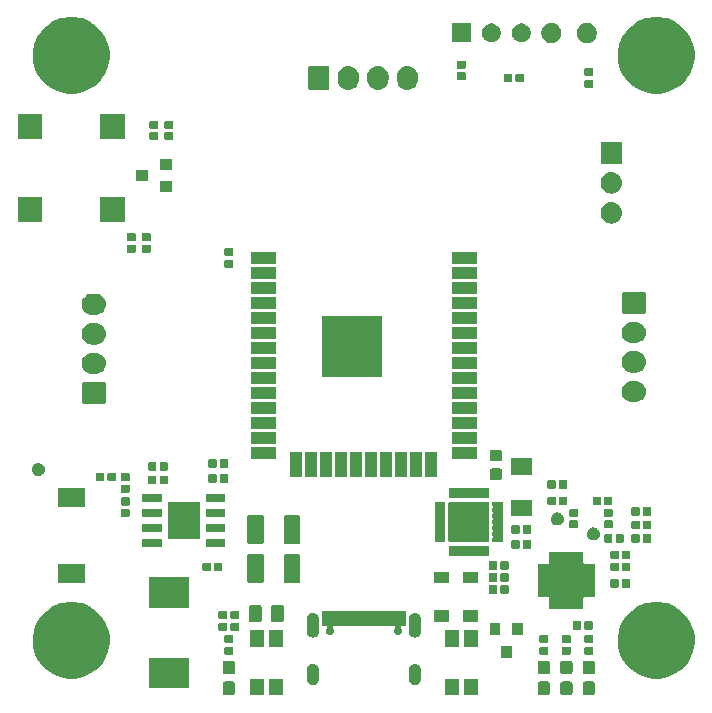
<source format=gbr>
G04 #@! TF.GenerationSoftware,KiCad,Pcbnew,(5.1.4)-1*
G04 #@! TF.CreationDate,2021-03-18T17:14:36+01:00*
G04 #@! TF.ProjectId,ESPCraft,45535043-7261-4667-942e-6b696361645f,rev?*
G04 #@! TF.SameCoordinates,Original*
G04 #@! TF.FileFunction,Soldermask,Top*
G04 #@! TF.FilePolarity,Negative*
%FSLAX46Y46*%
G04 Gerber Fmt 4.6, Leading zero omitted, Abs format (unit mm)*
G04 Created by KiCad (PCBNEW (5.1.4)-1) date 2021-03-18 17:14:36*
%MOMM*%
%LPD*%
G04 APERTURE LIST*
%ADD10C,0.100000*%
G04 APERTURE END LIST*
D10*
G36*
X136656000Y-132291000D02*
G01*
X135454000Y-132291000D01*
X135454000Y-130889000D01*
X136656000Y-130889000D01*
X136656000Y-132291000D01*
X136656000Y-132291000D01*
G37*
G36*
X151566000Y-132291000D02*
G01*
X150364000Y-132291000D01*
X150364000Y-130889000D01*
X151566000Y-130889000D01*
X151566000Y-132291000D01*
X151566000Y-132291000D01*
G37*
G36*
X153166000Y-132291000D02*
G01*
X151964000Y-132291000D01*
X151964000Y-130889000D01*
X153166000Y-130889000D01*
X153166000Y-132291000D01*
X153166000Y-132291000D01*
G37*
G36*
X135056000Y-132291000D02*
G01*
X133854000Y-132291000D01*
X133854000Y-130889000D01*
X135056000Y-130889000D01*
X135056000Y-132291000D01*
X135056000Y-132291000D01*
G37*
G36*
X161019499Y-131113445D02*
G01*
X161056995Y-131124820D01*
X161091554Y-131143292D01*
X161121847Y-131168153D01*
X161146708Y-131198446D01*
X161165180Y-131233005D01*
X161176555Y-131270501D01*
X161181000Y-131315638D01*
X161181000Y-132054362D01*
X161176555Y-132099499D01*
X161165180Y-132136995D01*
X161146708Y-132171554D01*
X161121847Y-132201847D01*
X161091554Y-132226708D01*
X161056995Y-132245180D01*
X161019499Y-132256555D01*
X160974362Y-132261000D01*
X160335638Y-132261000D01*
X160290501Y-132256555D01*
X160253005Y-132245180D01*
X160218446Y-132226708D01*
X160188153Y-132201847D01*
X160163292Y-132171554D01*
X160144820Y-132136995D01*
X160133445Y-132099499D01*
X160129000Y-132054362D01*
X160129000Y-131315638D01*
X160133445Y-131270501D01*
X160144820Y-131233005D01*
X160163292Y-131198446D01*
X160188153Y-131168153D01*
X160218446Y-131143292D01*
X160253005Y-131124820D01*
X160290501Y-131113445D01*
X160335638Y-131109000D01*
X160974362Y-131109000D01*
X161019499Y-131113445D01*
X161019499Y-131113445D01*
G37*
G36*
X159114499Y-131113445D02*
G01*
X159151995Y-131124820D01*
X159186554Y-131143292D01*
X159216847Y-131168153D01*
X159241708Y-131198446D01*
X159260180Y-131233005D01*
X159271555Y-131270501D01*
X159276000Y-131315638D01*
X159276000Y-132054362D01*
X159271555Y-132099499D01*
X159260180Y-132136995D01*
X159241708Y-132171554D01*
X159216847Y-132201847D01*
X159186554Y-132226708D01*
X159151995Y-132245180D01*
X159114499Y-132256555D01*
X159069362Y-132261000D01*
X158430638Y-132261000D01*
X158385501Y-132256555D01*
X158348005Y-132245180D01*
X158313446Y-132226708D01*
X158283153Y-132201847D01*
X158258292Y-132171554D01*
X158239820Y-132136995D01*
X158228445Y-132099499D01*
X158224000Y-132054362D01*
X158224000Y-131315638D01*
X158228445Y-131270501D01*
X158239820Y-131233005D01*
X158258292Y-131198446D01*
X158283153Y-131168153D01*
X158313446Y-131143292D01*
X158348005Y-131124820D01*
X158385501Y-131113445D01*
X158430638Y-131109000D01*
X159069362Y-131109000D01*
X159114499Y-131113445D01*
X159114499Y-131113445D01*
G37*
G36*
X162924499Y-131113445D02*
G01*
X162961995Y-131124820D01*
X162996554Y-131143292D01*
X163026847Y-131168153D01*
X163051708Y-131198446D01*
X163070180Y-131233005D01*
X163081555Y-131270501D01*
X163086000Y-131315638D01*
X163086000Y-132054362D01*
X163081555Y-132099499D01*
X163070180Y-132136995D01*
X163051708Y-132171554D01*
X163026847Y-132201847D01*
X162996554Y-132226708D01*
X162961995Y-132245180D01*
X162924499Y-132256555D01*
X162879362Y-132261000D01*
X162240638Y-132261000D01*
X162195501Y-132256555D01*
X162158005Y-132245180D01*
X162123446Y-132226708D01*
X162093153Y-132201847D01*
X162068292Y-132171554D01*
X162049820Y-132136995D01*
X162038445Y-132099499D01*
X162034000Y-132054362D01*
X162034000Y-131315638D01*
X162038445Y-131270501D01*
X162049820Y-131233005D01*
X162068292Y-131198446D01*
X162093153Y-131168153D01*
X162123446Y-131143292D01*
X162158005Y-131124820D01*
X162195501Y-131113445D01*
X162240638Y-131109000D01*
X162879362Y-131109000D01*
X162924499Y-131113445D01*
X162924499Y-131113445D01*
G37*
G36*
X132444499Y-131113445D02*
G01*
X132481995Y-131124820D01*
X132516554Y-131143292D01*
X132546847Y-131168153D01*
X132571708Y-131198446D01*
X132590180Y-131233005D01*
X132601555Y-131270501D01*
X132606000Y-131315638D01*
X132606000Y-132054362D01*
X132601555Y-132099499D01*
X132590180Y-132136995D01*
X132571708Y-132171554D01*
X132546847Y-132201847D01*
X132516554Y-132226708D01*
X132481995Y-132245180D01*
X132444499Y-132256555D01*
X132399362Y-132261000D01*
X131760638Y-132261000D01*
X131715501Y-132256555D01*
X131678005Y-132245180D01*
X131643446Y-132226708D01*
X131613153Y-132201847D01*
X131588292Y-132171554D01*
X131569820Y-132136995D01*
X131558445Y-132099499D01*
X131554000Y-132054362D01*
X131554000Y-131315638D01*
X131558445Y-131270501D01*
X131569820Y-131233005D01*
X131588292Y-131198446D01*
X131613153Y-131168153D01*
X131643446Y-131143292D01*
X131678005Y-131124820D01*
X131715501Y-131113445D01*
X131760638Y-131109000D01*
X132399362Y-131109000D01*
X132444499Y-131113445D01*
X132444499Y-131113445D01*
G37*
G36*
X128701000Y-131701000D02*
G01*
X125299000Y-131701000D01*
X125299000Y-129099000D01*
X128701000Y-129099000D01*
X128701000Y-131701000D01*
X128701000Y-131701000D01*
G37*
G36*
X139288212Y-129616249D02*
G01*
X139382651Y-129644897D01*
X139469687Y-129691418D01*
X139545975Y-129754025D01*
X139608582Y-129830313D01*
X139655103Y-129917348D01*
X139683751Y-130011787D01*
X139691000Y-130085388D01*
X139691000Y-130934612D01*
X139683751Y-131008213D01*
X139655103Y-131102652D01*
X139608582Y-131189687D01*
X139545975Y-131265975D01*
X139469687Y-131328582D01*
X139382652Y-131375103D01*
X139288213Y-131403751D01*
X139190000Y-131413424D01*
X139091788Y-131403751D01*
X138997349Y-131375103D01*
X138910314Y-131328582D01*
X138834026Y-131265975D01*
X138771419Y-131189687D01*
X138724898Y-131102652D01*
X138696250Y-131008213D01*
X138689001Y-130934612D01*
X138689000Y-130934602D01*
X138689000Y-130085389D01*
X138696249Y-130011788D01*
X138724897Y-129917349D01*
X138771418Y-129830313D01*
X138834025Y-129754025D01*
X138910313Y-129691418D01*
X138997348Y-129644897D01*
X139091787Y-129616249D01*
X139190000Y-129606576D01*
X139288212Y-129616249D01*
X139288212Y-129616249D01*
G37*
G36*
X147928212Y-129616249D02*
G01*
X148022651Y-129644897D01*
X148109687Y-129691418D01*
X148185975Y-129754025D01*
X148248582Y-129830313D01*
X148295103Y-129917348D01*
X148323751Y-130011787D01*
X148331000Y-130085388D01*
X148331000Y-130934612D01*
X148323751Y-131008213D01*
X148295103Y-131102652D01*
X148248582Y-131189687D01*
X148185975Y-131265975D01*
X148109687Y-131328582D01*
X148022652Y-131375103D01*
X147928213Y-131403751D01*
X147830000Y-131413424D01*
X147731788Y-131403751D01*
X147637349Y-131375103D01*
X147550314Y-131328582D01*
X147474026Y-131265975D01*
X147411419Y-131189687D01*
X147364898Y-131102652D01*
X147336250Y-131008213D01*
X147329001Y-130934612D01*
X147329000Y-130934602D01*
X147329000Y-130085389D01*
X147336249Y-130011788D01*
X147364897Y-129917349D01*
X147411418Y-129830313D01*
X147474025Y-129754025D01*
X147550313Y-129691418D01*
X147637348Y-129644897D01*
X147731787Y-129616249D01*
X147830000Y-129606576D01*
X147928212Y-129616249D01*
X147928212Y-129616249D01*
G37*
G36*
X168909239Y-124446467D02*
G01*
X169223282Y-124508934D01*
X169814926Y-124754001D01*
X170347392Y-125109784D01*
X170800216Y-125562608D01*
X171155999Y-126095074D01*
X171401066Y-126686718D01*
X171426583Y-126815000D01*
X171526000Y-127314803D01*
X171526000Y-127955197D01*
X171490434Y-128134000D01*
X171401066Y-128583282D01*
X171155999Y-129174926D01*
X170925093Y-129520501D01*
X170810888Y-129691421D01*
X170800216Y-129707392D01*
X170347392Y-130160216D01*
X169814926Y-130515999D01*
X169223282Y-130761066D01*
X168909239Y-130823533D01*
X168595197Y-130886000D01*
X167954803Y-130886000D01*
X167640761Y-130823533D01*
X167326718Y-130761066D01*
X166735074Y-130515999D01*
X166202608Y-130160216D01*
X165749784Y-129707392D01*
X165739113Y-129691421D01*
X165624907Y-129520501D01*
X165394001Y-129174926D01*
X165148934Y-128583282D01*
X165059566Y-128134000D01*
X165024000Y-127955197D01*
X165024000Y-127314803D01*
X165123417Y-126815000D01*
X165148934Y-126686718D01*
X165394001Y-126095074D01*
X165749784Y-125562608D01*
X166202608Y-125109784D01*
X166735074Y-124754001D01*
X167326718Y-124508934D01*
X167640761Y-124446467D01*
X167954803Y-124384000D01*
X168595197Y-124384000D01*
X168909239Y-124446467D01*
X168909239Y-124446467D01*
G37*
G36*
X119379239Y-124446467D02*
G01*
X119693282Y-124508934D01*
X120284926Y-124754001D01*
X120817392Y-125109784D01*
X121270216Y-125562608D01*
X121625999Y-126095074D01*
X121871066Y-126686718D01*
X121896583Y-126815000D01*
X121996000Y-127314803D01*
X121996000Y-127955197D01*
X121960434Y-128134000D01*
X121871066Y-128583282D01*
X121625999Y-129174926D01*
X121395093Y-129520501D01*
X121280888Y-129691421D01*
X121270216Y-129707392D01*
X120817392Y-130160216D01*
X120284926Y-130515999D01*
X119693282Y-130761066D01*
X119379239Y-130823533D01*
X119065197Y-130886000D01*
X118424803Y-130886000D01*
X118110761Y-130823533D01*
X117796718Y-130761066D01*
X117205074Y-130515999D01*
X116672608Y-130160216D01*
X116219784Y-129707392D01*
X116209113Y-129691421D01*
X116094907Y-129520501D01*
X115864001Y-129174926D01*
X115618934Y-128583282D01*
X115529566Y-128134000D01*
X115494000Y-127955197D01*
X115494000Y-127314803D01*
X115593417Y-126815000D01*
X115618934Y-126686718D01*
X115864001Y-126095074D01*
X116219784Y-125562608D01*
X116672608Y-125109784D01*
X117205074Y-124754001D01*
X117796718Y-124508934D01*
X118110761Y-124446467D01*
X118424803Y-124384000D01*
X119065197Y-124384000D01*
X119379239Y-124446467D01*
X119379239Y-124446467D01*
G37*
G36*
X159114499Y-129363445D02*
G01*
X159151995Y-129374820D01*
X159186554Y-129393292D01*
X159216847Y-129418153D01*
X159241708Y-129448446D01*
X159260180Y-129483005D01*
X159271555Y-129520501D01*
X159276000Y-129565638D01*
X159276000Y-130304362D01*
X159271555Y-130349499D01*
X159260180Y-130386995D01*
X159241708Y-130421554D01*
X159216847Y-130451847D01*
X159186554Y-130476708D01*
X159151995Y-130495180D01*
X159114499Y-130506555D01*
X159069362Y-130511000D01*
X158430638Y-130511000D01*
X158385501Y-130506555D01*
X158348005Y-130495180D01*
X158313446Y-130476708D01*
X158283153Y-130451847D01*
X158258292Y-130421554D01*
X158239820Y-130386995D01*
X158228445Y-130349499D01*
X158224000Y-130304362D01*
X158224000Y-129565638D01*
X158228445Y-129520501D01*
X158239820Y-129483005D01*
X158258292Y-129448446D01*
X158283153Y-129418153D01*
X158313446Y-129393292D01*
X158348005Y-129374820D01*
X158385501Y-129363445D01*
X158430638Y-129359000D01*
X159069362Y-129359000D01*
X159114499Y-129363445D01*
X159114499Y-129363445D01*
G37*
G36*
X161019499Y-129363445D02*
G01*
X161056995Y-129374820D01*
X161091554Y-129393292D01*
X161121847Y-129418153D01*
X161146708Y-129448446D01*
X161165180Y-129483005D01*
X161176555Y-129520501D01*
X161181000Y-129565638D01*
X161181000Y-130304362D01*
X161176555Y-130349499D01*
X161165180Y-130386995D01*
X161146708Y-130421554D01*
X161121847Y-130451847D01*
X161091554Y-130476708D01*
X161056995Y-130495180D01*
X161019499Y-130506555D01*
X160974362Y-130511000D01*
X160335638Y-130511000D01*
X160290501Y-130506555D01*
X160253005Y-130495180D01*
X160218446Y-130476708D01*
X160188153Y-130451847D01*
X160163292Y-130421554D01*
X160144820Y-130386995D01*
X160133445Y-130349499D01*
X160129000Y-130304362D01*
X160129000Y-129565638D01*
X160133445Y-129520501D01*
X160144820Y-129483005D01*
X160163292Y-129448446D01*
X160188153Y-129418153D01*
X160218446Y-129393292D01*
X160253005Y-129374820D01*
X160290501Y-129363445D01*
X160335638Y-129359000D01*
X160974362Y-129359000D01*
X161019499Y-129363445D01*
X161019499Y-129363445D01*
G37*
G36*
X132444499Y-129363445D02*
G01*
X132481995Y-129374820D01*
X132516554Y-129393292D01*
X132546847Y-129418153D01*
X132571708Y-129448446D01*
X132590180Y-129483005D01*
X132601555Y-129520501D01*
X132606000Y-129565638D01*
X132606000Y-130304362D01*
X132601555Y-130349499D01*
X132590180Y-130386995D01*
X132571708Y-130421554D01*
X132546847Y-130451847D01*
X132516554Y-130476708D01*
X132481995Y-130495180D01*
X132444499Y-130506555D01*
X132399362Y-130511000D01*
X131760638Y-130511000D01*
X131715501Y-130506555D01*
X131678005Y-130495180D01*
X131643446Y-130476708D01*
X131613153Y-130451847D01*
X131588292Y-130421554D01*
X131569820Y-130386995D01*
X131558445Y-130349499D01*
X131554000Y-130304362D01*
X131554000Y-129565638D01*
X131558445Y-129520501D01*
X131569820Y-129483005D01*
X131588292Y-129448446D01*
X131613153Y-129418153D01*
X131643446Y-129393292D01*
X131678005Y-129374820D01*
X131715501Y-129363445D01*
X131760638Y-129359000D01*
X132399362Y-129359000D01*
X132444499Y-129363445D01*
X132444499Y-129363445D01*
G37*
G36*
X162924499Y-129363445D02*
G01*
X162961995Y-129374820D01*
X162996554Y-129393292D01*
X163026847Y-129418153D01*
X163051708Y-129448446D01*
X163070180Y-129483005D01*
X163081555Y-129520501D01*
X163086000Y-129565638D01*
X163086000Y-130304362D01*
X163081555Y-130349499D01*
X163070180Y-130386995D01*
X163051708Y-130421554D01*
X163026847Y-130451847D01*
X162996554Y-130476708D01*
X162961995Y-130495180D01*
X162924499Y-130506555D01*
X162879362Y-130511000D01*
X162240638Y-130511000D01*
X162195501Y-130506555D01*
X162158005Y-130495180D01*
X162123446Y-130476708D01*
X162093153Y-130451847D01*
X162068292Y-130421554D01*
X162049820Y-130386995D01*
X162038445Y-130349499D01*
X162034000Y-130304362D01*
X162034000Y-129565638D01*
X162038445Y-129520501D01*
X162049820Y-129483005D01*
X162068292Y-129448446D01*
X162093153Y-129418153D01*
X162123446Y-129393292D01*
X162158005Y-129374820D01*
X162195501Y-129363445D01*
X162240638Y-129359000D01*
X162879362Y-129359000D01*
X162924499Y-129363445D01*
X162924499Y-129363445D01*
G37*
G36*
X156026000Y-129136000D02*
G01*
X155124000Y-129136000D01*
X155124000Y-128134000D01*
X156026000Y-128134000D01*
X156026000Y-129136000D01*
X156026000Y-129136000D01*
G37*
G36*
X159031938Y-128157716D02*
G01*
X159052557Y-128163971D01*
X159071553Y-128174124D01*
X159088208Y-128187792D01*
X159101876Y-128204447D01*
X159112029Y-128223443D01*
X159118284Y-128244062D01*
X159121000Y-128271640D01*
X159121000Y-128730360D01*
X159118284Y-128757938D01*
X159112029Y-128778557D01*
X159101876Y-128797553D01*
X159088208Y-128814208D01*
X159071553Y-128827876D01*
X159052557Y-128838029D01*
X159031938Y-128844284D01*
X159004360Y-128847000D01*
X158495640Y-128847000D01*
X158468062Y-128844284D01*
X158447443Y-128838029D01*
X158428447Y-128827876D01*
X158411792Y-128814208D01*
X158398124Y-128797553D01*
X158387971Y-128778557D01*
X158381716Y-128757938D01*
X158379000Y-128730360D01*
X158379000Y-128271640D01*
X158381716Y-128244062D01*
X158387971Y-128223443D01*
X158398124Y-128204447D01*
X158411792Y-128187792D01*
X158428447Y-128174124D01*
X158447443Y-128163971D01*
X158468062Y-128157716D01*
X158495640Y-128155000D01*
X159004360Y-128155000D01*
X159031938Y-128157716D01*
X159031938Y-128157716D01*
G37*
G36*
X132361938Y-128157716D02*
G01*
X132382557Y-128163971D01*
X132401553Y-128174124D01*
X132418208Y-128187792D01*
X132431876Y-128204447D01*
X132442029Y-128223443D01*
X132448284Y-128244062D01*
X132451000Y-128271640D01*
X132451000Y-128730360D01*
X132448284Y-128757938D01*
X132442029Y-128778557D01*
X132431876Y-128797553D01*
X132418208Y-128814208D01*
X132401553Y-128827876D01*
X132382557Y-128838029D01*
X132361938Y-128844284D01*
X132334360Y-128847000D01*
X131825640Y-128847000D01*
X131798062Y-128844284D01*
X131777443Y-128838029D01*
X131758447Y-128827876D01*
X131741792Y-128814208D01*
X131728124Y-128797553D01*
X131717971Y-128778557D01*
X131711716Y-128757938D01*
X131709000Y-128730360D01*
X131709000Y-128271640D01*
X131711716Y-128244062D01*
X131717971Y-128223443D01*
X131728124Y-128204447D01*
X131741792Y-128187792D01*
X131758447Y-128174124D01*
X131777443Y-128163971D01*
X131798062Y-128157716D01*
X131825640Y-128155000D01*
X132334360Y-128155000D01*
X132361938Y-128157716D01*
X132361938Y-128157716D01*
G37*
G36*
X160936938Y-128157716D02*
G01*
X160957557Y-128163971D01*
X160976553Y-128174124D01*
X160993208Y-128187792D01*
X161006876Y-128204447D01*
X161017029Y-128223443D01*
X161023284Y-128244062D01*
X161026000Y-128271640D01*
X161026000Y-128730360D01*
X161023284Y-128757938D01*
X161017029Y-128778557D01*
X161006876Y-128797553D01*
X160993208Y-128814208D01*
X160976553Y-128827876D01*
X160957557Y-128838029D01*
X160936938Y-128844284D01*
X160909360Y-128847000D01*
X160400640Y-128847000D01*
X160373062Y-128844284D01*
X160352443Y-128838029D01*
X160333447Y-128827876D01*
X160316792Y-128814208D01*
X160303124Y-128797553D01*
X160292971Y-128778557D01*
X160286716Y-128757938D01*
X160284000Y-128730360D01*
X160284000Y-128271640D01*
X160286716Y-128244062D01*
X160292971Y-128223443D01*
X160303124Y-128204447D01*
X160316792Y-128187792D01*
X160333447Y-128174124D01*
X160352443Y-128163971D01*
X160373062Y-128157716D01*
X160400640Y-128155000D01*
X160909360Y-128155000D01*
X160936938Y-128157716D01*
X160936938Y-128157716D01*
G37*
G36*
X162841938Y-128157716D02*
G01*
X162862557Y-128163971D01*
X162881553Y-128174124D01*
X162898208Y-128187792D01*
X162911876Y-128204447D01*
X162922029Y-128223443D01*
X162928284Y-128244062D01*
X162931000Y-128271640D01*
X162931000Y-128730360D01*
X162928284Y-128757938D01*
X162922029Y-128778557D01*
X162911876Y-128797553D01*
X162898208Y-128814208D01*
X162881553Y-128827876D01*
X162862557Y-128838029D01*
X162841938Y-128844284D01*
X162814360Y-128847000D01*
X162305640Y-128847000D01*
X162278062Y-128844284D01*
X162257443Y-128838029D01*
X162238447Y-128827876D01*
X162221792Y-128814208D01*
X162208124Y-128797553D01*
X162197971Y-128778557D01*
X162191716Y-128757938D01*
X162189000Y-128730360D01*
X162189000Y-128271640D01*
X162191716Y-128244062D01*
X162197971Y-128223443D01*
X162208124Y-128204447D01*
X162221792Y-128187792D01*
X162238447Y-128174124D01*
X162257443Y-128163971D01*
X162278062Y-128157716D01*
X162305640Y-128155000D01*
X162814360Y-128155000D01*
X162841938Y-128157716D01*
X162841938Y-128157716D01*
G37*
G36*
X151566000Y-128191000D02*
G01*
X150364000Y-128191000D01*
X150364000Y-126789000D01*
X151566000Y-126789000D01*
X151566000Y-128191000D01*
X151566000Y-128191000D01*
G37*
G36*
X153166000Y-128191000D02*
G01*
X151964000Y-128191000D01*
X151964000Y-126789000D01*
X153166000Y-126789000D01*
X153166000Y-128191000D01*
X153166000Y-128191000D01*
G37*
G36*
X136656000Y-128191000D02*
G01*
X135454000Y-128191000D01*
X135454000Y-126789000D01*
X136656000Y-126789000D01*
X136656000Y-128191000D01*
X136656000Y-128191000D01*
G37*
G36*
X135056000Y-128191000D02*
G01*
X133854000Y-128191000D01*
X133854000Y-126789000D01*
X135056000Y-126789000D01*
X135056000Y-128191000D01*
X135056000Y-128191000D01*
G37*
G36*
X160936938Y-127187716D02*
G01*
X160957557Y-127193971D01*
X160976553Y-127204124D01*
X160993208Y-127217792D01*
X161006876Y-127234447D01*
X161017029Y-127253443D01*
X161023284Y-127274062D01*
X161026000Y-127301640D01*
X161026000Y-127760360D01*
X161023284Y-127787938D01*
X161017029Y-127808557D01*
X161006876Y-127827553D01*
X160993208Y-127844208D01*
X160976553Y-127857876D01*
X160957557Y-127868029D01*
X160936938Y-127874284D01*
X160909360Y-127877000D01*
X160400640Y-127877000D01*
X160373062Y-127874284D01*
X160352443Y-127868029D01*
X160333447Y-127857876D01*
X160316792Y-127844208D01*
X160303124Y-127827553D01*
X160292971Y-127808557D01*
X160286716Y-127787938D01*
X160284000Y-127760360D01*
X160284000Y-127301640D01*
X160286716Y-127274062D01*
X160292971Y-127253443D01*
X160303124Y-127234447D01*
X160316792Y-127217792D01*
X160333447Y-127204124D01*
X160352443Y-127193971D01*
X160373062Y-127187716D01*
X160400640Y-127185000D01*
X160909360Y-127185000D01*
X160936938Y-127187716D01*
X160936938Y-127187716D01*
G37*
G36*
X159031938Y-127187716D02*
G01*
X159052557Y-127193971D01*
X159071553Y-127204124D01*
X159088208Y-127217792D01*
X159101876Y-127234447D01*
X159112029Y-127253443D01*
X159118284Y-127274062D01*
X159121000Y-127301640D01*
X159121000Y-127760360D01*
X159118284Y-127787938D01*
X159112029Y-127808557D01*
X159101876Y-127827553D01*
X159088208Y-127844208D01*
X159071553Y-127857876D01*
X159052557Y-127868029D01*
X159031938Y-127874284D01*
X159004360Y-127877000D01*
X158495640Y-127877000D01*
X158468062Y-127874284D01*
X158447443Y-127868029D01*
X158428447Y-127857876D01*
X158411792Y-127844208D01*
X158398124Y-127827553D01*
X158387971Y-127808557D01*
X158381716Y-127787938D01*
X158379000Y-127760360D01*
X158379000Y-127301640D01*
X158381716Y-127274062D01*
X158387971Y-127253443D01*
X158398124Y-127234447D01*
X158411792Y-127217792D01*
X158428447Y-127204124D01*
X158447443Y-127193971D01*
X158468062Y-127187716D01*
X158495640Y-127185000D01*
X159004360Y-127185000D01*
X159031938Y-127187716D01*
X159031938Y-127187716D01*
G37*
G36*
X132361938Y-127187716D02*
G01*
X132382557Y-127193971D01*
X132401553Y-127204124D01*
X132418208Y-127217792D01*
X132431876Y-127234447D01*
X132442029Y-127253443D01*
X132448284Y-127274062D01*
X132451000Y-127301640D01*
X132451000Y-127760360D01*
X132448284Y-127787938D01*
X132442029Y-127808557D01*
X132431876Y-127827553D01*
X132418208Y-127844208D01*
X132401553Y-127857876D01*
X132382557Y-127868029D01*
X132361938Y-127874284D01*
X132334360Y-127877000D01*
X131825640Y-127877000D01*
X131798062Y-127874284D01*
X131777443Y-127868029D01*
X131758447Y-127857876D01*
X131741792Y-127844208D01*
X131728124Y-127827553D01*
X131717971Y-127808557D01*
X131711716Y-127787938D01*
X131709000Y-127760360D01*
X131709000Y-127301640D01*
X131711716Y-127274062D01*
X131717971Y-127253443D01*
X131728124Y-127234447D01*
X131741792Y-127217792D01*
X131758447Y-127204124D01*
X131777443Y-127193971D01*
X131798062Y-127187716D01*
X131825640Y-127185000D01*
X132334360Y-127185000D01*
X132361938Y-127187716D01*
X132361938Y-127187716D01*
G37*
G36*
X162841938Y-127187716D02*
G01*
X162862557Y-127193971D01*
X162881553Y-127204124D01*
X162898208Y-127217792D01*
X162911876Y-127234447D01*
X162922029Y-127253443D01*
X162928284Y-127274062D01*
X162931000Y-127301640D01*
X162931000Y-127760360D01*
X162928284Y-127787938D01*
X162922029Y-127808557D01*
X162911876Y-127827553D01*
X162898208Y-127844208D01*
X162881553Y-127857876D01*
X162862557Y-127868029D01*
X162841938Y-127874284D01*
X162814360Y-127877000D01*
X162305640Y-127877000D01*
X162278062Y-127874284D01*
X162257443Y-127868029D01*
X162238447Y-127857876D01*
X162221792Y-127844208D01*
X162208124Y-127827553D01*
X162197971Y-127808557D01*
X162191716Y-127787938D01*
X162189000Y-127760360D01*
X162189000Y-127301640D01*
X162191716Y-127274062D01*
X162197971Y-127253443D01*
X162208124Y-127234447D01*
X162221792Y-127217792D01*
X162238447Y-127204124D01*
X162257443Y-127193971D01*
X162278062Y-127187716D01*
X162305640Y-127185000D01*
X162814360Y-127185000D01*
X162841938Y-127187716D01*
X162841938Y-127187716D01*
G37*
G36*
X147928212Y-125296249D02*
G01*
X148022651Y-125324897D01*
X148109687Y-125371418D01*
X148185975Y-125434025D01*
X148248582Y-125510313D01*
X148295103Y-125597348D01*
X148323751Y-125691787D01*
X148331000Y-125765388D01*
X148331000Y-126914612D01*
X148323751Y-126988213D01*
X148295103Y-127082652D01*
X148248582Y-127169687D01*
X148185975Y-127245975D01*
X148109687Y-127308582D01*
X148022652Y-127355103D01*
X147928213Y-127383751D01*
X147830000Y-127393424D01*
X147731788Y-127383751D01*
X147637349Y-127355103D01*
X147550314Y-127308582D01*
X147474026Y-127245975D01*
X147411419Y-127169687D01*
X147364898Y-127082652D01*
X147336250Y-126988213D01*
X147329001Y-126914612D01*
X147329000Y-125765389D01*
X147336249Y-125691788D01*
X147364897Y-125597349D01*
X147411418Y-125510313D01*
X147474025Y-125434025D01*
X147550313Y-125371418D01*
X147637348Y-125324897D01*
X147731787Y-125296249D01*
X147830000Y-125286576D01*
X147928212Y-125296249D01*
X147928212Y-125296249D01*
G37*
G36*
X139288212Y-125296249D02*
G01*
X139382651Y-125324897D01*
X139469687Y-125371418D01*
X139545975Y-125434025D01*
X139608582Y-125510313D01*
X139655103Y-125597348D01*
X139683751Y-125691787D01*
X139691000Y-125765388D01*
X139691000Y-126914612D01*
X139683751Y-126988213D01*
X139655103Y-127082652D01*
X139608582Y-127169687D01*
X139545975Y-127245975D01*
X139469687Y-127308582D01*
X139382652Y-127355103D01*
X139288213Y-127383751D01*
X139190000Y-127393424D01*
X139091788Y-127383751D01*
X138997349Y-127355103D01*
X138910314Y-127308582D01*
X138834026Y-127245975D01*
X138771419Y-127169687D01*
X138724898Y-127082652D01*
X138696250Y-126988213D01*
X138689001Y-126914612D01*
X138689000Y-125765389D01*
X138696249Y-125691788D01*
X138724897Y-125597349D01*
X138771418Y-125510313D01*
X138834025Y-125434025D01*
X138910313Y-125371418D01*
X138997348Y-125324897D01*
X139091787Y-125296249D01*
X139190000Y-125286576D01*
X139288212Y-125296249D01*
X139288212Y-125296249D01*
G37*
G36*
X147061000Y-126391000D02*
G01*
X146769163Y-126391000D01*
X146744777Y-126393402D01*
X146721328Y-126400515D01*
X146699717Y-126412066D01*
X146680775Y-126427611D01*
X146665230Y-126446553D01*
X146653679Y-126468164D01*
X146646566Y-126491613D01*
X146644164Y-126515999D01*
X146646566Y-126540385D01*
X146653679Y-126563834D01*
X146665230Y-126585445D01*
X146666246Y-126586683D01*
X146711054Y-126653742D01*
X146724713Y-126686719D01*
X146737511Y-126717617D01*
X146751000Y-126785430D01*
X146751000Y-126854570D01*
X146737511Y-126922383D01*
X146737510Y-126922385D01*
X146711054Y-126986258D01*
X146672640Y-127043748D01*
X146623748Y-127092640D01*
X146566258Y-127131054D01*
X146514182Y-127152624D01*
X146502383Y-127157511D01*
X146434570Y-127171000D01*
X146365430Y-127171000D01*
X146297617Y-127157511D01*
X146285818Y-127152624D01*
X146233742Y-127131054D01*
X146176252Y-127092640D01*
X146127360Y-127043748D01*
X146088946Y-126986258D01*
X146062490Y-126922385D01*
X146062489Y-126922383D01*
X146049000Y-126854570D01*
X146049000Y-126785430D01*
X146062489Y-126717617D01*
X146075287Y-126686719D01*
X146088946Y-126653742D01*
X146133754Y-126586683D01*
X146134770Y-126585445D01*
X146146321Y-126563834D01*
X146153434Y-126540385D01*
X146155836Y-126515999D01*
X146153434Y-126491613D01*
X146146321Y-126468164D01*
X146134770Y-126446553D01*
X146119225Y-126427611D01*
X146100283Y-126412066D01*
X146078672Y-126400515D01*
X146055223Y-126393402D01*
X146030837Y-126391000D01*
X140989163Y-126391000D01*
X140964777Y-126393402D01*
X140941328Y-126400515D01*
X140919717Y-126412066D01*
X140900775Y-126427611D01*
X140885230Y-126446553D01*
X140873679Y-126468164D01*
X140866566Y-126491613D01*
X140864164Y-126515999D01*
X140866566Y-126540385D01*
X140873679Y-126563834D01*
X140885230Y-126585445D01*
X140886246Y-126586683D01*
X140931054Y-126653742D01*
X140944713Y-126686719D01*
X140957511Y-126717617D01*
X140971000Y-126785430D01*
X140971000Y-126854570D01*
X140957511Y-126922383D01*
X140957510Y-126922385D01*
X140931054Y-126986258D01*
X140892640Y-127043748D01*
X140843748Y-127092640D01*
X140786258Y-127131054D01*
X140734182Y-127152624D01*
X140722383Y-127157511D01*
X140654570Y-127171000D01*
X140585430Y-127171000D01*
X140517617Y-127157511D01*
X140505818Y-127152624D01*
X140453742Y-127131054D01*
X140396252Y-127092640D01*
X140347360Y-127043748D01*
X140308946Y-126986258D01*
X140282490Y-126922385D01*
X140282489Y-126922383D01*
X140269000Y-126854570D01*
X140269000Y-126785430D01*
X140282489Y-126717617D01*
X140295287Y-126686719D01*
X140308946Y-126653742D01*
X140353754Y-126586683D01*
X140354770Y-126585445D01*
X140366321Y-126563834D01*
X140373434Y-126540385D01*
X140375836Y-126515999D01*
X140373434Y-126491613D01*
X140366321Y-126468164D01*
X140354770Y-126446553D01*
X140339225Y-126427611D01*
X140320283Y-126412066D01*
X140298672Y-126400515D01*
X140275223Y-126393402D01*
X140250837Y-126391000D01*
X139959000Y-126391000D01*
X139959000Y-125129000D01*
X147061000Y-125129000D01*
X147061000Y-126391000D01*
X147061000Y-126391000D01*
G37*
G36*
X156976000Y-127136000D02*
G01*
X156074000Y-127136000D01*
X156074000Y-126134000D01*
X156976000Y-126134000D01*
X156976000Y-127136000D01*
X156976000Y-127136000D01*
G37*
G36*
X155076000Y-127136000D02*
G01*
X154174000Y-127136000D01*
X154174000Y-126134000D01*
X155076000Y-126134000D01*
X155076000Y-127136000D01*
X155076000Y-127136000D01*
G37*
G36*
X132869938Y-126125716D02*
G01*
X132890557Y-126131971D01*
X132909553Y-126142124D01*
X132926208Y-126155792D01*
X132939876Y-126172447D01*
X132950029Y-126191443D01*
X132956284Y-126212062D01*
X132959000Y-126239640D01*
X132959000Y-126698360D01*
X132956284Y-126725938D01*
X132950029Y-126746557D01*
X132939876Y-126765553D01*
X132926208Y-126782208D01*
X132909553Y-126795876D01*
X132890557Y-126806029D01*
X132869938Y-126812284D01*
X132842360Y-126815000D01*
X132333640Y-126815000D01*
X132306062Y-126812284D01*
X132285443Y-126806029D01*
X132266447Y-126795876D01*
X132249792Y-126782208D01*
X132236124Y-126765553D01*
X132225971Y-126746557D01*
X132219716Y-126725938D01*
X132217000Y-126698360D01*
X132217000Y-126239640D01*
X132219716Y-126212062D01*
X132225971Y-126191443D01*
X132236124Y-126172447D01*
X132249792Y-126155792D01*
X132266447Y-126142124D01*
X132285443Y-126131971D01*
X132306062Y-126125716D01*
X132333640Y-126123000D01*
X132842360Y-126123000D01*
X132869938Y-126125716D01*
X132869938Y-126125716D01*
G37*
G36*
X131853938Y-126125716D02*
G01*
X131874557Y-126131971D01*
X131893553Y-126142124D01*
X131910208Y-126155792D01*
X131923876Y-126172447D01*
X131934029Y-126191443D01*
X131940284Y-126212062D01*
X131943000Y-126239640D01*
X131943000Y-126698360D01*
X131940284Y-126725938D01*
X131934029Y-126746557D01*
X131923876Y-126765553D01*
X131910208Y-126782208D01*
X131893553Y-126795876D01*
X131874557Y-126806029D01*
X131853938Y-126812284D01*
X131826360Y-126815000D01*
X131317640Y-126815000D01*
X131290062Y-126812284D01*
X131269443Y-126806029D01*
X131250447Y-126795876D01*
X131233792Y-126782208D01*
X131220124Y-126765553D01*
X131209971Y-126746557D01*
X131203716Y-126725938D01*
X131201000Y-126698360D01*
X131201000Y-126239640D01*
X131203716Y-126212062D01*
X131209971Y-126191443D01*
X131220124Y-126172447D01*
X131233792Y-126155792D01*
X131250447Y-126142124D01*
X131269443Y-126131971D01*
X131290062Y-126125716D01*
X131317640Y-126123000D01*
X131826360Y-126123000D01*
X131853938Y-126125716D01*
X131853938Y-126125716D01*
G37*
G36*
X161823938Y-125996716D02*
G01*
X161844557Y-126002971D01*
X161863553Y-126013124D01*
X161880208Y-126026792D01*
X161893876Y-126043447D01*
X161904029Y-126062443D01*
X161910284Y-126083062D01*
X161913000Y-126110640D01*
X161913000Y-126619360D01*
X161910284Y-126646938D01*
X161904029Y-126667557D01*
X161893876Y-126686553D01*
X161880208Y-126703208D01*
X161863553Y-126716876D01*
X161844557Y-126727029D01*
X161823938Y-126733284D01*
X161796360Y-126736000D01*
X161337640Y-126736000D01*
X161310062Y-126733284D01*
X161289443Y-126727029D01*
X161270447Y-126716876D01*
X161253792Y-126703208D01*
X161240124Y-126686553D01*
X161229971Y-126667557D01*
X161223716Y-126646938D01*
X161221000Y-126619360D01*
X161221000Y-126110640D01*
X161223716Y-126083062D01*
X161229971Y-126062443D01*
X161240124Y-126043447D01*
X161253792Y-126026792D01*
X161270447Y-126013124D01*
X161289443Y-126002971D01*
X161310062Y-125996716D01*
X161337640Y-125994000D01*
X161796360Y-125994000D01*
X161823938Y-125996716D01*
X161823938Y-125996716D01*
G37*
G36*
X162793938Y-125996716D02*
G01*
X162814557Y-126002971D01*
X162833553Y-126013124D01*
X162850208Y-126026792D01*
X162863876Y-126043447D01*
X162874029Y-126062443D01*
X162880284Y-126083062D01*
X162883000Y-126110640D01*
X162883000Y-126619360D01*
X162880284Y-126646938D01*
X162874029Y-126667557D01*
X162863876Y-126686553D01*
X162850208Y-126703208D01*
X162833553Y-126716876D01*
X162814557Y-126727029D01*
X162793938Y-126733284D01*
X162766360Y-126736000D01*
X162307640Y-126736000D01*
X162280062Y-126733284D01*
X162259443Y-126727029D01*
X162240447Y-126716876D01*
X162223792Y-126703208D01*
X162210124Y-126686553D01*
X162199971Y-126667557D01*
X162193716Y-126646938D01*
X162191000Y-126619360D01*
X162191000Y-126110640D01*
X162193716Y-126083062D01*
X162199971Y-126062443D01*
X162210124Y-126043447D01*
X162223792Y-126026792D01*
X162240447Y-126013124D01*
X162259443Y-126002971D01*
X162280062Y-125996716D01*
X162307640Y-125994000D01*
X162766360Y-125994000D01*
X162793938Y-125996716D01*
X162793938Y-125996716D01*
G37*
G36*
X153178000Y-126103000D02*
G01*
X151876000Y-126103000D01*
X151876000Y-125101000D01*
X153178000Y-125101000D01*
X153178000Y-126103000D01*
X153178000Y-126103000D01*
G37*
G36*
X150765000Y-126103000D02*
G01*
X149463000Y-126103000D01*
X149463000Y-125101000D01*
X150765000Y-125101000D01*
X150765000Y-126103000D01*
X150765000Y-126103000D01*
G37*
G36*
X134689468Y-124602565D02*
G01*
X134728138Y-124614296D01*
X134763777Y-124633346D01*
X134795017Y-124658983D01*
X134820654Y-124690223D01*
X134839704Y-124725862D01*
X134851435Y-124764532D01*
X134856000Y-124810888D01*
X134856000Y-125887112D01*
X134851435Y-125933468D01*
X134839704Y-125972138D01*
X134820654Y-126007777D01*
X134795017Y-126039017D01*
X134763777Y-126064654D01*
X134728138Y-126083704D01*
X134689468Y-126095435D01*
X134643112Y-126100000D01*
X133991888Y-126100000D01*
X133945532Y-126095435D01*
X133906862Y-126083704D01*
X133871223Y-126064654D01*
X133839983Y-126039017D01*
X133814346Y-126007777D01*
X133795296Y-125972138D01*
X133783565Y-125933468D01*
X133779000Y-125887112D01*
X133779000Y-124810888D01*
X133783565Y-124764532D01*
X133795296Y-124725862D01*
X133814346Y-124690223D01*
X133839983Y-124658983D01*
X133871223Y-124633346D01*
X133906862Y-124614296D01*
X133945532Y-124602565D01*
X133991888Y-124598000D01*
X134643112Y-124598000D01*
X134689468Y-124602565D01*
X134689468Y-124602565D01*
G37*
G36*
X136564468Y-124602565D02*
G01*
X136603138Y-124614296D01*
X136638777Y-124633346D01*
X136670017Y-124658983D01*
X136695654Y-124690223D01*
X136714704Y-124725862D01*
X136726435Y-124764532D01*
X136731000Y-124810888D01*
X136731000Y-125887112D01*
X136726435Y-125933468D01*
X136714704Y-125972138D01*
X136695654Y-126007777D01*
X136670017Y-126039017D01*
X136638777Y-126064654D01*
X136603138Y-126083704D01*
X136564468Y-126095435D01*
X136518112Y-126100000D01*
X135866888Y-126100000D01*
X135820532Y-126095435D01*
X135781862Y-126083704D01*
X135746223Y-126064654D01*
X135714983Y-126039017D01*
X135689346Y-126007777D01*
X135670296Y-125972138D01*
X135658565Y-125933468D01*
X135654000Y-125887112D01*
X135654000Y-124810888D01*
X135658565Y-124764532D01*
X135670296Y-124725862D01*
X135689346Y-124690223D01*
X135714983Y-124658983D01*
X135746223Y-124633346D01*
X135781862Y-124614296D01*
X135820532Y-124602565D01*
X135866888Y-124598000D01*
X136518112Y-124598000D01*
X136564468Y-124602565D01*
X136564468Y-124602565D01*
G37*
G36*
X132869938Y-125155716D02*
G01*
X132890557Y-125161971D01*
X132909553Y-125172124D01*
X132926208Y-125185792D01*
X132939876Y-125202447D01*
X132950029Y-125221443D01*
X132956284Y-125242062D01*
X132959000Y-125269640D01*
X132959000Y-125728360D01*
X132956284Y-125755938D01*
X132950029Y-125776557D01*
X132939876Y-125795553D01*
X132926208Y-125812208D01*
X132909553Y-125825876D01*
X132890557Y-125836029D01*
X132869938Y-125842284D01*
X132842360Y-125845000D01*
X132333640Y-125845000D01*
X132306062Y-125842284D01*
X132285443Y-125836029D01*
X132266447Y-125825876D01*
X132249792Y-125812208D01*
X132236124Y-125795553D01*
X132225971Y-125776557D01*
X132219716Y-125755938D01*
X132217000Y-125728360D01*
X132217000Y-125269640D01*
X132219716Y-125242062D01*
X132225971Y-125221443D01*
X132236124Y-125202447D01*
X132249792Y-125185792D01*
X132266447Y-125172124D01*
X132285443Y-125161971D01*
X132306062Y-125155716D01*
X132333640Y-125153000D01*
X132842360Y-125153000D01*
X132869938Y-125155716D01*
X132869938Y-125155716D01*
G37*
G36*
X131853938Y-125155716D02*
G01*
X131874557Y-125161971D01*
X131893553Y-125172124D01*
X131910208Y-125185792D01*
X131923876Y-125202447D01*
X131934029Y-125221443D01*
X131940284Y-125242062D01*
X131943000Y-125269640D01*
X131943000Y-125728360D01*
X131940284Y-125755938D01*
X131934029Y-125776557D01*
X131923876Y-125795553D01*
X131910208Y-125812208D01*
X131893553Y-125825876D01*
X131874557Y-125836029D01*
X131853938Y-125842284D01*
X131826360Y-125845000D01*
X131317640Y-125845000D01*
X131290062Y-125842284D01*
X131269443Y-125836029D01*
X131250447Y-125825876D01*
X131233792Y-125812208D01*
X131220124Y-125795553D01*
X131209971Y-125776557D01*
X131203716Y-125755938D01*
X131201000Y-125728360D01*
X131201000Y-125269640D01*
X131203716Y-125242062D01*
X131209971Y-125221443D01*
X131220124Y-125202447D01*
X131233792Y-125185792D01*
X131250447Y-125172124D01*
X131269443Y-125161971D01*
X131290062Y-125155716D01*
X131317640Y-125153000D01*
X131826360Y-125153000D01*
X131853938Y-125155716D01*
X131853938Y-125155716D01*
G37*
G36*
X159560355Y-120130083D02*
G01*
X159565029Y-120131501D01*
X159569330Y-120133800D01*
X159575702Y-120139029D01*
X159596076Y-120152643D01*
X159618715Y-120162020D01*
X159642749Y-120166800D01*
X159667253Y-120166800D01*
X159691286Y-120162019D01*
X159713925Y-120152642D01*
X159734298Y-120139029D01*
X159740670Y-120133800D01*
X159744971Y-120131501D01*
X159749645Y-120130083D01*
X159760641Y-120129000D01*
X160049359Y-120129000D01*
X160060355Y-120130083D01*
X160065029Y-120131501D01*
X160069330Y-120133800D01*
X160075702Y-120139029D01*
X160096076Y-120152643D01*
X160118715Y-120162020D01*
X160142749Y-120166800D01*
X160167253Y-120166800D01*
X160191286Y-120162019D01*
X160213925Y-120152642D01*
X160234298Y-120139029D01*
X160240670Y-120133800D01*
X160244971Y-120131501D01*
X160249645Y-120130083D01*
X160260641Y-120129000D01*
X160549359Y-120129000D01*
X160560355Y-120130083D01*
X160565029Y-120131501D01*
X160569330Y-120133800D01*
X160575702Y-120139029D01*
X160596076Y-120152643D01*
X160618715Y-120162020D01*
X160642749Y-120166800D01*
X160667253Y-120166800D01*
X160691286Y-120162019D01*
X160713925Y-120152642D01*
X160734298Y-120139029D01*
X160740670Y-120133800D01*
X160744971Y-120131501D01*
X160749645Y-120130083D01*
X160760641Y-120129000D01*
X161049359Y-120129000D01*
X161060355Y-120130083D01*
X161065029Y-120131501D01*
X161069330Y-120133800D01*
X161075702Y-120139029D01*
X161096076Y-120152643D01*
X161118715Y-120162020D01*
X161142749Y-120166800D01*
X161167253Y-120166800D01*
X161191286Y-120162019D01*
X161213925Y-120152642D01*
X161234298Y-120139029D01*
X161240670Y-120133800D01*
X161244971Y-120131501D01*
X161249645Y-120130083D01*
X161260641Y-120129000D01*
X161549359Y-120129000D01*
X161560355Y-120130083D01*
X161565029Y-120131501D01*
X161569330Y-120133800D01*
X161575702Y-120139029D01*
X161596076Y-120152643D01*
X161618715Y-120162020D01*
X161642749Y-120166800D01*
X161667253Y-120166800D01*
X161691286Y-120162019D01*
X161713925Y-120152642D01*
X161734298Y-120139029D01*
X161740670Y-120133800D01*
X161744971Y-120131501D01*
X161749645Y-120130083D01*
X161760641Y-120129000D01*
X162049359Y-120129000D01*
X162060355Y-120130083D01*
X162065029Y-120131501D01*
X162069331Y-120133800D01*
X162073104Y-120136896D01*
X162076200Y-120140669D01*
X162078499Y-120144971D01*
X162079917Y-120149645D01*
X162081000Y-120160641D01*
X162081000Y-121004001D01*
X162083402Y-121028387D01*
X162090515Y-121051836D01*
X162102066Y-121073447D01*
X162117611Y-121092389D01*
X162136553Y-121107934D01*
X162158164Y-121119485D01*
X162181613Y-121126598D01*
X162205999Y-121129000D01*
X163049359Y-121129000D01*
X163060355Y-121130083D01*
X163065029Y-121131501D01*
X163069331Y-121133800D01*
X163073104Y-121136896D01*
X163076200Y-121140669D01*
X163078499Y-121144971D01*
X163079917Y-121149645D01*
X163081000Y-121160641D01*
X163081000Y-121449359D01*
X163079917Y-121460355D01*
X163078499Y-121465029D01*
X163076200Y-121469330D01*
X163070971Y-121475702D01*
X163057357Y-121496076D01*
X163047980Y-121518715D01*
X163043200Y-121542749D01*
X163043200Y-121567253D01*
X163047981Y-121591286D01*
X163057358Y-121613925D01*
X163070971Y-121634298D01*
X163076200Y-121640670D01*
X163078499Y-121644971D01*
X163079917Y-121649645D01*
X163081000Y-121660641D01*
X163081000Y-121949359D01*
X163079917Y-121960355D01*
X163078499Y-121965029D01*
X163076200Y-121969330D01*
X163070971Y-121975702D01*
X163057357Y-121996076D01*
X163047980Y-122018715D01*
X163043200Y-122042749D01*
X163043200Y-122067253D01*
X163047981Y-122091286D01*
X163057358Y-122113925D01*
X163070971Y-122134298D01*
X163076200Y-122140670D01*
X163078499Y-122144971D01*
X163079917Y-122149645D01*
X163081000Y-122160641D01*
X163081000Y-122449359D01*
X163079917Y-122460355D01*
X163078499Y-122465029D01*
X163076200Y-122469330D01*
X163070971Y-122475702D01*
X163057357Y-122496076D01*
X163047980Y-122518715D01*
X163043200Y-122542749D01*
X163043200Y-122567253D01*
X163047981Y-122591286D01*
X163057358Y-122613925D01*
X163070971Y-122634298D01*
X163076200Y-122640670D01*
X163078499Y-122644971D01*
X163079917Y-122649645D01*
X163081000Y-122660641D01*
X163081000Y-122949359D01*
X163079917Y-122960355D01*
X163078499Y-122965029D01*
X163076200Y-122969330D01*
X163070971Y-122975702D01*
X163057357Y-122996076D01*
X163047980Y-123018715D01*
X163043200Y-123042749D01*
X163043200Y-123067253D01*
X163047981Y-123091286D01*
X163057358Y-123113925D01*
X163070971Y-123134298D01*
X163076200Y-123140670D01*
X163078499Y-123144971D01*
X163079917Y-123149645D01*
X163081000Y-123160641D01*
X163081000Y-123449359D01*
X163079917Y-123460355D01*
X163078499Y-123465029D01*
X163076200Y-123469330D01*
X163070971Y-123475702D01*
X163057357Y-123496076D01*
X163047980Y-123518715D01*
X163043200Y-123542749D01*
X163043200Y-123567253D01*
X163047981Y-123591286D01*
X163057358Y-123613925D01*
X163070971Y-123634298D01*
X163076200Y-123640670D01*
X163078499Y-123644971D01*
X163079917Y-123649645D01*
X163081000Y-123660641D01*
X163081000Y-123949359D01*
X163079917Y-123960355D01*
X163078499Y-123965029D01*
X163076200Y-123969331D01*
X163073104Y-123973104D01*
X163069331Y-123976200D01*
X163065029Y-123978499D01*
X163060355Y-123979917D01*
X163049359Y-123981000D01*
X162205999Y-123981000D01*
X162181613Y-123983402D01*
X162158164Y-123990515D01*
X162136553Y-124002066D01*
X162117611Y-124017611D01*
X162102066Y-124036553D01*
X162090515Y-124058164D01*
X162083402Y-124081613D01*
X162081000Y-124105999D01*
X162081000Y-124949359D01*
X162079917Y-124960355D01*
X162078499Y-124965029D01*
X162076200Y-124969331D01*
X162073104Y-124973104D01*
X162069331Y-124976200D01*
X162065029Y-124978499D01*
X162060355Y-124979917D01*
X162049359Y-124981000D01*
X161760641Y-124981000D01*
X161749645Y-124979917D01*
X161744971Y-124978499D01*
X161740670Y-124976200D01*
X161734298Y-124970971D01*
X161713924Y-124957357D01*
X161691285Y-124947980D01*
X161667251Y-124943200D01*
X161642747Y-124943200D01*
X161618714Y-124947981D01*
X161596075Y-124957358D01*
X161575702Y-124970971D01*
X161569330Y-124976200D01*
X161565029Y-124978499D01*
X161560355Y-124979917D01*
X161549359Y-124981000D01*
X161260641Y-124981000D01*
X161249645Y-124979917D01*
X161244971Y-124978499D01*
X161240670Y-124976200D01*
X161234298Y-124970971D01*
X161213924Y-124957357D01*
X161191285Y-124947980D01*
X161167251Y-124943200D01*
X161142747Y-124943200D01*
X161118714Y-124947981D01*
X161096075Y-124957358D01*
X161075702Y-124970971D01*
X161069330Y-124976200D01*
X161065029Y-124978499D01*
X161060355Y-124979917D01*
X161049359Y-124981000D01*
X160760641Y-124981000D01*
X160749645Y-124979917D01*
X160744971Y-124978499D01*
X160740670Y-124976200D01*
X160734298Y-124970971D01*
X160713924Y-124957357D01*
X160691285Y-124947980D01*
X160667251Y-124943200D01*
X160642747Y-124943200D01*
X160618714Y-124947981D01*
X160596075Y-124957358D01*
X160575702Y-124970971D01*
X160569330Y-124976200D01*
X160565029Y-124978499D01*
X160560355Y-124979917D01*
X160549359Y-124981000D01*
X160260641Y-124981000D01*
X160249645Y-124979917D01*
X160244971Y-124978499D01*
X160240670Y-124976200D01*
X160234298Y-124970971D01*
X160213924Y-124957357D01*
X160191285Y-124947980D01*
X160167251Y-124943200D01*
X160142747Y-124943200D01*
X160118714Y-124947981D01*
X160096075Y-124957358D01*
X160075702Y-124970971D01*
X160069330Y-124976200D01*
X160065029Y-124978499D01*
X160060355Y-124979917D01*
X160049359Y-124981000D01*
X159760641Y-124981000D01*
X159749645Y-124979917D01*
X159744971Y-124978499D01*
X159740670Y-124976200D01*
X159734298Y-124970971D01*
X159713924Y-124957357D01*
X159691285Y-124947980D01*
X159667251Y-124943200D01*
X159642747Y-124943200D01*
X159618714Y-124947981D01*
X159596075Y-124957358D01*
X159575702Y-124970971D01*
X159569330Y-124976200D01*
X159565029Y-124978499D01*
X159560355Y-124979917D01*
X159549359Y-124981000D01*
X159260641Y-124981000D01*
X159249645Y-124979917D01*
X159244971Y-124978499D01*
X159240669Y-124976200D01*
X159236896Y-124973104D01*
X159233800Y-124969331D01*
X159231501Y-124965029D01*
X159230083Y-124960355D01*
X159229000Y-124949359D01*
X159229000Y-124105999D01*
X159226598Y-124081613D01*
X159219485Y-124058164D01*
X159207934Y-124036553D01*
X159192389Y-124017611D01*
X159173447Y-124002066D01*
X159151836Y-123990515D01*
X159128387Y-123983402D01*
X159104001Y-123981000D01*
X158260641Y-123981000D01*
X158249645Y-123979917D01*
X158244971Y-123978499D01*
X158240669Y-123976200D01*
X158236896Y-123973104D01*
X158233800Y-123969331D01*
X158231501Y-123965029D01*
X158230083Y-123960355D01*
X158229000Y-123949359D01*
X158229000Y-123660641D01*
X158230083Y-123649645D01*
X158231501Y-123644971D01*
X158233800Y-123640670D01*
X158239029Y-123634298D01*
X158252643Y-123613924D01*
X158262020Y-123591285D01*
X158266800Y-123567251D01*
X158266800Y-123542747D01*
X158262019Y-123518714D01*
X158252642Y-123496075D01*
X158239029Y-123475702D01*
X158233800Y-123469330D01*
X158231501Y-123465029D01*
X158230083Y-123460355D01*
X158229000Y-123449359D01*
X158229000Y-123160641D01*
X158230083Y-123149645D01*
X158231501Y-123144971D01*
X158233800Y-123140670D01*
X158239029Y-123134298D01*
X158252643Y-123113924D01*
X158262020Y-123091285D01*
X158266800Y-123067251D01*
X158266800Y-123042747D01*
X158262019Y-123018714D01*
X158252642Y-122996075D01*
X158239029Y-122975702D01*
X158233800Y-122969330D01*
X158231501Y-122965029D01*
X158230083Y-122960355D01*
X158229000Y-122949359D01*
X158229000Y-122660641D01*
X158230083Y-122649645D01*
X158231501Y-122644971D01*
X158233800Y-122640670D01*
X158239029Y-122634298D01*
X158252643Y-122613924D01*
X158262020Y-122591285D01*
X158266800Y-122567251D01*
X158266800Y-122542747D01*
X158262019Y-122518714D01*
X158252642Y-122496075D01*
X158239029Y-122475702D01*
X158233800Y-122469330D01*
X158231501Y-122465029D01*
X158230083Y-122460355D01*
X158229000Y-122449359D01*
X158229000Y-122160641D01*
X158230083Y-122149645D01*
X158231501Y-122144971D01*
X158233800Y-122140670D01*
X158239029Y-122134298D01*
X158252643Y-122113924D01*
X158262020Y-122091285D01*
X158266800Y-122067251D01*
X158266800Y-122042747D01*
X158262019Y-122018714D01*
X158252642Y-121996075D01*
X158239029Y-121975702D01*
X158233800Y-121969330D01*
X158231501Y-121965029D01*
X158230083Y-121960355D01*
X158229000Y-121949359D01*
X158229000Y-121660641D01*
X158230083Y-121649645D01*
X158231501Y-121644971D01*
X158233800Y-121640670D01*
X158239029Y-121634298D01*
X158252643Y-121613924D01*
X158262020Y-121591285D01*
X158266800Y-121567251D01*
X158266800Y-121542747D01*
X158262019Y-121518714D01*
X158252642Y-121496075D01*
X158239029Y-121475702D01*
X158233800Y-121469330D01*
X158231501Y-121465029D01*
X158230083Y-121460355D01*
X158229000Y-121449359D01*
X158229000Y-121160641D01*
X158230083Y-121149645D01*
X158231501Y-121144971D01*
X158233800Y-121140669D01*
X158236896Y-121136896D01*
X158240669Y-121133800D01*
X158244971Y-121131501D01*
X158249645Y-121130083D01*
X158260641Y-121129000D01*
X159104001Y-121129000D01*
X159128387Y-121126598D01*
X159151836Y-121119485D01*
X159173447Y-121107934D01*
X159192389Y-121092389D01*
X159207934Y-121073447D01*
X159219485Y-121051836D01*
X159226598Y-121028387D01*
X159229000Y-121004001D01*
X159229000Y-120160641D01*
X159230083Y-120149645D01*
X159231501Y-120144971D01*
X159233800Y-120140669D01*
X159236896Y-120136896D01*
X159240669Y-120133800D01*
X159244971Y-120131501D01*
X159249645Y-120130083D01*
X159260641Y-120129000D01*
X159549359Y-120129000D01*
X159560355Y-120130083D01*
X159560355Y-120130083D01*
G37*
G36*
X128701000Y-124901000D02*
G01*
X125299000Y-124901000D01*
X125299000Y-122299000D01*
X128701000Y-122299000D01*
X128701000Y-124901000D01*
X128701000Y-124901000D01*
G37*
G36*
X154711938Y-122948716D02*
G01*
X154732557Y-122954971D01*
X154751553Y-122965124D01*
X154768208Y-122978792D01*
X154781876Y-122995447D01*
X154792029Y-123014443D01*
X154798284Y-123035062D01*
X154801000Y-123062640D01*
X154801000Y-123571360D01*
X154798284Y-123598938D01*
X154792029Y-123619557D01*
X154781876Y-123638553D01*
X154768208Y-123655208D01*
X154751553Y-123668876D01*
X154732557Y-123679029D01*
X154711938Y-123685284D01*
X154684360Y-123688000D01*
X154225640Y-123688000D01*
X154198062Y-123685284D01*
X154177443Y-123679029D01*
X154158447Y-123668876D01*
X154141792Y-123655208D01*
X154128124Y-123638553D01*
X154117971Y-123619557D01*
X154111716Y-123598938D01*
X154109000Y-123571360D01*
X154109000Y-123062640D01*
X154111716Y-123035062D01*
X154117971Y-123014443D01*
X154128124Y-122995447D01*
X154141792Y-122978792D01*
X154158447Y-122965124D01*
X154177443Y-122954971D01*
X154198062Y-122948716D01*
X154225640Y-122946000D01*
X154684360Y-122946000D01*
X154711938Y-122948716D01*
X154711938Y-122948716D01*
G37*
G36*
X155681938Y-122948716D02*
G01*
X155702557Y-122954971D01*
X155721553Y-122965124D01*
X155738208Y-122978792D01*
X155751876Y-122995447D01*
X155762029Y-123014443D01*
X155768284Y-123035062D01*
X155771000Y-123062640D01*
X155771000Y-123571360D01*
X155768284Y-123598938D01*
X155762029Y-123619557D01*
X155751876Y-123638553D01*
X155738208Y-123655208D01*
X155721553Y-123668876D01*
X155702557Y-123679029D01*
X155681938Y-123685284D01*
X155654360Y-123688000D01*
X155195640Y-123688000D01*
X155168062Y-123685284D01*
X155147443Y-123679029D01*
X155128447Y-123668876D01*
X155111792Y-123655208D01*
X155098124Y-123638553D01*
X155087971Y-123619557D01*
X155081716Y-123598938D01*
X155079000Y-123571360D01*
X155079000Y-123062640D01*
X155081716Y-123035062D01*
X155087971Y-123014443D01*
X155098124Y-122995447D01*
X155111792Y-122978792D01*
X155128447Y-122965124D01*
X155147443Y-122954971D01*
X155168062Y-122948716D01*
X155195640Y-122946000D01*
X155654360Y-122946000D01*
X155681938Y-122948716D01*
X155681938Y-122948716D01*
G37*
G36*
X164998938Y-122440716D02*
G01*
X165019557Y-122446971D01*
X165038553Y-122457124D01*
X165055208Y-122470792D01*
X165068876Y-122487447D01*
X165079029Y-122506443D01*
X165085284Y-122527062D01*
X165088000Y-122554640D01*
X165088000Y-123063360D01*
X165085284Y-123090938D01*
X165079029Y-123111557D01*
X165068876Y-123130553D01*
X165055208Y-123147208D01*
X165038553Y-123160876D01*
X165019557Y-123171029D01*
X164998938Y-123177284D01*
X164971360Y-123180000D01*
X164512640Y-123180000D01*
X164485062Y-123177284D01*
X164464443Y-123171029D01*
X164445447Y-123160876D01*
X164428792Y-123147208D01*
X164415124Y-123130553D01*
X164404971Y-123111557D01*
X164398716Y-123090938D01*
X164396000Y-123063360D01*
X164396000Y-122554640D01*
X164398716Y-122527062D01*
X164404971Y-122506443D01*
X164415124Y-122487447D01*
X164428792Y-122470792D01*
X164445447Y-122457124D01*
X164464443Y-122446971D01*
X164485062Y-122440716D01*
X164512640Y-122438000D01*
X164971360Y-122438000D01*
X164998938Y-122440716D01*
X164998938Y-122440716D01*
G37*
G36*
X165968938Y-122440716D02*
G01*
X165989557Y-122446971D01*
X166008553Y-122457124D01*
X166025208Y-122470792D01*
X166038876Y-122487447D01*
X166049029Y-122506443D01*
X166055284Y-122527062D01*
X166058000Y-122554640D01*
X166058000Y-123063360D01*
X166055284Y-123090938D01*
X166049029Y-123111557D01*
X166038876Y-123130553D01*
X166025208Y-123147208D01*
X166008553Y-123160876D01*
X165989557Y-123171029D01*
X165968938Y-123177284D01*
X165941360Y-123180000D01*
X165482640Y-123180000D01*
X165455062Y-123177284D01*
X165434443Y-123171029D01*
X165415447Y-123160876D01*
X165398792Y-123147208D01*
X165385124Y-123130553D01*
X165374971Y-123111557D01*
X165368716Y-123090938D01*
X165366000Y-123063360D01*
X165366000Y-122554640D01*
X165368716Y-122527062D01*
X165374971Y-122506443D01*
X165385124Y-122487447D01*
X165398792Y-122470792D01*
X165415447Y-122457124D01*
X165434443Y-122446971D01*
X165455062Y-122440716D01*
X165482640Y-122438000D01*
X165941360Y-122438000D01*
X165968938Y-122440716D01*
X165968938Y-122440716D01*
G37*
G36*
X153178000Y-122803000D02*
G01*
X151876000Y-122803000D01*
X151876000Y-121801000D01*
X153178000Y-121801000D01*
X153178000Y-122803000D01*
X153178000Y-122803000D01*
G37*
G36*
X150765000Y-122803000D02*
G01*
X149463000Y-122803000D01*
X149463000Y-121801000D01*
X150765000Y-121801000D01*
X150765000Y-122803000D01*
X150765000Y-122803000D01*
G37*
G36*
X137986811Y-120317271D02*
G01*
X138022603Y-120328129D01*
X138055595Y-120345763D01*
X138084508Y-120369492D01*
X138108237Y-120398405D01*
X138125871Y-120431397D01*
X138136729Y-120467189D01*
X138141000Y-120510555D01*
X138141000Y-122567445D01*
X138136729Y-122610811D01*
X138125871Y-122646603D01*
X138108237Y-122679595D01*
X138084508Y-122708508D01*
X138055595Y-122732237D01*
X138022603Y-122749871D01*
X137986811Y-122760729D01*
X137943445Y-122765000D01*
X136911555Y-122765000D01*
X136868189Y-122760729D01*
X136832397Y-122749871D01*
X136799405Y-122732237D01*
X136770492Y-122708508D01*
X136746763Y-122679595D01*
X136729129Y-122646603D01*
X136718271Y-122610811D01*
X136714000Y-122567445D01*
X136714000Y-120510555D01*
X136718271Y-120467189D01*
X136729129Y-120431397D01*
X136746763Y-120398405D01*
X136770492Y-120369492D01*
X136799405Y-120345763D01*
X136832397Y-120328129D01*
X136868189Y-120317271D01*
X136911555Y-120313000D01*
X137943445Y-120313000D01*
X137986811Y-120317271D01*
X137986811Y-120317271D01*
G37*
G36*
X134911811Y-120317271D02*
G01*
X134947603Y-120328129D01*
X134980595Y-120345763D01*
X135009508Y-120369492D01*
X135033237Y-120398405D01*
X135050871Y-120431397D01*
X135061729Y-120467189D01*
X135066000Y-120510555D01*
X135066000Y-122567445D01*
X135061729Y-122610811D01*
X135050871Y-122646603D01*
X135033237Y-122679595D01*
X135009508Y-122708508D01*
X134980595Y-122732237D01*
X134947603Y-122749871D01*
X134911811Y-122760729D01*
X134868445Y-122765000D01*
X133836555Y-122765000D01*
X133793189Y-122760729D01*
X133757397Y-122749871D01*
X133724405Y-122732237D01*
X133695492Y-122708508D01*
X133671763Y-122679595D01*
X133654129Y-122646603D01*
X133643271Y-122610811D01*
X133639000Y-122567445D01*
X133639000Y-120510555D01*
X133643271Y-120467189D01*
X133654129Y-120431397D01*
X133671763Y-120398405D01*
X133695492Y-120369492D01*
X133724405Y-120345763D01*
X133757397Y-120328129D01*
X133793189Y-120317271D01*
X133836555Y-120313000D01*
X134868445Y-120313000D01*
X134911811Y-120317271D01*
X134911811Y-120317271D01*
G37*
G36*
X119896000Y-122746000D02*
G01*
X117594000Y-122746000D01*
X117594000Y-121144000D01*
X119896000Y-121144000D01*
X119896000Y-122746000D01*
X119896000Y-122746000D01*
G37*
G36*
X154711938Y-121932716D02*
G01*
X154732557Y-121938971D01*
X154751553Y-121949124D01*
X154768208Y-121962792D01*
X154781876Y-121979447D01*
X154792029Y-121998443D01*
X154798284Y-122019062D01*
X154801000Y-122046640D01*
X154801000Y-122555360D01*
X154798284Y-122582938D01*
X154792029Y-122603557D01*
X154781876Y-122622553D01*
X154768208Y-122639208D01*
X154751553Y-122652876D01*
X154732557Y-122663029D01*
X154711938Y-122669284D01*
X154684360Y-122672000D01*
X154225640Y-122672000D01*
X154198062Y-122669284D01*
X154177443Y-122663029D01*
X154158447Y-122652876D01*
X154141792Y-122639208D01*
X154128124Y-122622553D01*
X154117971Y-122603557D01*
X154111716Y-122582938D01*
X154109000Y-122555360D01*
X154109000Y-122046640D01*
X154111716Y-122019062D01*
X154117971Y-121998443D01*
X154128124Y-121979447D01*
X154141792Y-121962792D01*
X154158447Y-121949124D01*
X154177443Y-121938971D01*
X154198062Y-121932716D01*
X154225640Y-121930000D01*
X154684360Y-121930000D01*
X154711938Y-121932716D01*
X154711938Y-121932716D01*
G37*
G36*
X155681938Y-121932716D02*
G01*
X155702557Y-121938971D01*
X155721553Y-121949124D01*
X155738208Y-121962792D01*
X155751876Y-121979447D01*
X155762029Y-121998443D01*
X155768284Y-122019062D01*
X155771000Y-122046640D01*
X155771000Y-122555360D01*
X155768284Y-122582938D01*
X155762029Y-122603557D01*
X155751876Y-122622553D01*
X155738208Y-122639208D01*
X155721553Y-122652876D01*
X155702557Y-122663029D01*
X155681938Y-122669284D01*
X155654360Y-122672000D01*
X155195640Y-122672000D01*
X155168062Y-122669284D01*
X155147443Y-122663029D01*
X155128447Y-122652876D01*
X155111792Y-122639208D01*
X155098124Y-122622553D01*
X155087971Y-122603557D01*
X155081716Y-122582938D01*
X155079000Y-122555360D01*
X155079000Y-122046640D01*
X155081716Y-122019062D01*
X155087971Y-121998443D01*
X155098124Y-121979447D01*
X155111792Y-121962792D01*
X155128447Y-121949124D01*
X155147443Y-121938971D01*
X155168062Y-121932716D01*
X155195640Y-121930000D01*
X155654360Y-121930000D01*
X155681938Y-121932716D01*
X155681938Y-121932716D01*
G37*
G36*
X130454938Y-121043716D02*
G01*
X130475557Y-121049971D01*
X130494553Y-121060124D01*
X130511208Y-121073792D01*
X130524876Y-121090447D01*
X130535029Y-121109443D01*
X130541284Y-121130062D01*
X130544000Y-121157640D01*
X130544000Y-121666360D01*
X130541284Y-121693938D01*
X130535029Y-121714557D01*
X130524876Y-121733553D01*
X130511208Y-121750208D01*
X130494553Y-121763876D01*
X130475557Y-121774029D01*
X130454938Y-121780284D01*
X130427360Y-121783000D01*
X129968640Y-121783000D01*
X129941062Y-121780284D01*
X129920443Y-121774029D01*
X129901447Y-121763876D01*
X129884792Y-121750208D01*
X129871124Y-121733553D01*
X129860971Y-121714557D01*
X129854716Y-121693938D01*
X129852000Y-121666360D01*
X129852000Y-121157640D01*
X129854716Y-121130062D01*
X129860971Y-121109443D01*
X129871124Y-121090447D01*
X129884792Y-121073792D01*
X129901447Y-121060124D01*
X129920443Y-121049971D01*
X129941062Y-121043716D01*
X129968640Y-121041000D01*
X130427360Y-121041000D01*
X130454938Y-121043716D01*
X130454938Y-121043716D01*
G37*
G36*
X165968938Y-121043716D02*
G01*
X165989557Y-121049971D01*
X166008553Y-121060124D01*
X166025208Y-121073792D01*
X166038876Y-121090447D01*
X166049029Y-121109443D01*
X166055284Y-121130062D01*
X166058000Y-121157640D01*
X166058000Y-121666360D01*
X166055284Y-121693938D01*
X166049029Y-121714557D01*
X166038876Y-121733553D01*
X166025208Y-121750208D01*
X166008553Y-121763876D01*
X165989557Y-121774029D01*
X165968938Y-121780284D01*
X165941360Y-121783000D01*
X165482640Y-121783000D01*
X165455062Y-121780284D01*
X165434443Y-121774029D01*
X165415447Y-121763876D01*
X165398792Y-121750208D01*
X165385124Y-121733553D01*
X165374971Y-121714557D01*
X165368716Y-121693938D01*
X165366000Y-121666360D01*
X165366000Y-121157640D01*
X165368716Y-121130062D01*
X165374971Y-121109443D01*
X165385124Y-121090447D01*
X165398792Y-121073792D01*
X165415447Y-121060124D01*
X165434443Y-121049971D01*
X165455062Y-121043716D01*
X165482640Y-121041000D01*
X165941360Y-121041000D01*
X165968938Y-121043716D01*
X165968938Y-121043716D01*
G37*
G36*
X164998938Y-121043716D02*
G01*
X165019557Y-121049971D01*
X165038553Y-121060124D01*
X165055208Y-121073792D01*
X165068876Y-121090447D01*
X165079029Y-121109443D01*
X165085284Y-121130062D01*
X165088000Y-121157640D01*
X165088000Y-121666360D01*
X165085284Y-121693938D01*
X165079029Y-121714557D01*
X165068876Y-121733553D01*
X165055208Y-121750208D01*
X165038553Y-121763876D01*
X165019557Y-121774029D01*
X164998938Y-121780284D01*
X164971360Y-121783000D01*
X164512640Y-121783000D01*
X164485062Y-121780284D01*
X164464443Y-121774029D01*
X164445447Y-121763876D01*
X164428792Y-121750208D01*
X164415124Y-121733553D01*
X164404971Y-121714557D01*
X164398716Y-121693938D01*
X164396000Y-121666360D01*
X164396000Y-121157640D01*
X164398716Y-121130062D01*
X164404971Y-121109443D01*
X164415124Y-121090447D01*
X164428792Y-121073792D01*
X164445447Y-121060124D01*
X164464443Y-121049971D01*
X164485062Y-121043716D01*
X164512640Y-121041000D01*
X164971360Y-121041000D01*
X164998938Y-121043716D01*
X164998938Y-121043716D01*
G37*
G36*
X131424938Y-121043716D02*
G01*
X131445557Y-121049971D01*
X131464553Y-121060124D01*
X131481208Y-121073792D01*
X131494876Y-121090447D01*
X131505029Y-121109443D01*
X131511284Y-121130062D01*
X131514000Y-121157640D01*
X131514000Y-121666360D01*
X131511284Y-121693938D01*
X131505029Y-121714557D01*
X131494876Y-121733553D01*
X131481208Y-121750208D01*
X131464553Y-121763876D01*
X131445557Y-121774029D01*
X131424938Y-121780284D01*
X131397360Y-121783000D01*
X130938640Y-121783000D01*
X130911062Y-121780284D01*
X130890443Y-121774029D01*
X130871447Y-121763876D01*
X130854792Y-121750208D01*
X130841124Y-121733553D01*
X130830971Y-121714557D01*
X130824716Y-121693938D01*
X130822000Y-121666360D01*
X130822000Y-121157640D01*
X130824716Y-121130062D01*
X130830971Y-121109443D01*
X130841124Y-121090447D01*
X130854792Y-121073792D01*
X130871447Y-121060124D01*
X130890443Y-121049971D01*
X130911062Y-121043716D01*
X130938640Y-121041000D01*
X131397360Y-121041000D01*
X131424938Y-121043716D01*
X131424938Y-121043716D01*
G37*
G36*
X155681938Y-120916716D02*
G01*
X155702557Y-120922971D01*
X155721553Y-120933124D01*
X155738208Y-120946792D01*
X155751876Y-120963447D01*
X155762029Y-120982443D01*
X155768284Y-121003062D01*
X155771000Y-121030640D01*
X155771000Y-121539360D01*
X155768284Y-121566938D01*
X155762029Y-121587557D01*
X155751876Y-121606553D01*
X155738208Y-121623208D01*
X155721553Y-121636876D01*
X155702557Y-121647029D01*
X155681938Y-121653284D01*
X155654360Y-121656000D01*
X155195640Y-121656000D01*
X155168062Y-121653284D01*
X155147443Y-121647029D01*
X155128447Y-121636876D01*
X155111792Y-121623208D01*
X155098124Y-121606553D01*
X155087971Y-121587557D01*
X155081716Y-121566938D01*
X155079000Y-121539360D01*
X155079000Y-121030640D01*
X155081716Y-121003062D01*
X155087971Y-120982443D01*
X155098124Y-120963447D01*
X155111792Y-120946792D01*
X155128447Y-120933124D01*
X155147443Y-120922971D01*
X155168062Y-120916716D01*
X155195640Y-120914000D01*
X155654360Y-120914000D01*
X155681938Y-120916716D01*
X155681938Y-120916716D01*
G37*
G36*
X154711938Y-120916716D02*
G01*
X154732557Y-120922971D01*
X154751553Y-120933124D01*
X154768208Y-120946792D01*
X154781876Y-120963447D01*
X154792029Y-120982443D01*
X154798284Y-121003062D01*
X154801000Y-121030640D01*
X154801000Y-121539360D01*
X154798284Y-121566938D01*
X154792029Y-121587557D01*
X154781876Y-121606553D01*
X154768208Y-121623208D01*
X154751553Y-121636876D01*
X154732557Y-121647029D01*
X154711938Y-121653284D01*
X154684360Y-121656000D01*
X154225640Y-121656000D01*
X154198062Y-121653284D01*
X154177443Y-121647029D01*
X154158447Y-121636876D01*
X154141792Y-121623208D01*
X154128124Y-121606553D01*
X154117971Y-121587557D01*
X154111716Y-121566938D01*
X154109000Y-121539360D01*
X154109000Y-121030640D01*
X154111716Y-121003062D01*
X154117971Y-120982443D01*
X154128124Y-120963447D01*
X154141792Y-120946792D01*
X154158447Y-120933124D01*
X154177443Y-120922971D01*
X154198062Y-120916716D01*
X154225640Y-120914000D01*
X154684360Y-120914000D01*
X154711938Y-120916716D01*
X154711938Y-120916716D01*
G37*
G36*
X165968938Y-120027716D02*
G01*
X165989557Y-120033971D01*
X166008553Y-120044124D01*
X166025208Y-120057792D01*
X166038876Y-120074447D01*
X166049029Y-120093443D01*
X166055284Y-120114062D01*
X166058000Y-120141640D01*
X166058000Y-120650360D01*
X166055284Y-120677938D01*
X166049029Y-120698557D01*
X166038876Y-120717553D01*
X166025208Y-120734208D01*
X166008553Y-120747876D01*
X165989557Y-120758029D01*
X165968938Y-120764284D01*
X165941360Y-120767000D01*
X165482640Y-120767000D01*
X165455062Y-120764284D01*
X165434443Y-120758029D01*
X165415447Y-120747876D01*
X165398792Y-120734208D01*
X165385124Y-120717553D01*
X165374971Y-120698557D01*
X165368716Y-120677938D01*
X165366000Y-120650360D01*
X165366000Y-120141640D01*
X165368716Y-120114062D01*
X165374971Y-120093443D01*
X165385124Y-120074447D01*
X165398792Y-120057792D01*
X165415447Y-120044124D01*
X165434443Y-120033971D01*
X165455062Y-120027716D01*
X165482640Y-120025000D01*
X165941360Y-120025000D01*
X165968938Y-120027716D01*
X165968938Y-120027716D01*
G37*
G36*
X164998938Y-120027716D02*
G01*
X165019557Y-120033971D01*
X165038553Y-120044124D01*
X165055208Y-120057792D01*
X165068876Y-120074447D01*
X165079029Y-120093443D01*
X165085284Y-120114062D01*
X165088000Y-120141640D01*
X165088000Y-120650360D01*
X165085284Y-120677938D01*
X165079029Y-120698557D01*
X165068876Y-120717553D01*
X165055208Y-120734208D01*
X165038553Y-120747876D01*
X165019557Y-120758029D01*
X164998938Y-120764284D01*
X164971360Y-120767000D01*
X164512640Y-120767000D01*
X164485062Y-120764284D01*
X164464443Y-120758029D01*
X164445447Y-120747876D01*
X164428792Y-120734208D01*
X164415124Y-120717553D01*
X164404971Y-120698557D01*
X164398716Y-120677938D01*
X164396000Y-120650360D01*
X164396000Y-120141640D01*
X164398716Y-120114062D01*
X164404971Y-120093443D01*
X164415124Y-120074447D01*
X164428792Y-120057792D01*
X164445447Y-120044124D01*
X164464443Y-120033971D01*
X164485062Y-120027716D01*
X164512640Y-120025000D01*
X164971360Y-120025000D01*
X164998938Y-120027716D01*
X164998938Y-120027716D01*
G37*
G36*
X151055355Y-119602083D02*
G01*
X151060029Y-119603501D01*
X151064330Y-119605800D01*
X151070702Y-119611029D01*
X151091076Y-119624643D01*
X151113715Y-119634020D01*
X151137749Y-119638800D01*
X151162253Y-119638800D01*
X151186286Y-119634019D01*
X151208925Y-119624642D01*
X151229298Y-119611029D01*
X151235670Y-119605800D01*
X151239971Y-119603501D01*
X151244645Y-119602083D01*
X151255641Y-119601000D01*
X151544359Y-119601000D01*
X151555355Y-119602083D01*
X151560029Y-119603501D01*
X151564330Y-119605800D01*
X151570702Y-119611029D01*
X151591076Y-119624643D01*
X151613715Y-119634020D01*
X151637749Y-119638800D01*
X151662253Y-119638800D01*
X151686286Y-119634019D01*
X151708925Y-119624642D01*
X151729298Y-119611029D01*
X151735670Y-119605800D01*
X151739971Y-119603501D01*
X151744645Y-119602083D01*
X151755641Y-119601000D01*
X152044359Y-119601000D01*
X152055355Y-119602083D01*
X152060029Y-119603501D01*
X152064330Y-119605800D01*
X152070702Y-119611029D01*
X152091076Y-119624643D01*
X152113715Y-119634020D01*
X152137749Y-119638800D01*
X152162253Y-119638800D01*
X152186286Y-119634019D01*
X152208925Y-119624642D01*
X152229298Y-119611029D01*
X152235670Y-119605800D01*
X152239971Y-119603501D01*
X152244645Y-119602083D01*
X152255641Y-119601000D01*
X152544359Y-119601000D01*
X152555355Y-119602083D01*
X152560029Y-119603501D01*
X152564330Y-119605800D01*
X152570702Y-119611029D01*
X152591076Y-119624643D01*
X152613715Y-119634020D01*
X152637749Y-119638800D01*
X152662253Y-119638800D01*
X152686286Y-119634019D01*
X152708925Y-119624642D01*
X152729298Y-119611029D01*
X152735670Y-119605800D01*
X152739971Y-119603501D01*
X152744645Y-119602083D01*
X152755641Y-119601000D01*
X153044359Y-119601000D01*
X153055355Y-119602083D01*
X153060029Y-119603501D01*
X153064330Y-119605800D01*
X153070702Y-119611029D01*
X153091076Y-119624643D01*
X153113715Y-119634020D01*
X153137749Y-119638800D01*
X153162253Y-119638800D01*
X153186286Y-119634019D01*
X153208925Y-119624642D01*
X153229298Y-119611029D01*
X153235670Y-119605800D01*
X153239971Y-119603501D01*
X153244645Y-119602083D01*
X153255641Y-119601000D01*
X153544359Y-119601000D01*
X153555355Y-119602083D01*
X153560029Y-119603501D01*
X153564330Y-119605800D01*
X153570702Y-119611029D01*
X153591076Y-119624643D01*
X153613715Y-119634020D01*
X153637749Y-119638800D01*
X153662253Y-119638800D01*
X153686286Y-119634019D01*
X153708925Y-119624642D01*
X153729298Y-119611029D01*
X153735670Y-119605800D01*
X153739971Y-119603501D01*
X153744645Y-119602083D01*
X153755641Y-119601000D01*
X154044359Y-119601000D01*
X154055355Y-119602083D01*
X154060029Y-119603501D01*
X154064331Y-119605800D01*
X154068104Y-119608896D01*
X154071200Y-119612669D01*
X154073499Y-119616971D01*
X154074917Y-119621645D01*
X154076000Y-119632641D01*
X154076000Y-120471359D01*
X154074917Y-120482355D01*
X154073499Y-120487029D01*
X154071200Y-120491331D01*
X154068104Y-120495104D01*
X154064331Y-120498200D01*
X154060029Y-120500499D01*
X154055355Y-120501917D01*
X154044359Y-120503000D01*
X153755641Y-120503000D01*
X153744645Y-120501917D01*
X153739971Y-120500499D01*
X153735670Y-120498200D01*
X153729298Y-120492971D01*
X153708924Y-120479357D01*
X153686285Y-120469980D01*
X153662251Y-120465200D01*
X153637747Y-120465200D01*
X153613714Y-120469981D01*
X153591075Y-120479358D01*
X153570702Y-120492971D01*
X153564330Y-120498200D01*
X153560029Y-120500499D01*
X153555355Y-120501917D01*
X153544359Y-120503000D01*
X153255641Y-120503000D01*
X153244645Y-120501917D01*
X153239971Y-120500499D01*
X153235670Y-120498200D01*
X153229298Y-120492971D01*
X153208924Y-120479357D01*
X153186285Y-120469980D01*
X153162251Y-120465200D01*
X153137747Y-120465200D01*
X153113714Y-120469981D01*
X153091075Y-120479358D01*
X153070702Y-120492971D01*
X153064330Y-120498200D01*
X153060029Y-120500499D01*
X153055355Y-120501917D01*
X153044359Y-120503000D01*
X152755641Y-120503000D01*
X152744645Y-120501917D01*
X152739971Y-120500499D01*
X152735670Y-120498200D01*
X152729298Y-120492971D01*
X152708924Y-120479357D01*
X152686285Y-120469980D01*
X152662251Y-120465200D01*
X152637747Y-120465200D01*
X152613714Y-120469981D01*
X152591075Y-120479358D01*
X152570702Y-120492971D01*
X152564330Y-120498200D01*
X152560029Y-120500499D01*
X152555355Y-120501917D01*
X152544359Y-120503000D01*
X152255641Y-120503000D01*
X152244645Y-120501917D01*
X152239971Y-120500499D01*
X152235670Y-120498200D01*
X152229298Y-120492971D01*
X152208924Y-120479357D01*
X152186285Y-120469980D01*
X152162251Y-120465200D01*
X152137747Y-120465200D01*
X152113714Y-120469981D01*
X152091075Y-120479358D01*
X152070702Y-120492971D01*
X152064330Y-120498200D01*
X152060029Y-120500499D01*
X152055355Y-120501917D01*
X152044359Y-120503000D01*
X151755641Y-120503000D01*
X151744645Y-120501917D01*
X151739971Y-120500499D01*
X151735670Y-120498200D01*
X151729298Y-120492971D01*
X151708924Y-120479357D01*
X151686285Y-120469980D01*
X151662251Y-120465200D01*
X151637747Y-120465200D01*
X151613714Y-120469981D01*
X151591075Y-120479358D01*
X151570702Y-120492971D01*
X151564330Y-120498200D01*
X151560029Y-120500499D01*
X151555355Y-120501917D01*
X151544359Y-120503000D01*
X151255641Y-120503000D01*
X151244645Y-120501917D01*
X151239971Y-120500499D01*
X151235670Y-120498200D01*
X151229298Y-120492971D01*
X151208924Y-120479357D01*
X151186285Y-120469980D01*
X151162251Y-120465200D01*
X151137747Y-120465200D01*
X151113714Y-120469981D01*
X151091075Y-120479358D01*
X151070702Y-120492971D01*
X151064330Y-120498200D01*
X151060029Y-120500499D01*
X151055355Y-120501917D01*
X151044359Y-120503000D01*
X150755641Y-120503000D01*
X150744645Y-120501917D01*
X150739971Y-120500499D01*
X150735669Y-120498200D01*
X150731896Y-120495104D01*
X150728800Y-120491331D01*
X150726501Y-120487029D01*
X150725083Y-120482355D01*
X150724000Y-120471359D01*
X150724000Y-119632641D01*
X150725083Y-119621645D01*
X150726501Y-119616971D01*
X150728800Y-119612669D01*
X150731896Y-119608896D01*
X150735669Y-119605800D01*
X150739971Y-119603501D01*
X150744645Y-119602083D01*
X150755641Y-119601000D01*
X151044359Y-119601000D01*
X151055355Y-119602083D01*
X151055355Y-119602083D01*
G37*
G36*
X157586938Y-119138716D02*
G01*
X157607557Y-119144971D01*
X157626553Y-119155124D01*
X157643208Y-119168792D01*
X157656876Y-119185447D01*
X157667029Y-119204443D01*
X157673284Y-119225062D01*
X157676000Y-119252640D01*
X157676000Y-119761360D01*
X157673284Y-119788938D01*
X157667029Y-119809557D01*
X157656876Y-119828553D01*
X157643208Y-119845208D01*
X157626553Y-119858876D01*
X157607557Y-119869029D01*
X157586938Y-119875284D01*
X157559360Y-119878000D01*
X157100640Y-119878000D01*
X157073062Y-119875284D01*
X157052443Y-119869029D01*
X157033447Y-119858876D01*
X157016792Y-119845208D01*
X157003124Y-119828553D01*
X156992971Y-119809557D01*
X156986716Y-119788938D01*
X156984000Y-119761360D01*
X156984000Y-119252640D01*
X156986716Y-119225062D01*
X156992971Y-119204443D01*
X157003124Y-119185447D01*
X157016792Y-119168792D01*
X157033447Y-119155124D01*
X157052443Y-119144971D01*
X157073062Y-119138716D01*
X157100640Y-119136000D01*
X157559360Y-119136000D01*
X157586938Y-119138716D01*
X157586938Y-119138716D01*
G37*
G36*
X156616938Y-119138716D02*
G01*
X156637557Y-119144971D01*
X156656553Y-119155124D01*
X156673208Y-119168792D01*
X156686876Y-119185447D01*
X156697029Y-119204443D01*
X156703284Y-119225062D01*
X156706000Y-119252640D01*
X156706000Y-119761360D01*
X156703284Y-119788938D01*
X156697029Y-119809557D01*
X156686876Y-119828553D01*
X156673208Y-119845208D01*
X156656553Y-119858876D01*
X156637557Y-119869029D01*
X156616938Y-119875284D01*
X156589360Y-119878000D01*
X156130640Y-119878000D01*
X156103062Y-119875284D01*
X156082443Y-119869029D01*
X156063447Y-119858876D01*
X156046792Y-119845208D01*
X156033124Y-119828553D01*
X156022971Y-119809557D01*
X156016716Y-119788938D01*
X156014000Y-119761360D01*
X156014000Y-119252640D01*
X156016716Y-119225062D01*
X156022971Y-119204443D01*
X156033124Y-119185447D01*
X156046792Y-119168792D01*
X156063447Y-119155124D01*
X156082443Y-119144971D01*
X156103062Y-119138716D01*
X156130640Y-119136000D01*
X156589360Y-119136000D01*
X156616938Y-119138716D01*
X156616938Y-119138716D01*
G37*
G36*
X126396000Y-119731000D02*
G01*
X124744000Y-119731000D01*
X124744000Y-119029000D01*
X126396000Y-119029000D01*
X126396000Y-119731000D01*
X126396000Y-119731000D01*
G37*
G36*
X131796000Y-119731000D02*
G01*
X130144000Y-119731000D01*
X130144000Y-119029000D01*
X131796000Y-119029000D01*
X131796000Y-119731000D01*
X131796000Y-119731000D01*
G37*
G36*
X134911811Y-117015271D02*
G01*
X134947603Y-117026129D01*
X134980595Y-117043763D01*
X135009508Y-117067492D01*
X135033237Y-117096405D01*
X135050871Y-117129397D01*
X135061729Y-117165189D01*
X135066000Y-117208555D01*
X135066000Y-119265445D01*
X135061729Y-119308811D01*
X135050871Y-119344603D01*
X135033237Y-119377595D01*
X135009508Y-119406508D01*
X134980595Y-119430237D01*
X134947603Y-119447871D01*
X134911811Y-119458729D01*
X134868445Y-119463000D01*
X133836555Y-119463000D01*
X133793189Y-119458729D01*
X133757397Y-119447871D01*
X133724405Y-119430237D01*
X133695492Y-119406508D01*
X133671763Y-119377595D01*
X133654129Y-119344603D01*
X133643271Y-119308811D01*
X133639000Y-119265445D01*
X133639000Y-117208555D01*
X133643271Y-117165189D01*
X133654129Y-117129397D01*
X133671763Y-117096405D01*
X133695492Y-117067492D01*
X133724405Y-117043763D01*
X133757397Y-117026129D01*
X133793189Y-117015271D01*
X133836555Y-117011000D01*
X134868445Y-117011000D01*
X134911811Y-117015271D01*
X134911811Y-117015271D01*
G37*
G36*
X137986811Y-117015271D02*
G01*
X138022603Y-117026129D01*
X138055595Y-117043763D01*
X138084508Y-117067492D01*
X138108237Y-117096405D01*
X138125871Y-117129397D01*
X138136729Y-117165189D01*
X138141000Y-117208555D01*
X138141000Y-119265445D01*
X138136729Y-119308811D01*
X138125871Y-119344603D01*
X138108237Y-119377595D01*
X138084508Y-119406508D01*
X138055595Y-119430237D01*
X138022603Y-119447871D01*
X137986811Y-119458729D01*
X137943445Y-119463000D01*
X136911555Y-119463000D01*
X136868189Y-119458729D01*
X136832397Y-119447871D01*
X136799405Y-119430237D01*
X136770492Y-119406508D01*
X136746763Y-119377595D01*
X136729129Y-119344603D01*
X136718271Y-119308811D01*
X136714000Y-119265445D01*
X136714000Y-117208555D01*
X136718271Y-117165189D01*
X136729129Y-117129397D01*
X136746763Y-117096405D01*
X136770492Y-117067492D01*
X136799405Y-117043763D01*
X136832397Y-117026129D01*
X136868189Y-117015271D01*
X136911555Y-117011000D01*
X137943445Y-117011000D01*
X137986811Y-117015271D01*
X137986811Y-117015271D01*
G37*
G36*
X165437938Y-118630716D02*
G01*
X165458557Y-118636971D01*
X165477553Y-118647124D01*
X165494208Y-118660792D01*
X165507876Y-118677447D01*
X165518029Y-118696443D01*
X165524284Y-118717062D01*
X165527000Y-118744640D01*
X165527000Y-119253360D01*
X165524284Y-119280938D01*
X165518029Y-119301557D01*
X165507876Y-119320553D01*
X165494208Y-119337208D01*
X165477553Y-119350876D01*
X165458557Y-119361029D01*
X165437938Y-119367284D01*
X165410360Y-119370000D01*
X164951640Y-119370000D01*
X164924062Y-119367284D01*
X164903443Y-119361029D01*
X164884447Y-119350876D01*
X164867792Y-119337208D01*
X164854124Y-119320553D01*
X164843971Y-119301557D01*
X164837716Y-119280938D01*
X164835000Y-119253360D01*
X164835000Y-118744640D01*
X164837716Y-118717062D01*
X164843971Y-118696443D01*
X164854124Y-118677447D01*
X164867792Y-118660792D01*
X164884447Y-118647124D01*
X164903443Y-118636971D01*
X164924062Y-118630716D01*
X164951640Y-118628000D01*
X165410360Y-118628000D01*
X165437938Y-118630716D01*
X165437938Y-118630716D01*
G37*
G36*
X167746938Y-118630716D02*
G01*
X167767557Y-118636971D01*
X167786553Y-118647124D01*
X167803208Y-118660792D01*
X167816876Y-118677447D01*
X167827029Y-118696443D01*
X167833284Y-118717062D01*
X167836000Y-118744640D01*
X167836000Y-119253360D01*
X167833284Y-119280938D01*
X167827029Y-119301557D01*
X167816876Y-119320553D01*
X167803208Y-119337208D01*
X167786553Y-119350876D01*
X167767557Y-119361029D01*
X167746938Y-119367284D01*
X167719360Y-119370000D01*
X167260640Y-119370000D01*
X167233062Y-119367284D01*
X167212443Y-119361029D01*
X167193447Y-119350876D01*
X167176792Y-119337208D01*
X167163124Y-119320553D01*
X167152971Y-119301557D01*
X167146716Y-119280938D01*
X167144000Y-119253360D01*
X167144000Y-118744640D01*
X167146716Y-118717062D01*
X167152971Y-118696443D01*
X167163124Y-118677447D01*
X167176792Y-118660792D01*
X167193447Y-118647124D01*
X167212443Y-118636971D01*
X167233062Y-118630716D01*
X167260640Y-118628000D01*
X167719360Y-118628000D01*
X167746938Y-118630716D01*
X167746938Y-118630716D01*
G37*
G36*
X164467938Y-118630716D02*
G01*
X164488557Y-118636971D01*
X164507553Y-118647124D01*
X164524208Y-118660792D01*
X164537876Y-118677447D01*
X164548029Y-118696443D01*
X164554284Y-118717062D01*
X164557000Y-118744640D01*
X164557000Y-119253360D01*
X164554284Y-119280938D01*
X164548029Y-119301557D01*
X164537876Y-119320553D01*
X164524208Y-119337208D01*
X164507553Y-119350876D01*
X164488557Y-119361029D01*
X164467938Y-119367284D01*
X164440360Y-119370000D01*
X163981640Y-119370000D01*
X163954062Y-119367284D01*
X163933443Y-119361029D01*
X163914447Y-119350876D01*
X163897792Y-119337208D01*
X163884124Y-119320553D01*
X163873971Y-119301557D01*
X163867716Y-119280938D01*
X163865000Y-119253360D01*
X163865000Y-118744640D01*
X163867716Y-118717062D01*
X163873971Y-118696443D01*
X163884124Y-118677447D01*
X163897792Y-118660792D01*
X163914447Y-118647124D01*
X163933443Y-118636971D01*
X163954062Y-118630716D01*
X163981640Y-118628000D01*
X164440360Y-118628000D01*
X164467938Y-118630716D01*
X164467938Y-118630716D01*
G37*
G36*
X166776938Y-118630716D02*
G01*
X166797557Y-118636971D01*
X166816553Y-118647124D01*
X166833208Y-118660792D01*
X166846876Y-118677447D01*
X166857029Y-118696443D01*
X166863284Y-118717062D01*
X166866000Y-118744640D01*
X166866000Y-119253360D01*
X166863284Y-119280938D01*
X166857029Y-119301557D01*
X166846876Y-119320553D01*
X166833208Y-119337208D01*
X166816553Y-119350876D01*
X166797557Y-119361029D01*
X166776938Y-119367284D01*
X166749360Y-119370000D01*
X166290640Y-119370000D01*
X166263062Y-119367284D01*
X166242443Y-119361029D01*
X166223447Y-119350876D01*
X166206792Y-119337208D01*
X166193124Y-119320553D01*
X166182971Y-119301557D01*
X166176716Y-119280938D01*
X166174000Y-119253360D01*
X166174000Y-118744640D01*
X166176716Y-118717062D01*
X166182971Y-118696443D01*
X166193124Y-118677447D01*
X166206792Y-118660792D01*
X166223447Y-118647124D01*
X166242443Y-118636971D01*
X166263062Y-118630716D01*
X166290640Y-118628000D01*
X166749360Y-118628000D01*
X166776938Y-118630716D01*
X166776938Y-118630716D01*
G37*
G36*
X154004124Y-115879499D02*
G01*
X154032387Y-115888073D01*
X154058434Y-115901996D01*
X154081267Y-115920733D01*
X154100004Y-115943566D01*
X154113927Y-115969613D01*
X154122501Y-115997876D01*
X154126000Y-116033408D01*
X154126000Y-119170592D01*
X154122501Y-119206124D01*
X154113927Y-119234387D01*
X154100004Y-119260434D01*
X154081267Y-119283267D01*
X154058434Y-119302004D01*
X154032387Y-119315927D01*
X154004124Y-119324501D01*
X153968592Y-119328000D01*
X150831408Y-119328000D01*
X150795876Y-119324501D01*
X150767613Y-119315927D01*
X150741566Y-119302004D01*
X150718733Y-119283267D01*
X150699996Y-119260434D01*
X150686073Y-119234387D01*
X150677499Y-119206124D01*
X150674000Y-119170592D01*
X150674000Y-116033408D01*
X150677499Y-115997876D01*
X150686073Y-115969613D01*
X150699996Y-115943566D01*
X150718733Y-115920733D01*
X150741566Y-115901996D01*
X150767613Y-115888073D01*
X150795876Y-115879499D01*
X150831408Y-115876000D01*
X153968592Y-115876000D01*
X154004124Y-115879499D01*
X154004124Y-115879499D01*
G37*
G36*
X155280355Y-115927083D02*
G01*
X155285029Y-115928501D01*
X155289331Y-115930800D01*
X155293104Y-115933896D01*
X155296200Y-115937669D01*
X155298499Y-115941971D01*
X155299917Y-115946645D01*
X155301000Y-115957641D01*
X155301000Y-116246359D01*
X155299917Y-116257355D01*
X155298499Y-116262029D01*
X155296200Y-116266330D01*
X155290971Y-116272702D01*
X155277357Y-116293076D01*
X155267980Y-116315715D01*
X155263200Y-116339749D01*
X155263200Y-116364253D01*
X155267981Y-116388286D01*
X155277358Y-116410925D01*
X155290971Y-116431298D01*
X155296200Y-116437670D01*
X155298499Y-116441971D01*
X155299917Y-116446645D01*
X155301000Y-116457641D01*
X155301000Y-116746359D01*
X155299917Y-116757355D01*
X155298499Y-116762029D01*
X155296200Y-116766330D01*
X155290971Y-116772702D01*
X155277357Y-116793076D01*
X155267980Y-116815715D01*
X155263200Y-116839749D01*
X155263200Y-116864253D01*
X155267981Y-116888286D01*
X155277358Y-116910925D01*
X155290971Y-116931298D01*
X155296200Y-116937670D01*
X155298499Y-116941971D01*
X155299917Y-116946645D01*
X155301000Y-116957641D01*
X155301000Y-117246359D01*
X155299917Y-117257355D01*
X155298499Y-117262029D01*
X155296200Y-117266330D01*
X155290971Y-117272702D01*
X155277357Y-117293076D01*
X155267980Y-117315715D01*
X155263200Y-117339749D01*
X155263200Y-117364253D01*
X155267981Y-117388286D01*
X155277358Y-117410925D01*
X155290971Y-117431298D01*
X155296200Y-117437670D01*
X155298499Y-117441971D01*
X155299917Y-117446645D01*
X155301000Y-117457641D01*
X155301000Y-117746359D01*
X155299917Y-117757355D01*
X155298499Y-117762029D01*
X155296200Y-117766330D01*
X155290971Y-117772702D01*
X155277357Y-117793076D01*
X155267980Y-117815715D01*
X155263200Y-117839749D01*
X155263200Y-117864253D01*
X155267981Y-117888286D01*
X155277358Y-117910925D01*
X155290971Y-117931298D01*
X155296200Y-117937670D01*
X155298499Y-117941971D01*
X155299917Y-117946645D01*
X155301000Y-117957641D01*
X155301000Y-118246359D01*
X155299917Y-118257355D01*
X155298499Y-118262029D01*
X155296200Y-118266330D01*
X155290971Y-118272702D01*
X155277357Y-118293076D01*
X155267980Y-118315715D01*
X155263200Y-118339749D01*
X155263200Y-118364253D01*
X155267981Y-118388286D01*
X155277358Y-118410925D01*
X155290971Y-118431298D01*
X155296200Y-118437670D01*
X155298499Y-118441971D01*
X155299917Y-118446645D01*
X155301000Y-118457641D01*
X155301000Y-118746359D01*
X155299917Y-118757355D01*
X155298499Y-118762029D01*
X155296200Y-118766330D01*
X155290971Y-118772702D01*
X155277357Y-118793076D01*
X155267980Y-118815715D01*
X155263200Y-118839749D01*
X155263200Y-118864253D01*
X155267981Y-118888286D01*
X155277358Y-118910925D01*
X155290971Y-118931298D01*
X155296200Y-118937670D01*
X155298499Y-118941971D01*
X155299917Y-118946645D01*
X155301000Y-118957641D01*
X155301000Y-119246359D01*
X155299917Y-119257355D01*
X155298499Y-119262029D01*
X155296200Y-119266331D01*
X155293104Y-119270104D01*
X155289331Y-119273200D01*
X155285029Y-119275499D01*
X155280355Y-119276917D01*
X155269359Y-119278000D01*
X154430641Y-119278000D01*
X154419645Y-119276917D01*
X154414971Y-119275499D01*
X154410669Y-119273200D01*
X154406896Y-119270104D01*
X154403800Y-119266331D01*
X154401501Y-119262029D01*
X154400083Y-119257355D01*
X154399000Y-119246359D01*
X154399000Y-118957641D01*
X154400083Y-118946645D01*
X154401501Y-118941971D01*
X154403800Y-118937670D01*
X154409029Y-118931298D01*
X154422643Y-118910924D01*
X154432020Y-118888285D01*
X154436800Y-118864251D01*
X154436800Y-118839747D01*
X154432019Y-118815714D01*
X154422642Y-118793075D01*
X154409029Y-118772702D01*
X154403800Y-118766330D01*
X154401501Y-118762029D01*
X154400083Y-118757355D01*
X154399000Y-118746359D01*
X154399000Y-118457641D01*
X154400083Y-118446645D01*
X154401501Y-118441971D01*
X154403800Y-118437670D01*
X154409029Y-118431298D01*
X154422643Y-118410924D01*
X154432020Y-118388285D01*
X154436800Y-118364251D01*
X154436800Y-118339747D01*
X154432019Y-118315714D01*
X154422642Y-118293075D01*
X154409029Y-118272702D01*
X154403800Y-118266330D01*
X154401501Y-118262029D01*
X154400083Y-118257355D01*
X154399000Y-118246359D01*
X154399000Y-117957641D01*
X154400083Y-117946645D01*
X154401501Y-117941971D01*
X154403800Y-117937670D01*
X154409029Y-117931298D01*
X154422643Y-117910924D01*
X154432020Y-117888285D01*
X154436800Y-117864251D01*
X154436800Y-117839747D01*
X154432019Y-117815714D01*
X154422642Y-117793075D01*
X154409029Y-117772702D01*
X154403800Y-117766330D01*
X154401501Y-117762029D01*
X154400083Y-117757355D01*
X154399000Y-117746359D01*
X154399000Y-117457641D01*
X154400083Y-117446645D01*
X154401501Y-117441971D01*
X154403800Y-117437670D01*
X154409029Y-117431298D01*
X154422643Y-117410924D01*
X154432020Y-117388285D01*
X154436800Y-117364251D01*
X154436800Y-117339747D01*
X154432019Y-117315714D01*
X154422642Y-117293075D01*
X154409029Y-117272702D01*
X154403800Y-117266330D01*
X154401501Y-117262029D01*
X154400083Y-117257355D01*
X154399000Y-117246359D01*
X154399000Y-116957641D01*
X154400083Y-116946645D01*
X154401501Y-116941971D01*
X154403800Y-116937670D01*
X154409029Y-116931298D01*
X154422643Y-116910924D01*
X154432020Y-116888285D01*
X154436800Y-116864251D01*
X154436800Y-116839747D01*
X154432019Y-116815714D01*
X154422642Y-116793075D01*
X154409029Y-116772702D01*
X154403800Y-116766330D01*
X154401501Y-116762029D01*
X154400083Y-116757355D01*
X154399000Y-116746359D01*
X154399000Y-116457641D01*
X154400083Y-116446645D01*
X154401501Y-116441971D01*
X154403800Y-116437670D01*
X154409029Y-116431298D01*
X154422643Y-116410924D01*
X154432020Y-116388285D01*
X154436800Y-116364251D01*
X154436800Y-116339747D01*
X154432019Y-116315714D01*
X154422642Y-116293075D01*
X154409029Y-116272702D01*
X154403800Y-116266330D01*
X154401501Y-116262029D01*
X154400083Y-116257355D01*
X154399000Y-116246359D01*
X154399000Y-115957641D01*
X154400083Y-115946645D01*
X154401501Y-115941971D01*
X154403800Y-115937669D01*
X154406896Y-115933896D01*
X154410669Y-115930800D01*
X154414971Y-115928501D01*
X154419645Y-115927083D01*
X154430641Y-115926000D01*
X155269359Y-115926000D01*
X155280355Y-115927083D01*
X155280355Y-115927083D01*
G37*
G36*
X150380355Y-115927083D02*
G01*
X150385029Y-115928501D01*
X150389331Y-115930800D01*
X150393104Y-115933896D01*
X150396200Y-115937669D01*
X150398499Y-115941971D01*
X150399917Y-115946645D01*
X150401000Y-115957641D01*
X150401000Y-116246359D01*
X150399917Y-116257355D01*
X150398499Y-116262029D01*
X150396200Y-116266330D01*
X150390971Y-116272702D01*
X150377357Y-116293076D01*
X150367980Y-116315715D01*
X150363200Y-116339749D01*
X150363200Y-116364253D01*
X150367981Y-116388286D01*
X150377358Y-116410925D01*
X150390971Y-116431298D01*
X150396200Y-116437670D01*
X150398499Y-116441971D01*
X150399917Y-116446645D01*
X150401000Y-116457641D01*
X150401000Y-116746359D01*
X150399917Y-116757355D01*
X150398499Y-116762029D01*
X150396200Y-116766330D01*
X150390971Y-116772702D01*
X150377357Y-116793076D01*
X150367980Y-116815715D01*
X150363200Y-116839749D01*
X150363200Y-116864253D01*
X150367981Y-116888286D01*
X150377358Y-116910925D01*
X150390971Y-116931298D01*
X150396200Y-116937670D01*
X150398499Y-116941971D01*
X150399917Y-116946645D01*
X150401000Y-116957641D01*
X150401000Y-117246359D01*
X150399917Y-117257355D01*
X150398499Y-117262029D01*
X150396200Y-117266330D01*
X150390971Y-117272702D01*
X150377357Y-117293076D01*
X150367980Y-117315715D01*
X150363200Y-117339749D01*
X150363200Y-117364253D01*
X150367981Y-117388286D01*
X150377358Y-117410925D01*
X150390971Y-117431298D01*
X150396200Y-117437670D01*
X150398499Y-117441971D01*
X150399917Y-117446645D01*
X150401000Y-117457641D01*
X150401000Y-117746359D01*
X150399917Y-117757355D01*
X150398499Y-117762029D01*
X150396200Y-117766330D01*
X150390971Y-117772702D01*
X150377357Y-117793076D01*
X150367980Y-117815715D01*
X150363200Y-117839749D01*
X150363200Y-117864253D01*
X150367981Y-117888286D01*
X150377358Y-117910925D01*
X150390971Y-117931298D01*
X150396200Y-117937670D01*
X150398499Y-117941971D01*
X150399917Y-117946645D01*
X150401000Y-117957641D01*
X150401000Y-118246359D01*
X150399917Y-118257355D01*
X150398499Y-118262029D01*
X150396200Y-118266330D01*
X150390971Y-118272702D01*
X150377357Y-118293076D01*
X150367980Y-118315715D01*
X150363200Y-118339749D01*
X150363200Y-118364253D01*
X150367981Y-118388286D01*
X150377358Y-118410925D01*
X150390971Y-118431298D01*
X150396200Y-118437670D01*
X150398499Y-118441971D01*
X150399917Y-118446645D01*
X150401000Y-118457641D01*
X150401000Y-118746359D01*
X150399917Y-118757355D01*
X150398499Y-118762029D01*
X150396200Y-118766330D01*
X150390971Y-118772702D01*
X150377357Y-118793076D01*
X150367980Y-118815715D01*
X150363200Y-118839749D01*
X150363200Y-118864253D01*
X150367981Y-118888286D01*
X150377358Y-118910925D01*
X150390971Y-118931298D01*
X150396200Y-118937670D01*
X150398499Y-118941971D01*
X150399917Y-118946645D01*
X150401000Y-118957641D01*
X150401000Y-119246359D01*
X150399917Y-119257355D01*
X150398499Y-119262029D01*
X150396200Y-119266331D01*
X150393104Y-119270104D01*
X150389331Y-119273200D01*
X150385029Y-119275499D01*
X150380355Y-119276917D01*
X150369359Y-119278000D01*
X149530641Y-119278000D01*
X149519645Y-119276917D01*
X149514971Y-119275499D01*
X149510669Y-119273200D01*
X149506896Y-119270104D01*
X149503800Y-119266331D01*
X149501501Y-119262029D01*
X149500083Y-119257355D01*
X149499000Y-119246359D01*
X149499000Y-118957641D01*
X149500083Y-118946645D01*
X149501501Y-118941971D01*
X149503800Y-118937670D01*
X149509029Y-118931298D01*
X149522643Y-118910924D01*
X149532020Y-118888285D01*
X149536800Y-118864251D01*
X149536800Y-118839747D01*
X149532019Y-118815714D01*
X149522642Y-118793075D01*
X149509029Y-118772702D01*
X149503800Y-118766330D01*
X149501501Y-118762029D01*
X149500083Y-118757355D01*
X149499000Y-118746359D01*
X149499000Y-118457641D01*
X149500083Y-118446645D01*
X149501501Y-118441971D01*
X149503800Y-118437670D01*
X149509029Y-118431298D01*
X149522643Y-118410924D01*
X149532020Y-118388285D01*
X149536800Y-118364251D01*
X149536800Y-118339747D01*
X149532019Y-118315714D01*
X149522642Y-118293075D01*
X149509029Y-118272702D01*
X149503800Y-118266330D01*
X149501501Y-118262029D01*
X149500083Y-118257355D01*
X149499000Y-118246359D01*
X149499000Y-117957641D01*
X149500083Y-117946645D01*
X149501501Y-117941971D01*
X149503800Y-117937670D01*
X149509029Y-117931298D01*
X149522643Y-117910924D01*
X149532020Y-117888285D01*
X149536800Y-117864251D01*
X149536800Y-117839747D01*
X149532019Y-117815714D01*
X149522642Y-117793075D01*
X149509029Y-117772702D01*
X149503800Y-117766330D01*
X149501501Y-117762029D01*
X149500083Y-117757355D01*
X149499000Y-117746359D01*
X149499000Y-117457641D01*
X149500083Y-117446645D01*
X149501501Y-117441971D01*
X149503800Y-117437670D01*
X149509029Y-117431298D01*
X149522643Y-117410924D01*
X149532020Y-117388285D01*
X149536800Y-117364251D01*
X149536800Y-117339747D01*
X149532019Y-117315714D01*
X149522642Y-117293075D01*
X149509029Y-117272702D01*
X149503800Y-117266330D01*
X149501501Y-117262029D01*
X149500083Y-117257355D01*
X149499000Y-117246359D01*
X149499000Y-116957641D01*
X149500083Y-116946645D01*
X149501501Y-116941971D01*
X149503800Y-116937670D01*
X149509029Y-116931298D01*
X149522643Y-116910924D01*
X149532020Y-116888285D01*
X149536800Y-116864251D01*
X149536800Y-116839747D01*
X149532019Y-116815714D01*
X149522642Y-116793075D01*
X149509029Y-116772702D01*
X149503800Y-116766330D01*
X149501501Y-116762029D01*
X149500083Y-116757355D01*
X149499000Y-116746359D01*
X149499000Y-116457641D01*
X149500083Y-116446645D01*
X149501501Y-116441971D01*
X149503800Y-116437670D01*
X149509029Y-116431298D01*
X149522643Y-116410924D01*
X149532020Y-116388285D01*
X149536800Y-116364251D01*
X149536800Y-116339747D01*
X149532019Y-116315714D01*
X149522642Y-116293075D01*
X149509029Y-116272702D01*
X149503800Y-116266330D01*
X149501501Y-116262029D01*
X149500083Y-116257355D01*
X149499000Y-116246359D01*
X149499000Y-115957641D01*
X149500083Y-115946645D01*
X149501501Y-115941971D01*
X149503800Y-115937669D01*
X149506896Y-115933896D01*
X149510669Y-115930800D01*
X149514971Y-115928501D01*
X149519645Y-115927083D01*
X149530641Y-115926000D01*
X150369359Y-115926000D01*
X150380355Y-115927083D01*
X150380355Y-115927083D01*
G37*
G36*
X163101721Y-118088174D02*
G01*
X163201995Y-118129709D01*
X163221633Y-118142831D01*
X163292242Y-118190010D01*
X163368990Y-118266758D01*
X163386574Y-118293075D01*
X163429291Y-118357005D01*
X163470826Y-118457279D01*
X163492000Y-118563730D01*
X163492000Y-118672270D01*
X163470826Y-118778721D01*
X163429291Y-118878995D01*
X163423083Y-118888286D01*
X163368990Y-118969242D01*
X163292242Y-119045990D01*
X163247329Y-119076000D01*
X163201995Y-119106291D01*
X163101721Y-119147826D01*
X162995270Y-119169000D01*
X162886730Y-119169000D01*
X162780279Y-119147826D01*
X162680005Y-119106291D01*
X162634671Y-119076000D01*
X162589758Y-119045990D01*
X162513010Y-118969242D01*
X162458917Y-118888286D01*
X162452709Y-118878995D01*
X162411174Y-118778721D01*
X162390000Y-118672270D01*
X162390000Y-118563730D01*
X162411174Y-118457279D01*
X162452709Y-118357005D01*
X162495426Y-118293075D01*
X162513010Y-118266758D01*
X162589758Y-118190010D01*
X162660367Y-118142831D01*
X162680005Y-118129709D01*
X162780279Y-118088174D01*
X162886730Y-118067000D01*
X162995270Y-118067000D01*
X163101721Y-118088174D01*
X163101721Y-118088174D01*
G37*
G36*
X129621000Y-119076000D02*
G01*
X126919000Y-119076000D01*
X126919000Y-115874000D01*
X129621000Y-115874000D01*
X129621000Y-119076000D01*
X129621000Y-119076000D01*
G37*
G36*
X156616938Y-117868716D02*
G01*
X156637557Y-117874971D01*
X156656553Y-117885124D01*
X156673208Y-117898792D01*
X156686876Y-117915447D01*
X156697029Y-117934443D01*
X156703284Y-117955062D01*
X156706000Y-117982640D01*
X156706000Y-118491360D01*
X156703284Y-118518938D01*
X156697029Y-118539557D01*
X156686876Y-118558553D01*
X156673208Y-118575208D01*
X156656553Y-118588876D01*
X156637557Y-118599029D01*
X156616938Y-118605284D01*
X156589360Y-118608000D01*
X156130640Y-118608000D01*
X156103062Y-118605284D01*
X156082443Y-118599029D01*
X156063447Y-118588876D01*
X156046792Y-118575208D01*
X156033124Y-118558553D01*
X156022971Y-118539557D01*
X156016716Y-118518938D01*
X156014000Y-118491360D01*
X156014000Y-117982640D01*
X156016716Y-117955062D01*
X156022971Y-117934443D01*
X156033124Y-117915447D01*
X156046792Y-117898792D01*
X156063447Y-117885124D01*
X156082443Y-117874971D01*
X156103062Y-117868716D01*
X156130640Y-117866000D01*
X156589360Y-117866000D01*
X156616938Y-117868716D01*
X156616938Y-117868716D01*
G37*
G36*
X157586938Y-117868716D02*
G01*
X157607557Y-117874971D01*
X157626553Y-117885124D01*
X157643208Y-117898792D01*
X157656876Y-117915447D01*
X157667029Y-117934443D01*
X157673284Y-117955062D01*
X157676000Y-117982640D01*
X157676000Y-118491360D01*
X157673284Y-118518938D01*
X157667029Y-118539557D01*
X157656876Y-118558553D01*
X157643208Y-118575208D01*
X157626553Y-118588876D01*
X157607557Y-118599029D01*
X157586938Y-118605284D01*
X157559360Y-118608000D01*
X157100640Y-118608000D01*
X157073062Y-118605284D01*
X157052443Y-118599029D01*
X157033447Y-118588876D01*
X157016792Y-118575208D01*
X157003124Y-118558553D01*
X156992971Y-118539557D01*
X156986716Y-118518938D01*
X156984000Y-118491360D01*
X156984000Y-117982640D01*
X156986716Y-117955062D01*
X156992971Y-117934443D01*
X157003124Y-117915447D01*
X157016792Y-117898792D01*
X157033447Y-117885124D01*
X157052443Y-117874971D01*
X157073062Y-117868716D01*
X157100640Y-117866000D01*
X157559360Y-117866000D01*
X157586938Y-117868716D01*
X157586938Y-117868716D01*
G37*
G36*
X126396000Y-118461000D02*
G01*
X124744000Y-118461000D01*
X124744000Y-117759000D01*
X126396000Y-117759000D01*
X126396000Y-118461000D01*
X126396000Y-118461000D01*
G37*
G36*
X131796000Y-118461000D02*
G01*
X130144000Y-118461000D01*
X130144000Y-117759000D01*
X131796000Y-117759000D01*
X131796000Y-118461000D01*
X131796000Y-118461000D01*
G37*
G36*
X166776938Y-117487716D02*
G01*
X166797557Y-117493971D01*
X166816553Y-117504124D01*
X166833208Y-117517792D01*
X166846876Y-117534447D01*
X166857029Y-117553443D01*
X166863284Y-117574062D01*
X166866000Y-117601640D01*
X166866000Y-118110360D01*
X166863284Y-118137938D01*
X166857029Y-118158557D01*
X166846876Y-118177553D01*
X166833208Y-118194208D01*
X166816553Y-118207876D01*
X166797557Y-118218029D01*
X166776938Y-118224284D01*
X166749360Y-118227000D01*
X166290640Y-118227000D01*
X166263062Y-118224284D01*
X166242443Y-118218029D01*
X166223447Y-118207876D01*
X166206792Y-118194208D01*
X166193124Y-118177553D01*
X166182971Y-118158557D01*
X166176716Y-118137938D01*
X166174000Y-118110360D01*
X166174000Y-117601640D01*
X166176716Y-117574062D01*
X166182971Y-117553443D01*
X166193124Y-117534447D01*
X166206792Y-117517792D01*
X166223447Y-117504124D01*
X166242443Y-117493971D01*
X166263062Y-117487716D01*
X166290640Y-117485000D01*
X166749360Y-117485000D01*
X166776938Y-117487716D01*
X166776938Y-117487716D01*
G37*
G36*
X167746938Y-117487716D02*
G01*
X167767557Y-117493971D01*
X167786553Y-117504124D01*
X167803208Y-117517792D01*
X167816876Y-117534447D01*
X167827029Y-117553443D01*
X167833284Y-117574062D01*
X167836000Y-117601640D01*
X167836000Y-118110360D01*
X167833284Y-118137938D01*
X167827029Y-118158557D01*
X167816876Y-118177553D01*
X167803208Y-118194208D01*
X167786553Y-118207876D01*
X167767557Y-118218029D01*
X167746938Y-118224284D01*
X167719360Y-118227000D01*
X167260640Y-118227000D01*
X167233062Y-118224284D01*
X167212443Y-118218029D01*
X167193447Y-118207876D01*
X167176792Y-118194208D01*
X167163124Y-118177553D01*
X167152971Y-118158557D01*
X167146716Y-118137938D01*
X167144000Y-118110360D01*
X167144000Y-117601640D01*
X167146716Y-117574062D01*
X167152971Y-117553443D01*
X167163124Y-117534447D01*
X167176792Y-117517792D01*
X167193447Y-117504124D01*
X167212443Y-117493971D01*
X167233062Y-117487716D01*
X167260640Y-117485000D01*
X167719360Y-117485000D01*
X167746938Y-117487716D01*
X167746938Y-117487716D01*
G37*
G36*
X164492938Y-117466716D02*
G01*
X164513557Y-117472971D01*
X164532553Y-117483124D01*
X164549208Y-117496792D01*
X164562876Y-117513447D01*
X164573029Y-117532443D01*
X164579284Y-117553062D01*
X164582000Y-117580640D01*
X164582000Y-118039360D01*
X164579284Y-118066938D01*
X164573029Y-118087557D01*
X164562876Y-118106553D01*
X164549208Y-118123208D01*
X164532553Y-118136876D01*
X164513557Y-118147029D01*
X164492938Y-118153284D01*
X164465360Y-118156000D01*
X163956640Y-118156000D01*
X163929062Y-118153284D01*
X163908443Y-118147029D01*
X163889447Y-118136876D01*
X163872792Y-118123208D01*
X163859124Y-118106553D01*
X163848971Y-118087557D01*
X163842716Y-118066938D01*
X163840000Y-118039360D01*
X163840000Y-117580640D01*
X163842716Y-117553062D01*
X163848971Y-117532443D01*
X163859124Y-117513447D01*
X163872792Y-117496792D01*
X163889447Y-117483124D01*
X163908443Y-117472971D01*
X163929062Y-117466716D01*
X163956640Y-117464000D01*
X164465360Y-117464000D01*
X164492938Y-117466716D01*
X164492938Y-117466716D01*
G37*
G36*
X161571938Y-117466716D02*
G01*
X161592557Y-117472971D01*
X161611553Y-117483124D01*
X161628208Y-117496792D01*
X161641876Y-117513447D01*
X161652029Y-117532443D01*
X161658284Y-117553062D01*
X161661000Y-117580640D01*
X161661000Y-118039360D01*
X161658284Y-118066938D01*
X161652029Y-118087557D01*
X161641876Y-118106553D01*
X161628208Y-118123208D01*
X161611553Y-118136876D01*
X161592557Y-118147029D01*
X161571938Y-118153284D01*
X161544360Y-118156000D01*
X161035640Y-118156000D01*
X161008062Y-118153284D01*
X160987443Y-118147029D01*
X160968447Y-118136876D01*
X160951792Y-118123208D01*
X160938124Y-118106553D01*
X160927971Y-118087557D01*
X160921716Y-118066938D01*
X160919000Y-118039360D01*
X160919000Y-117580640D01*
X160921716Y-117553062D01*
X160927971Y-117532443D01*
X160938124Y-117513447D01*
X160951792Y-117496792D01*
X160968447Y-117483124D01*
X160987443Y-117472971D01*
X161008062Y-117466716D01*
X161035640Y-117464000D01*
X161544360Y-117464000D01*
X161571938Y-117466716D01*
X161571938Y-117466716D01*
G37*
G36*
X160053721Y-116818174D02*
G01*
X160153995Y-116859709D01*
X160196762Y-116888285D01*
X160244242Y-116920010D01*
X160320990Y-116996758D01*
X160340615Y-117026129D01*
X160381291Y-117087005D01*
X160422826Y-117187279D01*
X160444000Y-117293730D01*
X160444000Y-117402270D01*
X160422826Y-117508721D01*
X160381291Y-117608995D01*
X160351345Y-117653812D01*
X160320990Y-117699242D01*
X160244242Y-117775990D01*
X160218672Y-117793075D01*
X160153995Y-117836291D01*
X160053721Y-117877826D01*
X159947270Y-117899000D01*
X159838730Y-117899000D01*
X159732279Y-117877826D01*
X159632005Y-117836291D01*
X159567328Y-117793075D01*
X159541758Y-117775990D01*
X159465010Y-117699242D01*
X159434655Y-117653812D01*
X159404709Y-117608995D01*
X159363174Y-117508721D01*
X159342000Y-117402270D01*
X159342000Y-117293730D01*
X159363174Y-117187279D01*
X159404709Y-117087005D01*
X159445385Y-117026129D01*
X159465010Y-116996758D01*
X159541758Y-116920010D01*
X159589238Y-116888285D01*
X159632005Y-116859709D01*
X159732279Y-116818174D01*
X159838730Y-116797000D01*
X159947270Y-116797000D01*
X160053721Y-116818174D01*
X160053721Y-116818174D01*
G37*
G36*
X126396000Y-117191000D02*
G01*
X124744000Y-117191000D01*
X124744000Y-116489000D01*
X126396000Y-116489000D01*
X126396000Y-117191000D01*
X126396000Y-117191000D01*
G37*
G36*
X131796000Y-117191000D02*
G01*
X130144000Y-117191000D01*
X130144000Y-116489000D01*
X131796000Y-116489000D01*
X131796000Y-117191000D01*
X131796000Y-117191000D01*
G37*
G36*
X161571938Y-116496716D02*
G01*
X161592557Y-116502971D01*
X161611553Y-116513124D01*
X161628208Y-116526792D01*
X161641876Y-116543447D01*
X161652029Y-116562443D01*
X161658284Y-116583062D01*
X161661000Y-116610640D01*
X161661000Y-117069360D01*
X161658284Y-117096938D01*
X161652029Y-117117557D01*
X161641876Y-117136553D01*
X161628208Y-117153208D01*
X161611553Y-117166876D01*
X161592557Y-117177029D01*
X161571938Y-117183284D01*
X161544360Y-117186000D01*
X161035640Y-117186000D01*
X161008062Y-117183284D01*
X160987443Y-117177029D01*
X160968447Y-117166876D01*
X160951792Y-117153208D01*
X160938124Y-117136553D01*
X160927971Y-117117557D01*
X160921716Y-117096938D01*
X160919000Y-117069360D01*
X160919000Y-116610640D01*
X160921716Y-116583062D01*
X160927971Y-116562443D01*
X160938124Y-116543447D01*
X160951792Y-116526792D01*
X160968447Y-116513124D01*
X160987443Y-116502971D01*
X161008062Y-116496716D01*
X161035640Y-116494000D01*
X161544360Y-116494000D01*
X161571938Y-116496716D01*
X161571938Y-116496716D01*
G37*
G36*
X164492938Y-116496716D02*
G01*
X164513557Y-116502971D01*
X164532553Y-116513124D01*
X164549208Y-116526792D01*
X164562876Y-116543447D01*
X164573029Y-116562443D01*
X164579284Y-116583062D01*
X164582000Y-116610640D01*
X164582000Y-117069360D01*
X164579284Y-117096938D01*
X164573029Y-117117557D01*
X164562876Y-117136553D01*
X164549208Y-117153208D01*
X164532553Y-117166876D01*
X164513557Y-117177029D01*
X164492938Y-117183284D01*
X164465360Y-117186000D01*
X163956640Y-117186000D01*
X163929062Y-117183284D01*
X163908443Y-117177029D01*
X163889447Y-117166876D01*
X163872792Y-117153208D01*
X163859124Y-117136553D01*
X163848971Y-117117557D01*
X163842716Y-117096938D01*
X163840000Y-117069360D01*
X163840000Y-116610640D01*
X163842716Y-116583062D01*
X163848971Y-116562443D01*
X163859124Y-116543447D01*
X163872792Y-116526792D01*
X163889447Y-116513124D01*
X163908443Y-116502971D01*
X163929062Y-116496716D01*
X163956640Y-116494000D01*
X164465360Y-116494000D01*
X164492938Y-116496716D01*
X164492938Y-116496716D01*
G37*
G36*
X123598938Y-116496716D02*
G01*
X123619557Y-116502971D01*
X123638553Y-116513124D01*
X123655208Y-116526792D01*
X123668876Y-116543447D01*
X123679029Y-116562443D01*
X123685284Y-116583062D01*
X123688000Y-116610640D01*
X123688000Y-117069360D01*
X123685284Y-117096938D01*
X123679029Y-117117557D01*
X123668876Y-117136553D01*
X123655208Y-117153208D01*
X123638553Y-117166876D01*
X123619557Y-117177029D01*
X123598938Y-117183284D01*
X123571360Y-117186000D01*
X123062640Y-117186000D01*
X123035062Y-117183284D01*
X123014443Y-117177029D01*
X122995447Y-117166876D01*
X122978792Y-117153208D01*
X122965124Y-117136553D01*
X122954971Y-117117557D01*
X122948716Y-117096938D01*
X122946000Y-117069360D01*
X122946000Y-116610640D01*
X122948716Y-116583062D01*
X122954971Y-116562443D01*
X122965124Y-116543447D01*
X122978792Y-116526792D01*
X122995447Y-116513124D01*
X123014443Y-116502971D01*
X123035062Y-116496716D01*
X123062640Y-116494000D01*
X123571360Y-116494000D01*
X123598938Y-116496716D01*
X123598938Y-116496716D01*
G37*
G36*
X157746000Y-117132000D02*
G01*
X155944000Y-117132000D01*
X155944000Y-115730000D01*
X157746000Y-115730000D01*
X157746000Y-117132000D01*
X157746000Y-117132000D01*
G37*
G36*
X166776938Y-116344716D02*
G01*
X166797557Y-116350971D01*
X166816553Y-116361124D01*
X166833208Y-116374792D01*
X166846876Y-116391447D01*
X166857029Y-116410443D01*
X166863284Y-116431062D01*
X166866000Y-116458640D01*
X166866000Y-116967360D01*
X166863284Y-116994938D01*
X166857029Y-117015557D01*
X166846876Y-117034553D01*
X166833208Y-117051208D01*
X166816553Y-117064876D01*
X166797557Y-117075029D01*
X166776938Y-117081284D01*
X166749360Y-117084000D01*
X166290640Y-117084000D01*
X166263062Y-117081284D01*
X166242443Y-117075029D01*
X166223447Y-117064876D01*
X166206792Y-117051208D01*
X166193124Y-117034553D01*
X166182971Y-117015557D01*
X166176716Y-116994938D01*
X166174000Y-116967360D01*
X166174000Y-116458640D01*
X166176716Y-116431062D01*
X166182971Y-116410443D01*
X166193124Y-116391447D01*
X166206792Y-116374792D01*
X166223447Y-116361124D01*
X166242443Y-116350971D01*
X166263062Y-116344716D01*
X166290640Y-116342000D01*
X166749360Y-116342000D01*
X166776938Y-116344716D01*
X166776938Y-116344716D01*
G37*
G36*
X167746938Y-116344716D02*
G01*
X167767557Y-116350971D01*
X167786553Y-116361124D01*
X167803208Y-116374792D01*
X167816876Y-116391447D01*
X167827029Y-116410443D01*
X167833284Y-116431062D01*
X167836000Y-116458640D01*
X167836000Y-116967360D01*
X167833284Y-116994938D01*
X167827029Y-117015557D01*
X167816876Y-117034553D01*
X167803208Y-117051208D01*
X167786553Y-117064876D01*
X167767557Y-117075029D01*
X167746938Y-117081284D01*
X167719360Y-117084000D01*
X167260640Y-117084000D01*
X167233062Y-117081284D01*
X167212443Y-117075029D01*
X167193447Y-117064876D01*
X167176792Y-117051208D01*
X167163124Y-117034553D01*
X167152971Y-117015557D01*
X167146716Y-116994938D01*
X167144000Y-116967360D01*
X167144000Y-116458640D01*
X167146716Y-116431062D01*
X167152971Y-116410443D01*
X167163124Y-116391447D01*
X167176792Y-116374792D01*
X167193447Y-116361124D01*
X167212443Y-116350971D01*
X167233062Y-116344716D01*
X167260640Y-116342000D01*
X167719360Y-116342000D01*
X167746938Y-116344716D01*
X167746938Y-116344716D01*
G37*
G36*
X119896000Y-116346000D02*
G01*
X117594000Y-116346000D01*
X117594000Y-114744000D01*
X119896000Y-114744000D01*
X119896000Y-116346000D01*
X119896000Y-116346000D01*
G37*
G36*
X123598938Y-115526716D02*
G01*
X123619557Y-115532971D01*
X123638553Y-115543124D01*
X123655208Y-115556792D01*
X123668876Y-115573447D01*
X123679029Y-115592443D01*
X123685284Y-115613062D01*
X123688000Y-115640640D01*
X123688000Y-116099360D01*
X123685284Y-116126938D01*
X123679029Y-116147557D01*
X123668876Y-116166553D01*
X123655208Y-116183208D01*
X123638553Y-116196876D01*
X123619557Y-116207029D01*
X123598938Y-116213284D01*
X123571360Y-116216000D01*
X123062640Y-116216000D01*
X123035062Y-116213284D01*
X123014443Y-116207029D01*
X122995447Y-116196876D01*
X122978792Y-116183208D01*
X122965124Y-116166553D01*
X122954971Y-116147557D01*
X122948716Y-116126938D01*
X122946000Y-116099360D01*
X122946000Y-115640640D01*
X122948716Y-115613062D01*
X122954971Y-115592443D01*
X122965124Y-115573447D01*
X122978792Y-115556792D01*
X122995447Y-115543124D01*
X123014443Y-115532971D01*
X123035062Y-115526716D01*
X123062640Y-115524000D01*
X123571360Y-115524000D01*
X123598938Y-115526716D01*
X123598938Y-115526716D01*
G37*
G36*
X159664938Y-115455716D02*
G01*
X159685557Y-115461971D01*
X159704553Y-115472124D01*
X159721208Y-115485792D01*
X159734876Y-115502447D01*
X159745029Y-115521443D01*
X159751284Y-115542062D01*
X159754000Y-115569640D01*
X159754000Y-116078360D01*
X159751284Y-116105938D01*
X159745029Y-116126557D01*
X159734876Y-116145553D01*
X159721208Y-116162208D01*
X159704553Y-116175876D01*
X159685557Y-116186029D01*
X159664938Y-116192284D01*
X159637360Y-116195000D01*
X159178640Y-116195000D01*
X159151062Y-116192284D01*
X159130443Y-116186029D01*
X159111447Y-116175876D01*
X159094792Y-116162208D01*
X159081124Y-116145553D01*
X159070971Y-116126557D01*
X159064716Y-116105938D01*
X159062000Y-116078360D01*
X159062000Y-115569640D01*
X159064716Y-115542062D01*
X159070971Y-115521443D01*
X159081124Y-115502447D01*
X159094792Y-115485792D01*
X159111447Y-115472124D01*
X159130443Y-115461971D01*
X159151062Y-115455716D01*
X159178640Y-115453000D01*
X159637360Y-115453000D01*
X159664938Y-115455716D01*
X159664938Y-115455716D01*
G37*
G36*
X160634938Y-115455716D02*
G01*
X160655557Y-115461971D01*
X160674553Y-115472124D01*
X160691208Y-115485792D01*
X160704876Y-115502447D01*
X160715029Y-115521443D01*
X160721284Y-115542062D01*
X160724000Y-115569640D01*
X160724000Y-116078360D01*
X160721284Y-116105938D01*
X160715029Y-116126557D01*
X160704876Y-116145553D01*
X160691208Y-116162208D01*
X160674553Y-116175876D01*
X160655557Y-116186029D01*
X160634938Y-116192284D01*
X160607360Y-116195000D01*
X160148640Y-116195000D01*
X160121062Y-116192284D01*
X160100443Y-116186029D01*
X160081447Y-116175876D01*
X160064792Y-116162208D01*
X160051124Y-116145553D01*
X160040971Y-116126557D01*
X160034716Y-116105938D01*
X160032000Y-116078360D01*
X160032000Y-115569640D01*
X160034716Y-115542062D01*
X160040971Y-115521443D01*
X160051124Y-115502447D01*
X160064792Y-115485792D01*
X160081447Y-115472124D01*
X160100443Y-115461971D01*
X160121062Y-115455716D01*
X160148640Y-115453000D01*
X160607360Y-115453000D01*
X160634938Y-115455716D01*
X160634938Y-115455716D01*
G37*
G36*
X164467938Y-115455716D02*
G01*
X164488557Y-115461971D01*
X164507553Y-115472124D01*
X164524208Y-115485792D01*
X164537876Y-115502447D01*
X164548029Y-115521443D01*
X164554284Y-115542062D01*
X164557000Y-115569640D01*
X164557000Y-116078360D01*
X164554284Y-116105938D01*
X164548029Y-116126557D01*
X164537876Y-116145553D01*
X164524208Y-116162208D01*
X164507553Y-116175876D01*
X164488557Y-116186029D01*
X164467938Y-116192284D01*
X164440360Y-116195000D01*
X163981640Y-116195000D01*
X163954062Y-116192284D01*
X163933443Y-116186029D01*
X163914447Y-116175876D01*
X163897792Y-116162208D01*
X163884124Y-116145553D01*
X163873971Y-116126557D01*
X163867716Y-116105938D01*
X163865000Y-116078360D01*
X163865000Y-115569640D01*
X163867716Y-115542062D01*
X163873971Y-115521443D01*
X163884124Y-115502447D01*
X163897792Y-115485792D01*
X163914447Y-115472124D01*
X163933443Y-115461971D01*
X163954062Y-115455716D01*
X163981640Y-115453000D01*
X164440360Y-115453000D01*
X164467938Y-115455716D01*
X164467938Y-115455716D01*
G37*
G36*
X163497938Y-115455716D02*
G01*
X163518557Y-115461971D01*
X163537553Y-115472124D01*
X163554208Y-115485792D01*
X163567876Y-115502447D01*
X163578029Y-115521443D01*
X163584284Y-115542062D01*
X163587000Y-115569640D01*
X163587000Y-116078360D01*
X163584284Y-116105938D01*
X163578029Y-116126557D01*
X163567876Y-116145553D01*
X163554208Y-116162208D01*
X163537553Y-116175876D01*
X163518557Y-116186029D01*
X163497938Y-116192284D01*
X163470360Y-116195000D01*
X163011640Y-116195000D01*
X162984062Y-116192284D01*
X162963443Y-116186029D01*
X162944447Y-116175876D01*
X162927792Y-116162208D01*
X162914124Y-116145553D01*
X162903971Y-116126557D01*
X162897716Y-116105938D01*
X162895000Y-116078360D01*
X162895000Y-115569640D01*
X162897716Y-115542062D01*
X162903971Y-115521443D01*
X162914124Y-115502447D01*
X162927792Y-115485792D01*
X162944447Y-115472124D01*
X162963443Y-115461971D01*
X162984062Y-115455716D01*
X163011640Y-115453000D01*
X163470360Y-115453000D01*
X163497938Y-115455716D01*
X163497938Y-115455716D01*
G37*
G36*
X131796000Y-115921000D02*
G01*
X130144000Y-115921000D01*
X130144000Y-115219000D01*
X131796000Y-115219000D01*
X131796000Y-115921000D01*
X131796000Y-115921000D01*
G37*
G36*
X126396000Y-115921000D02*
G01*
X124744000Y-115921000D01*
X124744000Y-115219000D01*
X126396000Y-115219000D01*
X126396000Y-115921000D01*
X126396000Y-115921000D01*
G37*
G36*
X151055355Y-114702083D02*
G01*
X151060029Y-114703501D01*
X151064330Y-114705800D01*
X151070702Y-114711029D01*
X151091076Y-114724643D01*
X151113715Y-114734020D01*
X151137749Y-114738800D01*
X151162253Y-114738800D01*
X151186286Y-114734019D01*
X151208925Y-114724642D01*
X151229298Y-114711029D01*
X151235670Y-114705800D01*
X151239971Y-114703501D01*
X151244645Y-114702083D01*
X151255641Y-114701000D01*
X151544359Y-114701000D01*
X151555355Y-114702083D01*
X151560029Y-114703501D01*
X151564330Y-114705800D01*
X151570702Y-114711029D01*
X151591076Y-114724643D01*
X151613715Y-114734020D01*
X151637749Y-114738800D01*
X151662253Y-114738800D01*
X151686286Y-114734019D01*
X151708925Y-114724642D01*
X151729298Y-114711029D01*
X151735670Y-114705800D01*
X151739971Y-114703501D01*
X151744645Y-114702083D01*
X151755641Y-114701000D01*
X152044359Y-114701000D01*
X152055355Y-114702083D01*
X152060029Y-114703501D01*
X152064330Y-114705800D01*
X152070702Y-114711029D01*
X152091076Y-114724643D01*
X152113715Y-114734020D01*
X152137749Y-114738800D01*
X152162253Y-114738800D01*
X152186286Y-114734019D01*
X152208925Y-114724642D01*
X152229298Y-114711029D01*
X152235670Y-114705800D01*
X152239971Y-114703501D01*
X152244645Y-114702083D01*
X152255641Y-114701000D01*
X152544359Y-114701000D01*
X152555355Y-114702083D01*
X152560029Y-114703501D01*
X152564330Y-114705800D01*
X152570702Y-114711029D01*
X152591076Y-114724643D01*
X152613715Y-114734020D01*
X152637749Y-114738800D01*
X152662253Y-114738800D01*
X152686286Y-114734019D01*
X152708925Y-114724642D01*
X152729298Y-114711029D01*
X152735670Y-114705800D01*
X152739971Y-114703501D01*
X152744645Y-114702083D01*
X152755641Y-114701000D01*
X153044359Y-114701000D01*
X153055355Y-114702083D01*
X153060029Y-114703501D01*
X153064330Y-114705800D01*
X153070702Y-114711029D01*
X153091076Y-114724643D01*
X153113715Y-114734020D01*
X153137749Y-114738800D01*
X153162253Y-114738800D01*
X153186286Y-114734019D01*
X153208925Y-114724642D01*
X153229298Y-114711029D01*
X153235670Y-114705800D01*
X153239971Y-114703501D01*
X153244645Y-114702083D01*
X153255641Y-114701000D01*
X153544359Y-114701000D01*
X153555355Y-114702083D01*
X153560029Y-114703501D01*
X153564330Y-114705800D01*
X153570702Y-114711029D01*
X153591076Y-114724643D01*
X153613715Y-114734020D01*
X153637749Y-114738800D01*
X153662253Y-114738800D01*
X153686286Y-114734019D01*
X153708925Y-114724642D01*
X153729298Y-114711029D01*
X153735670Y-114705800D01*
X153739971Y-114703501D01*
X153744645Y-114702083D01*
X153755641Y-114701000D01*
X154044359Y-114701000D01*
X154055355Y-114702083D01*
X154060029Y-114703501D01*
X154064331Y-114705800D01*
X154068104Y-114708896D01*
X154071200Y-114712669D01*
X154073499Y-114716971D01*
X154074917Y-114721645D01*
X154076000Y-114732641D01*
X154076000Y-115571359D01*
X154074917Y-115582355D01*
X154073499Y-115587029D01*
X154071200Y-115591331D01*
X154068104Y-115595104D01*
X154064331Y-115598200D01*
X154060029Y-115600499D01*
X154055355Y-115601917D01*
X154044359Y-115603000D01*
X153755641Y-115603000D01*
X153744645Y-115601917D01*
X153739971Y-115600499D01*
X153735670Y-115598200D01*
X153729298Y-115592971D01*
X153708924Y-115579357D01*
X153686285Y-115569980D01*
X153662251Y-115565200D01*
X153637747Y-115565200D01*
X153613714Y-115569981D01*
X153591075Y-115579358D01*
X153570702Y-115592971D01*
X153564330Y-115598200D01*
X153560029Y-115600499D01*
X153555355Y-115601917D01*
X153544359Y-115603000D01*
X153255641Y-115603000D01*
X153244645Y-115601917D01*
X153239971Y-115600499D01*
X153235670Y-115598200D01*
X153229298Y-115592971D01*
X153208924Y-115579357D01*
X153186285Y-115569980D01*
X153162251Y-115565200D01*
X153137747Y-115565200D01*
X153113714Y-115569981D01*
X153091075Y-115579358D01*
X153070702Y-115592971D01*
X153064330Y-115598200D01*
X153060029Y-115600499D01*
X153055355Y-115601917D01*
X153044359Y-115603000D01*
X152755641Y-115603000D01*
X152744645Y-115601917D01*
X152739971Y-115600499D01*
X152735670Y-115598200D01*
X152729298Y-115592971D01*
X152708924Y-115579357D01*
X152686285Y-115569980D01*
X152662251Y-115565200D01*
X152637747Y-115565200D01*
X152613714Y-115569981D01*
X152591075Y-115579358D01*
X152570702Y-115592971D01*
X152564330Y-115598200D01*
X152560029Y-115600499D01*
X152555355Y-115601917D01*
X152544359Y-115603000D01*
X152255641Y-115603000D01*
X152244645Y-115601917D01*
X152239971Y-115600499D01*
X152235670Y-115598200D01*
X152229298Y-115592971D01*
X152208924Y-115579357D01*
X152186285Y-115569980D01*
X152162251Y-115565200D01*
X152137747Y-115565200D01*
X152113714Y-115569981D01*
X152091075Y-115579358D01*
X152070702Y-115592971D01*
X152064330Y-115598200D01*
X152060029Y-115600499D01*
X152055355Y-115601917D01*
X152044359Y-115603000D01*
X151755641Y-115603000D01*
X151744645Y-115601917D01*
X151739971Y-115600499D01*
X151735670Y-115598200D01*
X151729298Y-115592971D01*
X151708924Y-115579357D01*
X151686285Y-115569980D01*
X151662251Y-115565200D01*
X151637747Y-115565200D01*
X151613714Y-115569981D01*
X151591075Y-115579358D01*
X151570702Y-115592971D01*
X151564330Y-115598200D01*
X151560029Y-115600499D01*
X151555355Y-115601917D01*
X151544359Y-115603000D01*
X151255641Y-115603000D01*
X151244645Y-115601917D01*
X151239971Y-115600499D01*
X151235670Y-115598200D01*
X151229298Y-115592971D01*
X151208924Y-115579357D01*
X151186285Y-115569980D01*
X151162251Y-115565200D01*
X151137747Y-115565200D01*
X151113714Y-115569981D01*
X151091075Y-115579358D01*
X151070702Y-115592971D01*
X151064330Y-115598200D01*
X151060029Y-115600499D01*
X151055355Y-115601917D01*
X151044359Y-115603000D01*
X150755641Y-115603000D01*
X150744645Y-115601917D01*
X150739971Y-115600499D01*
X150735669Y-115598200D01*
X150731896Y-115595104D01*
X150728800Y-115591331D01*
X150726501Y-115587029D01*
X150725083Y-115582355D01*
X150724000Y-115571359D01*
X150724000Y-114732641D01*
X150725083Y-114721645D01*
X150726501Y-114716971D01*
X150728800Y-114712669D01*
X150731896Y-114708896D01*
X150735669Y-114705800D01*
X150739971Y-114703501D01*
X150744645Y-114702083D01*
X150755641Y-114701000D01*
X151044359Y-114701000D01*
X151055355Y-114702083D01*
X151055355Y-114702083D01*
G37*
G36*
X123598938Y-114441716D02*
G01*
X123619557Y-114447971D01*
X123638553Y-114458124D01*
X123655208Y-114471792D01*
X123668876Y-114488447D01*
X123679029Y-114507443D01*
X123685284Y-114528062D01*
X123688000Y-114555640D01*
X123688000Y-115014360D01*
X123685284Y-115041938D01*
X123679029Y-115062557D01*
X123668876Y-115081553D01*
X123655208Y-115098208D01*
X123638553Y-115111876D01*
X123619557Y-115122029D01*
X123598938Y-115128284D01*
X123571360Y-115131000D01*
X123062640Y-115131000D01*
X123035062Y-115128284D01*
X123014443Y-115122029D01*
X122995447Y-115111876D01*
X122978792Y-115098208D01*
X122965124Y-115081553D01*
X122954971Y-115062557D01*
X122948716Y-115041938D01*
X122946000Y-115014360D01*
X122946000Y-114555640D01*
X122948716Y-114528062D01*
X122954971Y-114507443D01*
X122965124Y-114488447D01*
X122978792Y-114471792D01*
X122995447Y-114458124D01*
X123014443Y-114447971D01*
X123035062Y-114441716D01*
X123062640Y-114439000D01*
X123571360Y-114439000D01*
X123598938Y-114441716D01*
X123598938Y-114441716D01*
G37*
G36*
X160634938Y-114058716D02*
G01*
X160655557Y-114064971D01*
X160674553Y-114075124D01*
X160691208Y-114088792D01*
X160704876Y-114105447D01*
X160715029Y-114124443D01*
X160721284Y-114145062D01*
X160724000Y-114172640D01*
X160724000Y-114681360D01*
X160721284Y-114708938D01*
X160715029Y-114729557D01*
X160704876Y-114748553D01*
X160691208Y-114765208D01*
X160674553Y-114778876D01*
X160655557Y-114789029D01*
X160634938Y-114795284D01*
X160607360Y-114798000D01*
X160148640Y-114798000D01*
X160121062Y-114795284D01*
X160100443Y-114789029D01*
X160081447Y-114778876D01*
X160064792Y-114765208D01*
X160051124Y-114748553D01*
X160040971Y-114729557D01*
X160034716Y-114708938D01*
X160032000Y-114681360D01*
X160032000Y-114172640D01*
X160034716Y-114145062D01*
X160040971Y-114124443D01*
X160051124Y-114105447D01*
X160064792Y-114088792D01*
X160081447Y-114075124D01*
X160100443Y-114064971D01*
X160121062Y-114058716D01*
X160148640Y-114056000D01*
X160607360Y-114056000D01*
X160634938Y-114058716D01*
X160634938Y-114058716D01*
G37*
G36*
X159664938Y-114058716D02*
G01*
X159685557Y-114064971D01*
X159704553Y-114075124D01*
X159721208Y-114088792D01*
X159734876Y-114105447D01*
X159745029Y-114124443D01*
X159751284Y-114145062D01*
X159754000Y-114172640D01*
X159754000Y-114681360D01*
X159751284Y-114708938D01*
X159745029Y-114729557D01*
X159734876Y-114748553D01*
X159721208Y-114765208D01*
X159704553Y-114778876D01*
X159685557Y-114789029D01*
X159664938Y-114795284D01*
X159637360Y-114798000D01*
X159178640Y-114798000D01*
X159151062Y-114795284D01*
X159130443Y-114789029D01*
X159111447Y-114778876D01*
X159094792Y-114765208D01*
X159081124Y-114748553D01*
X159070971Y-114729557D01*
X159064716Y-114708938D01*
X159062000Y-114681360D01*
X159062000Y-114172640D01*
X159064716Y-114145062D01*
X159070971Y-114124443D01*
X159081124Y-114105447D01*
X159094792Y-114088792D01*
X159111447Y-114075124D01*
X159130443Y-114064971D01*
X159151062Y-114058716D01*
X159178640Y-114056000D01*
X159637360Y-114056000D01*
X159664938Y-114058716D01*
X159664938Y-114058716D01*
G37*
G36*
X126829938Y-113677716D02*
G01*
X126850557Y-113683971D01*
X126869553Y-113694124D01*
X126886208Y-113707792D01*
X126899876Y-113724447D01*
X126910029Y-113743443D01*
X126916284Y-113764062D01*
X126919000Y-113791640D01*
X126919000Y-114300360D01*
X126916284Y-114327938D01*
X126910029Y-114348557D01*
X126899876Y-114367553D01*
X126886208Y-114384208D01*
X126869553Y-114397876D01*
X126850557Y-114408029D01*
X126829938Y-114414284D01*
X126802360Y-114417000D01*
X126343640Y-114417000D01*
X126316062Y-114414284D01*
X126295443Y-114408029D01*
X126276447Y-114397876D01*
X126259792Y-114384208D01*
X126246124Y-114367553D01*
X126235971Y-114348557D01*
X126229716Y-114327938D01*
X126227000Y-114300360D01*
X126227000Y-113791640D01*
X126229716Y-113764062D01*
X126235971Y-113743443D01*
X126246124Y-113724447D01*
X126259792Y-113707792D01*
X126276447Y-113694124D01*
X126295443Y-113683971D01*
X126316062Y-113677716D01*
X126343640Y-113675000D01*
X126802360Y-113675000D01*
X126829938Y-113677716D01*
X126829938Y-113677716D01*
G37*
G36*
X125859938Y-113677716D02*
G01*
X125880557Y-113683971D01*
X125899553Y-113694124D01*
X125916208Y-113707792D01*
X125929876Y-113724447D01*
X125940029Y-113743443D01*
X125946284Y-113764062D01*
X125949000Y-113791640D01*
X125949000Y-114300360D01*
X125946284Y-114327938D01*
X125940029Y-114348557D01*
X125929876Y-114367553D01*
X125916208Y-114384208D01*
X125899553Y-114397876D01*
X125880557Y-114408029D01*
X125859938Y-114414284D01*
X125832360Y-114417000D01*
X125373640Y-114417000D01*
X125346062Y-114414284D01*
X125325443Y-114408029D01*
X125306447Y-114397876D01*
X125289792Y-114384208D01*
X125276124Y-114367553D01*
X125265971Y-114348557D01*
X125259716Y-114327938D01*
X125257000Y-114300360D01*
X125257000Y-113791640D01*
X125259716Y-113764062D01*
X125265971Y-113743443D01*
X125276124Y-113724447D01*
X125289792Y-113707792D01*
X125306447Y-113694124D01*
X125325443Y-113683971D01*
X125346062Y-113677716D01*
X125373640Y-113675000D01*
X125832360Y-113675000D01*
X125859938Y-113677716D01*
X125859938Y-113677716D01*
G37*
G36*
X130962938Y-113550716D02*
G01*
X130983557Y-113556971D01*
X131002553Y-113567124D01*
X131019208Y-113580792D01*
X131032876Y-113597447D01*
X131043029Y-113616443D01*
X131049284Y-113637062D01*
X131052000Y-113664640D01*
X131052000Y-114173360D01*
X131049284Y-114200938D01*
X131043029Y-114221557D01*
X131032876Y-114240553D01*
X131019208Y-114257208D01*
X131002553Y-114270876D01*
X130983557Y-114281029D01*
X130962938Y-114287284D01*
X130935360Y-114290000D01*
X130476640Y-114290000D01*
X130449062Y-114287284D01*
X130428443Y-114281029D01*
X130409447Y-114270876D01*
X130392792Y-114257208D01*
X130379124Y-114240553D01*
X130368971Y-114221557D01*
X130362716Y-114200938D01*
X130360000Y-114173360D01*
X130360000Y-113664640D01*
X130362716Y-113637062D01*
X130368971Y-113616443D01*
X130379124Y-113597447D01*
X130392792Y-113580792D01*
X130409447Y-113567124D01*
X130428443Y-113556971D01*
X130449062Y-113550716D01*
X130476640Y-113548000D01*
X130935360Y-113548000D01*
X130962938Y-113550716D01*
X130962938Y-113550716D01*
G37*
G36*
X131932938Y-113550716D02*
G01*
X131953557Y-113556971D01*
X131972553Y-113567124D01*
X131989208Y-113580792D01*
X132002876Y-113597447D01*
X132013029Y-113616443D01*
X132019284Y-113637062D01*
X132022000Y-113664640D01*
X132022000Y-114173360D01*
X132019284Y-114200938D01*
X132013029Y-114221557D01*
X132002876Y-114240553D01*
X131989208Y-114257208D01*
X131972553Y-114270876D01*
X131953557Y-114281029D01*
X131932938Y-114287284D01*
X131905360Y-114290000D01*
X131446640Y-114290000D01*
X131419062Y-114287284D01*
X131398443Y-114281029D01*
X131379447Y-114270876D01*
X131362792Y-114257208D01*
X131349124Y-114240553D01*
X131338971Y-114221557D01*
X131332716Y-114200938D01*
X131330000Y-114173360D01*
X131330000Y-113664640D01*
X131332716Y-113637062D01*
X131338971Y-113616443D01*
X131349124Y-113597447D01*
X131362792Y-113580792D01*
X131379447Y-113567124D01*
X131398443Y-113556971D01*
X131419062Y-113550716D01*
X131446640Y-113548000D01*
X131905360Y-113548000D01*
X131932938Y-113550716D01*
X131932938Y-113550716D01*
G37*
G36*
X122407938Y-113423716D02*
G01*
X122428557Y-113429971D01*
X122447553Y-113440124D01*
X122464208Y-113453792D01*
X122477876Y-113470447D01*
X122488029Y-113489443D01*
X122494284Y-113510062D01*
X122497000Y-113537640D01*
X122497000Y-114046360D01*
X122494284Y-114073938D01*
X122488029Y-114094557D01*
X122477876Y-114113553D01*
X122464208Y-114130208D01*
X122447553Y-114143876D01*
X122428557Y-114154029D01*
X122407938Y-114160284D01*
X122380360Y-114163000D01*
X121921640Y-114163000D01*
X121894062Y-114160284D01*
X121873443Y-114154029D01*
X121854447Y-114143876D01*
X121837792Y-114130208D01*
X121824124Y-114113553D01*
X121813971Y-114094557D01*
X121807716Y-114073938D01*
X121805000Y-114046360D01*
X121805000Y-113537640D01*
X121807716Y-113510062D01*
X121813971Y-113489443D01*
X121824124Y-113470447D01*
X121837792Y-113453792D01*
X121854447Y-113440124D01*
X121873443Y-113429971D01*
X121894062Y-113423716D01*
X121921640Y-113421000D01*
X122380360Y-113421000D01*
X122407938Y-113423716D01*
X122407938Y-113423716D01*
G37*
G36*
X121437938Y-113423716D02*
G01*
X121458557Y-113429971D01*
X121477553Y-113440124D01*
X121494208Y-113453792D01*
X121507876Y-113470447D01*
X121518029Y-113489443D01*
X121524284Y-113510062D01*
X121527000Y-113537640D01*
X121527000Y-114046360D01*
X121524284Y-114073938D01*
X121518029Y-114094557D01*
X121507876Y-114113553D01*
X121494208Y-114130208D01*
X121477553Y-114143876D01*
X121458557Y-114154029D01*
X121437938Y-114160284D01*
X121410360Y-114163000D01*
X120951640Y-114163000D01*
X120924062Y-114160284D01*
X120903443Y-114154029D01*
X120884447Y-114143876D01*
X120867792Y-114130208D01*
X120854124Y-114113553D01*
X120843971Y-114094557D01*
X120837716Y-114073938D01*
X120835000Y-114046360D01*
X120835000Y-113537640D01*
X120837716Y-113510062D01*
X120843971Y-113489443D01*
X120854124Y-113470447D01*
X120867792Y-113453792D01*
X120884447Y-113440124D01*
X120903443Y-113429971D01*
X120924062Y-113423716D01*
X120951640Y-113421000D01*
X121410360Y-113421000D01*
X121437938Y-113423716D01*
X121437938Y-113423716D01*
G37*
G36*
X123598938Y-113471716D02*
G01*
X123619557Y-113477971D01*
X123638553Y-113488124D01*
X123655208Y-113501792D01*
X123668876Y-113518447D01*
X123679029Y-113537443D01*
X123685284Y-113558062D01*
X123688000Y-113585640D01*
X123688000Y-114044360D01*
X123685284Y-114071938D01*
X123679029Y-114092557D01*
X123668876Y-114111553D01*
X123655208Y-114128208D01*
X123638553Y-114141876D01*
X123619557Y-114152029D01*
X123598938Y-114158284D01*
X123571360Y-114161000D01*
X123062640Y-114161000D01*
X123035062Y-114158284D01*
X123014443Y-114152029D01*
X122995447Y-114141876D01*
X122978792Y-114128208D01*
X122965124Y-114111553D01*
X122954971Y-114092557D01*
X122948716Y-114071938D01*
X122946000Y-114044360D01*
X122946000Y-113585640D01*
X122948716Y-113558062D01*
X122954971Y-113537443D01*
X122965124Y-113518447D01*
X122978792Y-113501792D01*
X122995447Y-113488124D01*
X123014443Y-113477971D01*
X123035062Y-113471716D01*
X123062640Y-113469000D01*
X123571360Y-113469000D01*
X123598938Y-113471716D01*
X123598938Y-113471716D01*
G37*
G36*
X155065591Y-113079085D02*
G01*
X155099569Y-113089393D01*
X155130890Y-113106134D01*
X155158339Y-113128661D01*
X155180866Y-113156110D01*
X155197607Y-113187431D01*
X155207915Y-113221409D01*
X155212000Y-113262890D01*
X155212000Y-113864110D01*
X155207915Y-113905591D01*
X155197607Y-113939569D01*
X155180866Y-113970890D01*
X155158339Y-113998339D01*
X155130890Y-114020866D01*
X155099569Y-114037607D01*
X155065591Y-114047915D01*
X155024110Y-114052000D01*
X154347890Y-114052000D01*
X154306409Y-114047915D01*
X154272431Y-114037607D01*
X154241110Y-114020866D01*
X154213661Y-113998339D01*
X154191134Y-113970890D01*
X154174393Y-113939569D01*
X154164085Y-113905591D01*
X154160000Y-113864110D01*
X154160000Y-113262890D01*
X154164085Y-113221409D01*
X154174393Y-113187431D01*
X154191134Y-113156110D01*
X154213661Y-113128661D01*
X154241110Y-113106134D01*
X154272431Y-113089393D01*
X154306409Y-113079085D01*
X154347890Y-113075000D01*
X155024110Y-113075000D01*
X155065591Y-113079085D01*
X155065591Y-113079085D01*
G37*
G36*
X144646000Y-113811000D02*
G01*
X143644000Y-113811000D01*
X143644000Y-111709000D01*
X144646000Y-111709000D01*
X144646000Y-113811000D01*
X144646000Y-113811000D01*
G37*
G36*
X140836000Y-113811000D02*
G01*
X139834000Y-113811000D01*
X139834000Y-111709000D01*
X140836000Y-111709000D01*
X140836000Y-113811000D01*
X140836000Y-113811000D01*
G37*
G36*
X145916000Y-113811000D02*
G01*
X144914000Y-113811000D01*
X144914000Y-111709000D01*
X145916000Y-111709000D01*
X145916000Y-113811000D01*
X145916000Y-113811000D01*
G37*
G36*
X149726000Y-113811000D02*
G01*
X148724000Y-113811000D01*
X148724000Y-111709000D01*
X149726000Y-111709000D01*
X149726000Y-113811000D01*
X149726000Y-113811000D01*
G37*
G36*
X148456000Y-113811000D02*
G01*
X147454000Y-113811000D01*
X147454000Y-111709000D01*
X148456000Y-111709000D01*
X148456000Y-113811000D01*
X148456000Y-113811000D01*
G37*
G36*
X143376000Y-113811000D02*
G01*
X142374000Y-113811000D01*
X142374000Y-111709000D01*
X143376000Y-111709000D01*
X143376000Y-113811000D01*
X143376000Y-113811000D01*
G37*
G36*
X138296000Y-113811000D02*
G01*
X137294000Y-113811000D01*
X137294000Y-111709000D01*
X138296000Y-111709000D01*
X138296000Y-113811000D01*
X138296000Y-113811000D01*
G37*
G36*
X139566000Y-113811000D02*
G01*
X138564000Y-113811000D01*
X138564000Y-111709000D01*
X139566000Y-111709000D01*
X139566000Y-113811000D01*
X139566000Y-113811000D01*
G37*
G36*
X142106000Y-113811000D02*
G01*
X141104000Y-113811000D01*
X141104000Y-111709000D01*
X142106000Y-111709000D01*
X142106000Y-113811000D01*
X142106000Y-113811000D01*
G37*
G36*
X147186000Y-113811000D02*
G01*
X146184000Y-113811000D01*
X146184000Y-111709000D01*
X147186000Y-111709000D01*
X147186000Y-113811000D01*
X147186000Y-113811000D01*
G37*
G36*
X116111721Y-112627174D02*
G01*
X116211995Y-112668709D01*
X116211996Y-112668710D01*
X116302242Y-112729010D01*
X116378990Y-112805758D01*
X116378991Y-112805760D01*
X116439291Y-112896005D01*
X116480826Y-112996279D01*
X116502000Y-113102730D01*
X116502000Y-113211270D01*
X116480826Y-113317721D01*
X116439291Y-113417995D01*
X116439290Y-113417996D01*
X116378990Y-113508242D01*
X116302242Y-113584990D01*
X116281767Y-113598671D01*
X116211995Y-113645291D01*
X116111721Y-113686826D01*
X116005270Y-113708000D01*
X115896730Y-113708000D01*
X115790279Y-113686826D01*
X115690005Y-113645291D01*
X115620233Y-113598671D01*
X115599758Y-113584990D01*
X115523010Y-113508242D01*
X115462710Y-113417996D01*
X115462709Y-113417995D01*
X115421174Y-113317721D01*
X115400000Y-113211270D01*
X115400000Y-113102730D01*
X115421174Y-112996279D01*
X115462709Y-112896005D01*
X115523009Y-112805760D01*
X115523010Y-112805758D01*
X115599758Y-112729010D01*
X115690004Y-112668710D01*
X115690005Y-112668709D01*
X115790279Y-112627174D01*
X115896730Y-112606000D01*
X116005270Y-112606000D01*
X116111721Y-112627174D01*
X116111721Y-112627174D01*
G37*
G36*
X157746000Y-113632000D02*
G01*
X155944000Y-113632000D01*
X155944000Y-112230000D01*
X157746000Y-112230000D01*
X157746000Y-113632000D01*
X157746000Y-113632000D01*
G37*
G36*
X126829938Y-112534716D02*
G01*
X126850557Y-112540971D01*
X126869553Y-112551124D01*
X126886208Y-112564792D01*
X126899876Y-112581447D01*
X126910029Y-112600443D01*
X126916284Y-112621062D01*
X126919000Y-112648640D01*
X126919000Y-113157360D01*
X126916284Y-113184938D01*
X126910029Y-113205557D01*
X126899876Y-113224553D01*
X126886208Y-113241208D01*
X126869553Y-113254876D01*
X126850557Y-113265029D01*
X126829938Y-113271284D01*
X126802360Y-113274000D01*
X126343640Y-113274000D01*
X126316062Y-113271284D01*
X126295443Y-113265029D01*
X126276447Y-113254876D01*
X126259792Y-113241208D01*
X126246124Y-113224553D01*
X126235971Y-113205557D01*
X126229716Y-113184938D01*
X126227000Y-113157360D01*
X126227000Y-112648640D01*
X126229716Y-112621062D01*
X126235971Y-112600443D01*
X126246124Y-112581447D01*
X126259792Y-112564792D01*
X126276447Y-112551124D01*
X126295443Y-112540971D01*
X126316062Y-112534716D01*
X126343640Y-112532000D01*
X126802360Y-112532000D01*
X126829938Y-112534716D01*
X126829938Y-112534716D01*
G37*
G36*
X125859938Y-112534716D02*
G01*
X125880557Y-112540971D01*
X125899553Y-112551124D01*
X125916208Y-112564792D01*
X125929876Y-112581447D01*
X125940029Y-112600443D01*
X125946284Y-112621062D01*
X125949000Y-112648640D01*
X125949000Y-113157360D01*
X125946284Y-113184938D01*
X125940029Y-113205557D01*
X125929876Y-113224553D01*
X125916208Y-113241208D01*
X125899553Y-113254876D01*
X125880557Y-113265029D01*
X125859938Y-113271284D01*
X125832360Y-113274000D01*
X125373640Y-113274000D01*
X125346062Y-113271284D01*
X125325443Y-113265029D01*
X125306447Y-113254876D01*
X125289792Y-113241208D01*
X125276124Y-113224553D01*
X125265971Y-113205557D01*
X125259716Y-113184938D01*
X125257000Y-113157360D01*
X125257000Y-112648640D01*
X125259716Y-112621062D01*
X125265971Y-112600443D01*
X125276124Y-112581447D01*
X125289792Y-112564792D01*
X125306447Y-112551124D01*
X125325443Y-112540971D01*
X125346062Y-112534716D01*
X125373640Y-112532000D01*
X125832360Y-112532000D01*
X125859938Y-112534716D01*
X125859938Y-112534716D01*
G37*
G36*
X130962938Y-112280716D02*
G01*
X130983557Y-112286971D01*
X131002553Y-112297124D01*
X131019208Y-112310792D01*
X131032876Y-112327447D01*
X131043029Y-112346443D01*
X131049284Y-112367062D01*
X131052000Y-112394640D01*
X131052000Y-112903360D01*
X131049284Y-112930938D01*
X131043029Y-112951557D01*
X131032876Y-112970553D01*
X131019208Y-112987208D01*
X131002553Y-113000876D01*
X130983557Y-113011029D01*
X130962938Y-113017284D01*
X130935360Y-113020000D01*
X130476640Y-113020000D01*
X130449062Y-113017284D01*
X130428443Y-113011029D01*
X130409447Y-113000876D01*
X130392792Y-112987208D01*
X130379124Y-112970553D01*
X130368971Y-112951557D01*
X130362716Y-112930938D01*
X130360000Y-112903360D01*
X130360000Y-112394640D01*
X130362716Y-112367062D01*
X130368971Y-112346443D01*
X130379124Y-112327447D01*
X130392792Y-112310792D01*
X130409447Y-112297124D01*
X130428443Y-112286971D01*
X130449062Y-112280716D01*
X130476640Y-112278000D01*
X130935360Y-112278000D01*
X130962938Y-112280716D01*
X130962938Y-112280716D01*
G37*
G36*
X131932938Y-112280716D02*
G01*
X131953557Y-112286971D01*
X131972553Y-112297124D01*
X131989208Y-112310792D01*
X132002876Y-112327447D01*
X132013029Y-112346443D01*
X132019284Y-112367062D01*
X132022000Y-112394640D01*
X132022000Y-112903360D01*
X132019284Y-112930938D01*
X132013029Y-112951557D01*
X132002876Y-112970553D01*
X131989208Y-112987208D01*
X131972553Y-113000876D01*
X131953557Y-113011029D01*
X131932938Y-113017284D01*
X131905360Y-113020000D01*
X131446640Y-113020000D01*
X131419062Y-113017284D01*
X131398443Y-113011029D01*
X131379447Y-113000876D01*
X131362792Y-112987208D01*
X131349124Y-112970553D01*
X131338971Y-112951557D01*
X131332716Y-112930938D01*
X131330000Y-112903360D01*
X131330000Y-112394640D01*
X131332716Y-112367062D01*
X131338971Y-112346443D01*
X131349124Y-112327447D01*
X131362792Y-112310792D01*
X131379447Y-112297124D01*
X131398443Y-112286971D01*
X131419062Y-112280716D01*
X131446640Y-112278000D01*
X131905360Y-112278000D01*
X131932938Y-112280716D01*
X131932938Y-112280716D01*
G37*
G36*
X155065591Y-111504085D02*
G01*
X155099569Y-111514393D01*
X155130890Y-111531134D01*
X155158339Y-111553661D01*
X155180866Y-111581110D01*
X155197607Y-111612431D01*
X155207915Y-111646409D01*
X155212000Y-111687890D01*
X155212000Y-112289110D01*
X155207915Y-112330591D01*
X155197607Y-112364569D01*
X155180866Y-112395890D01*
X155158339Y-112423339D01*
X155130890Y-112445866D01*
X155099569Y-112462607D01*
X155065591Y-112472915D01*
X155024110Y-112477000D01*
X154347890Y-112477000D01*
X154306409Y-112472915D01*
X154272431Y-112462607D01*
X154241110Y-112445866D01*
X154213661Y-112423339D01*
X154191134Y-112395890D01*
X154174393Y-112364569D01*
X154164085Y-112330591D01*
X154160000Y-112289110D01*
X154160000Y-111687890D01*
X154164085Y-111646409D01*
X154174393Y-111612431D01*
X154191134Y-111581110D01*
X154213661Y-111553661D01*
X154241110Y-111531134D01*
X154272431Y-111514393D01*
X154306409Y-111504085D01*
X154347890Y-111500000D01*
X155024110Y-111500000D01*
X155065591Y-111504085D01*
X155065591Y-111504085D01*
G37*
G36*
X136061000Y-112261000D02*
G01*
X133959000Y-112261000D01*
X133959000Y-111259000D01*
X136061000Y-111259000D01*
X136061000Y-112261000D01*
X136061000Y-112261000D01*
G37*
G36*
X153061000Y-112261000D02*
G01*
X150959000Y-112261000D01*
X150959000Y-111259000D01*
X153061000Y-111259000D01*
X153061000Y-112261000D01*
X153061000Y-112261000D01*
G37*
G36*
X153061000Y-110991000D02*
G01*
X150959000Y-110991000D01*
X150959000Y-109989000D01*
X153061000Y-109989000D01*
X153061000Y-110991000D01*
X153061000Y-110991000D01*
G37*
G36*
X136061000Y-110991000D02*
G01*
X133959000Y-110991000D01*
X133959000Y-109989000D01*
X136061000Y-109989000D01*
X136061000Y-110991000D01*
X136061000Y-110991000D01*
G37*
G36*
X136061000Y-109721000D02*
G01*
X133959000Y-109721000D01*
X133959000Y-108719000D01*
X136061000Y-108719000D01*
X136061000Y-109721000D01*
X136061000Y-109721000D01*
G37*
G36*
X153061000Y-109721000D02*
G01*
X150959000Y-109721000D01*
X150959000Y-108719000D01*
X153061000Y-108719000D01*
X153061000Y-109721000D01*
X153061000Y-109721000D01*
G37*
G36*
X153061000Y-108451000D02*
G01*
X150959000Y-108451000D01*
X150959000Y-107449000D01*
X153061000Y-107449000D01*
X153061000Y-108451000D01*
X153061000Y-108451000D01*
G37*
G36*
X136061000Y-108451000D02*
G01*
X133959000Y-108451000D01*
X133959000Y-107449000D01*
X136061000Y-107449000D01*
X136061000Y-108451000D01*
X136061000Y-108451000D01*
G37*
G36*
X121533600Y-105782989D02*
G01*
X121566652Y-105793015D01*
X121597103Y-105809292D01*
X121623799Y-105831201D01*
X121645708Y-105857897D01*
X121661985Y-105888348D01*
X121672011Y-105921400D01*
X121676000Y-105961903D01*
X121676000Y-107398097D01*
X121672011Y-107438600D01*
X121661985Y-107471652D01*
X121645708Y-107502103D01*
X121623799Y-107528799D01*
X121597103Y-107550708D01*
X121566652Y-107566985D01*
X121533600Y-107577011D01*
X121493097Y-107581000D01*
X119806903Y-107581000D01*
X119766400Y-107577011D01*
X119733348Y-107566985D01*
X119702897Y-107550708D01*
X119676201Y-107528799D01*
X119654292Y-107502103D01*
X119638015Y-107471652D01*
X119627989Y-107438600D01*
X119624000Y-107398097D01*
X119624000Y-105961903D01*
X119627989Y-105921400D01*
X119638015Y-105888348D01*
X119654292Y-105857897D01*
X119676201Y-105831201D01*
X119702897Y-105809292D01*
X119733348Y-105793015D01*
X119766400Y-105782989D01*
X119806903Y-105779000D01*
X121493097Y-105779000D01*
X121533600Y-105782989D01*
X121533600Y-105782989D01*
G37*
G36*
X166605442Y-105665518D02*
G01*
X166671627Y-105672037D01*
X166841466Y-105723557D01*
X166997991Y-105807222D01*
X167027209Y-105831201D01*
X167135186Y-105919814D01*
X167218448Y-106021271D01*
X167247778Y-106057009D01*
X167331443Y-106213534D01*
X167382963Y-106383373D01*
X167400359Y-106560000D01*
X167382963Y-106736627D01*
X167331443Y-106906466D01*
X167247778Y-107062991D01*
X167218448Y-107098729D01*
X167135186Y-107200186D01*
X167033729Y-107283448D01*
X166997991Y-107312778D01*
X166841466Y-107396443D01*
X166671627Y-107447963D01*
X166605443Y-107454481D01*
X166539260Y-107461000D01*
X166200740Y-107461000D01*
X166134557Y-107454481D01*
X166068373Y-107447963D01*
X165898534Y-107396443D01*
X165742009Y-107312778D01*
X165706271Y-107283448D01*
X165604814Y-107200186D01*
X165521552Y-107098729D01*
X165492222Y-107062991D01*
X165408557Y-106906466D01*
X165357037Y-106736627D01*
X165339641Y-106560000D01*
X165357037Y-106383373D01*
X165408557Y-106213534D01*
X165492222Y-106057009D01*
X165521552Y-106021271D01*
X165604814Y-105919814D01*
X165712791Y-105831201D01*
X165742009Y-105807222D01*
X165898534Y-105723557D01*
X166068373Y-105672037D01*
X166134558Y-105665518D01*
X166200740Y-105659000D01*
X166539260Y-105659000D01*
X166605442Y-105665518D01*
X166605442Y-105665518D01*
G37*
G36*
X153061000Y-107181000D02*
G01*
X150959000Y-107181000D01*
X150959000Y-106179000D01*
X153061000Y-106179000D01*
X153061000Y-107181000D01*
X153061000Y-107181000D01*
G37*
G36*
X136061000Y-107181000D02*
G01*
X133959000Y-107181000D01*
X133959000Y-106179000D01*
X136061000Y-106179000D01*
X136061000Y-107181000D01*
X136061000Y-107181000D01*
G37*
G36*
X136061000Y-105911000D02*
G01*
X133959000Y-105911000D01*
X133959000Y-104909000D01*
X136061000Y-104909000D01*
X136061000Y-105911000D01*
X136061000Y-105911000D01*
G37*
G36*
X153061000Y-105911000D02*
G01*
X150959000Y-105911000D01*
X150959000Y-104909000D01*
X153061000Y-104909000D01*
X153061000Y-105911000D01*
X153061000Y-105911000D01*
G37*
G36*
X145061000Y-105301000D02*
G01*
X139959000Y-105301000D01*
X139959000Y-100199000D01*
X145061000Y-100199000D01*
X145061000Y-105301000D01*
X145061000Y-105301000D01*
G37*
G36*
X120885443Y-103285519D02*
G01*
X120951627Y-103292037D01*
X121121466Y-103343557D01*
X121277991Y-103427222D01*
X121313729Y-103456552D01*
X121415186Y-103539814D01*
X121496585Y-103639000D01*
X121527778Y-103677009D01*
X121611443Y-103833534D01*
X121662963Y-104003373D01*
X121680359Y-104180000D01*
X121662963Y-104356627D01*
X121611443Y-104526466D01*
X121527778Y-104682991D01*
X121513667Y-104700185D01*
X121415186Y-104820186D01*
X121322266Y-104896442D01*
X121277991Y-104932778D01*
X121121466Y-105016443D01*
X120951627Y-105067963D01*
X120885443Y-105074481D01*
X120819260Y-105081000D01*
X120480740Y-105081000D01*
X120414557Y-105074481D01*
X120348373Y-105067963D01*
X120178534Y-105016443D01*
X120022009Y-104932778D01*
X119977734Y-104896442D01*
X119884814Y-104820186D01*
X119786333Y-104700185D01*
X119772222Y-104682991D01*
X119688557Y-104526466D01*
X119637037Y-104356627D01*
X119619641Y-104180000D01*
X119637037Y-104003373D01*
X119688557Y-103833534D01*
X119772222Y-103677009D01*
X119803415Y-103639000D01*
X119884814Y-103539814D01*
X119986271Y-103456552D01*
X120022009Y-103427222D01*
X120178534Y-103343557D01*
X120348373Y-103292037D01*
X120414557Y-103285519D01*
X120480740Y-103279000D01*
X120819260Y-103279000D01*
X120885443Y-103285519D01*
X120885443Y-103285519D01*
G37*
G36*
X166605442Y-103165518D02*
G01*
X166671627Y-103172037D01*
X166841466Y-103223557D01*
X166997991Y-103307222D01*
X167033729Y-103336552D01*
X167135186Y-103419814D01*
X167218448Y-103521271D01*
X167247778Y-103557009D01*
X167331443Y-103713534D01*
X167382963Y-103883373D01*
X167400359Y-104060000D01*
X167382963Y-104236627D01*
X167331443Y-104406466D01*
X167247778Y-104562991D01*
X167218448Y-104598729D01*
X167135186Y-104700186D01*
X167033729Y-104783448D01*
X166997991Y-104812778D01*
X166841466Y-104896443D01*
X166671627Y-104947963D01*
X166605443Y-104954481D01*
X166539260Y-104961000D01*
X166200740Y-104961000D01*
X166134557Y-104954481D01*
X166068373Y-104947963D01*
X165898534Y-104896443D01*
X165742009Y-104812778D01*
X165706271Y-104783448D01*
X165604814Y-104700186D01*
X165521552Y-104598729D01*
X165492222Y-104562991D01*
X165408557Y-104406466D01*
X165357037Y-104236627D01*
X165339641Y-104060000D01*
X165357037Y-103883373D01*
X165408557Y-103713534D01*
X165492222Y-103557009D01*
X165521552Y-103521271D01*
X165604814Y-103419814D01*
X165706271Y-103336552D01*
X165742009Y-103307222D01*
X165898534Y-103223557D01*
X166068373Y-103172037D01*
X166134558Y-103165518D01*
X166200740Y-103159000D01*
X166539260Y-103159000D01*
X166605442Y-103165518D01*
X166605442Y-103165518D01*
G37*
G36*
X153061000Y-104641000D02*
G01*
X150959000Y-104641000D01*
X150959000Y-103639000D01*
X153061000Y-103639000D01*
X153061000Y-104641000D01*
X153061000Y-104641000D01*
G37*
G36*
X136061000Y-104641000D02*
G01*
X133959000Y-104641000D01*
X133959000Y-103639000D01*
X136061000Y-103639000D01*
X136061000Y-104641000D01*
X136061000Y-104641000D01*
G37*
G36*
X153061000Y-103371000D02*
G01*
X150959000Y-103371000D01*
X150959000Y-102369000D01*
X153061000Y-102369000D01*
X153061000Y-103371000D01*
X153061000Y-103371000D01*
G37*
G36*
X136061000Y-103371000D02*
G01*
X133959000Y-103371000D01*
X133959000Y-102369000D01*
X136061000Y-102369000D01*
X136061000Y-103371000D01*
X136061000Y-103371000D01*
G37*
G36*
X120885442Y-100785518D02*
G01*
X120951627Y-100792037D01*
X121121466Y-100843557D01*
X121277991Y-100927222D01*
X121313729Y-100956552D01*
X121415186Y-101039814D01*
X121498448Y-101141271D01*
X121527778Y-101177009D01*
X121611443Y-101333534D01*
X121662963Y-101503373D01*
X121680359Y-101680000D01*
X121662963Y-101856627D01*
X121611443Y-102026466D01*
X121527778Y-102182991D01*
X121513667Y-102200185D01*
X121415186Y-102320186D01*
X121322266Y-102396442D01*
X121277991Y-102432778D01*
X121121466Y-102516443D01*
X120951627Y-102567963D01*
X120885443Y-102574481D01*
X120819260Y-102581000D01*
X120480740Y-102581000D01*
X120414557Y-102574481D01*
X120348373Y-102567963D01*
X120178534Y-102516443D01*
X120022009Y-102432778D01*
X119977734Y-102396442D01*
X119884814Y-102320186D01*
X119786333Y-102200185D01*
X119772222Y-102182991D01*
X119688557Y-102026466D01*
X119637037Y-101856627D01*
X119619641Y-101680000D01*
X119637037Y-101503373D01*
X119688557Y-101333534D01*
X119772222Y-101177009D01*
X119801552Y-101141271D01*
X119884814Y-101039814D01*
X119986271Y-100956552D01*
X120022009Y-100927222D01*
X120178534Y-100843557D01*
X120348373Y-100792037D01*
X120414558Y-100785518D01*
X120480740Y-100779000D01*
X120819260Y-100779000D01*
X120885442Y-100785518D01*
X120885442Y-100785518D01*
G37*
G36*
X166605442Y-100665518D02*
G01*
X166671627Y-100672037D01*
X166841466Y-100723557D01*
X166997991Y-100807222D01*
X167026964Y-100831000D01*
X167135186Y-100919814D01*
X167218448Y-101021271D01*
X167247778Y-101057009D01*
X167331443Y-101213534D01*
X167382963Y-101383373D01*
X167400359Y-101560000D01*
X167382963Y-101736627D01*
X167331443Y-101906466D01*
X167247778Y-102062991D01*
X167218448Y-102098729D01*
X167135186Y-102200186D01*
X167033729Y-102283448D01*
X166997991Y-102312778D01*
X166841466Y-102396443D01*
X166671627Y-102447963D01*
X166605443Y-102454481D01*
X166539260Y-102461000D01*
X166200740Y-102461000D01*
X166134557Y-102454481D01*
X166068373Y-102447963D01*
X165898534Y-102396443D01*
X165742009Y-102312778D01*
X165706271Y-102283448D01*
X165604814Y-102200186D01*
X165521552Y-102098729D01*
X165492222Y-102062991D01*
X165408557Y-101906466D01*
X165357037Y-101736627D01*
X165339641Y-101560000D01*
X165357037Y-101383373D01*
X165408557Y-101213534D01*
X165492222Y-101057009D01*
X165521552Y-101021271D01*
X165604814Y-100919814D01*
X165713036Y-100831000D01*
X165742009Y-100807222D01*
X165898534Y-100723557D01*
X166068373Y-100672037D01*
X166134558Y-100665518D01*
X166200740Y-100659000D01*
X166539260Y-100659000D01*
X166605442Y-100665518D01*
X166605442Y-100665518D01*
G37*
G36*
X153061000Y-102101000D02*
G01*
X150959000Y-102101000D01*
X150959000Y-101099000D01*
X153061000Y-101099000D01*
X153061000Y-102101000D01*
X153061000Y-102101000D01*
G37*
G36*
X136061000Y-102101000D02*
G01*
X133959000Y-102101000D01*
X133959000Y-101099000D01*
X136061000Y-101099000D01*
X136061000Y-102101000D01*
X136061000Y-102101000D01*
G37*
G36*
X136061000Y-100831000D02*
G01*
X133959000Y-100831000D01*
X133959000Y-99829000D01*
X136061000Y-99829000D01*
X136061000Y-100831000D01*
X136061000Y-100831000D01*
G37*
G36*
X153061000Y-100831000D02*
G01*
X150959000Y-100831000D01*
X150959000Y-99829000D01*
X153061000Y-99829000D01*
X153061000Y-100831000D01*
X153061000Y-100831000D01*
G37*
G36*
X120885442Y-98285518D02*
G01*
X120951627Y-98292037D01*
X121121466Y-98343557D01*
X121277991Y-98427222D01*
X121313729Y-98456552D01*
X121415186Y-98539814D01*
X121498448Y-98641271D01*
X121527778Y-98677009D01*
X121611443Y-98833534D01*
X121662963Y-99003373D01*
X121680359Y-99180000D01*
X121662963Y-99356627D01*
X121611443Y-99526466D01*
X121527778Y-99682991D01*
X121498448Y-99718729D01*
X121415186Y-99820186D01*
X121338179Y-99883383D01*
X121277991Y-99932778D01*
X121121466Y-100016443D01*
X120951627Y-100067963D01*
X120885443Y-100074481D01*
X120819260Y-100081000D01*
X120480740Y-100081000D01*
X120414557Y-100074481D01*
X120348373Y-100067963D01*
X120178534Y-100016443D01*
X120022009Y-99932778D01*
X119961821Y-99883383D01*
X119884814Y-99820186D01*
X119801552Y-99718729D01*
X119772222Y-99682991D01*
X119688557Y-99526466D01*
X119637037Y-99356627D01*
X119619641Y-99180000D01*
X119637037Y-99003373D01*
X119688557Y-98833534D01*
X119772222Y-98677009D01*
X119801552Y-98641271D01*
X119884814Y-98539814D01*
X119986271Y-98456552D01*
X120022009Y-98427222D01*
X120178534Y-98343557D01*
X120348373Y-98292037D01*
X120414558Y-98285518D01*
X120480740Y-98279000D01*
X120819260Y-98279000D01*
X120885442Y-98285518D01*
X120885442Y-98285518D01*
G37*
G36*
X167253600Y-98162989D02*
G01*
X167286652Y-98173015D01*
X167317103Y-98189292D01*
X167343799Y-98211201D01*
X167365708Y-98237897D01*
X167381985Y-98268348D01*
X167392011Y-98301400D01*
X167396000Y-98341903D01*
X167396000Y-99778097D01*
X167392011Y-99818600D01*
X167381985Y-99851652D01*
X167365708Y-99882103D01*
X167343799Y-99908799D01*
X167317103Y-99930708D01*
X167286652Y-99946985D01*
X167253600Y-99957011D01*
X167213097Y-99961000D01*
X165526903Y-99961000D01*
X165486400Y-99957011D01*
X165453348Y-99946985D01*
X165422897Y-99930708D01*
X165396201Y-99908799D01*
X165374292Y-99882103D01*
X165358015Y-99851652D01*
X165347989Y-99818600D01*
X165344000Y-99778097D01*
X165344000Y-98341903D01*
X165347989Y-98301400D01*
X165358015Y-98268348D01*
X165374292Y-98237897D01*
X165396201Y-98211201D01*
X165422897Y-98189292D01*
X165453348Y-98173015D01*
X165486400Y-98162989D01*
X165526903Y-98159000D01*
X167213097Y-98159000D01*
X167253600Y-98162989D01*
X167253600Y-98162989D01*
G37*
G36*
X153061000Y-99561000D02*
G01*
X150959000Y-99561000D01*
X150959000Y-98559000D01*
X153061000Y-98559000D01*
X153061000Y-99561000D01*
X153061000Y-99561000D01*
G37*
G36*
X136061000Y-99561000D02*
G01*
X133959000Y-99561000D01*
X133959000Y-98559000D01*
X136061000Y-98559000D01*
X136061000Y-99561000D01*
X136061000Y-99561000D01*
G37*
G36*
X136061000Y-98291000D02*
G01*
X133959000Y-98291000D01*
X133959000Y-97289000D01*
X136061000Y-97289000D01*
X136061000Y-98291000D01*
X136061000Y-98291000D01*
G37*
G36*
X153061000Y-98291000D02*
G01*
X150959000Y-98291000D01*
X150959000Y-97289000D01*
X153061000Y-97289000D01*
X153061000Y-98291000D01*
X153061000Y-98291000D01*
G37*
G36*
X136061000Y-97021000D02*
G01*
X133959000Y-97021000D01*
X133959000Y-96019000D01*
X136061000Y-96019000D01*
X136061000Y-97021000D01*
X136061000Y-97021000D01*
G37*
G36*
X153061000Y-97021000D02*
G01*
X150959000Y-97021000D01*
X150959000Y-96019000D01*
X153061000Y-96019000D01*
X153061000Y-97021000D01*
X153061000Y-97021000D01*
G37*
G36*
X132361938Y-95391716D02*
G01*
X132382557Y-95397971D01*
X132401553Y-95408124D01*
X132418208Y-95421792D01*
X132431876Y-95438447D01*
X132442029Y-95457443D01*
X132448284Y-95478062D01*
X132451000Y-95505640D01*
X132451000Y-95964360D01*
X132448284Y-95991938D01*
X132442029Y-96012557D01*
X132431876Y-96031553D01*
X132418208Y-96048208D01*
X132401553Y-96061876D01*
X132382557Y-96072029D01*
X132361938Y-96078284D01*
X132334360Y-96081000D01*
X131825640Y-96081000D01*
X131798062Y-96078284D01*
X131777443Y-96072029D01*
X131758447Y-96061876D01*
X131741792Y-96048208D01*
X131728124Y-96031553D01*
X131717971Y-96012557D01*
X131711716Y-95991938D01*
X131709000Y-95964360D01*
X131709000Y-95505640D01*
X131711716Y-95478062D01*
X131717971Y-95457443D01*
X131728124Y-95438447D01*
X131741792Y-95421792D01*
X131758447Y-95408124D01*
X131777443Y-95397971D01*
X131798062Y-95391716D01*
X131825640Y-95389000D01*
X132334360Y-95389000D01*
X132361938Y-95391716D01*
X132361938Y-95391716D01*
G37*
G36*
X136061000Y-95751000D02*
G01*
X133959000Y-95751000D01*
X133959000Y-94749000D01*
X136061000Y-94749000D01*
X136061000Y-95751000D01*
X136061000Y-95751000D01*
G37*
G36*
X153061000Y-95751000D02*
G01*
X150959000Y-95751000D01*
X150959000Y-94749000D01*
X153061000Y-94749000D01*
X153061000Y-95751000D01*
X153061000Y-95751000D01*
G37*
G36*
X132361938Y-94421716D02*
G01*
X132382557Y-94427971D01*
X132401553Y-94438124D01*
X132418208Y-94451792D01*
X132431876Y-94468447D01*
X132442029Y-94487443D01*
X132448284Y-94508062D01*
X132451000Y-94535640D01*
X132451000Y-94994360D01*
X132448284Y-95021938D01*
X132442029Y-95042557D01*
X132431876Y-95061553D01*
X132418208Y-95078208D01*
X132401553Y-95091876D01*
X132382557Y-95102029D01*
X132361938Y-95108284D01*
X132334360Y-95111000D01*
X131825640Y-95111000D01*
X131798062Y-95108284D01*
X131777443Y-95102029D01*
X131758447Y-95091876D01*
X131741792Y-95078208D01*
X131728124Y-95061553D01*
X131717971Y-95042557D01*
X131711716Y-95021938D01*
X131709000Y-94994360D01*
X131709000Y-94535640D01*
X131711716Y-94508062D01*
X131717971Y-94487443D01*
X131728124Y-94468447D01*
X131741792Y-94451792D01*
X131758447Y-94438124D01*
X131777443Y-94427971D01*
X131798062Y-94421716D01*
X131825640Y-94419000D01*
X132334360Y-94419000D01*
X132361938Y-94421716D01*
X132361938Y-94421716D01*
G37*
G36*
X124106938Y-94121716D02*
G01*
X124127557Y-94127971D01*
X124146553Y-94138124D01*
X124163208Y-94151792D01*
X124176876Y-94168447D01*
X124187029Y-94187443D01*
X124193284Y-94208062D01*
X124196000Y-94235640D01*
X124196000Y-94694360D01*
X124193284Y-94721938D01*
X124187029Y-94742557D01*
X124176876Y-94761553D01*
X124163208Y-94778208D01*
X124146553Y-94791876D01*
X124127557Y-94802029D01*
X124106938Y-94808284D01*
X124079360Y-94811000D01*
X123570640Y-94811000D01*
X123543062Y-94808284D01*
X123522443Y-94802029D01*
X123503447Y-94791876D01*
X123486792Y-94778208D01*
X123473124Y-94761553D01*
X123462971Y-94742557D01*
X123456716Y-94721938D01*
X123454000Y-94694360D01*
X123454000Y-94235640D01*
X123456716Y-94208062D01*
X123462971Y-94187443D01*
X123473124Y-94168447D01*
X123486792Y-94151792D01*
X123503447Y-94138124D01*
X123522443Y-94127971D01*
X123543062Y-94121716D01*
X123570640Y-94119000D01*
X124079360Y-94119000D01*
X124106938Y-94121716D01*
X124106938Y-94121716D01*
G37*
G36*
X125376938Y-94121716D02*
G01*
X125397557Y-94127971D01*
X125416553Y-94138124D01*
X125433208Y-94151792D01*
X125446876Y-94168447D01*
X125457029Y-94187443D01*
X125463284Y-94208062D01*
X125466000Y-94235640D01*
X125466000Y-94694360D01*
X125463284Y-94721938D01*
X125457029Y-94742557D01*
X125446876Y-94761553D01*
X125433208Y-94778208D01*
X125416553Y-94791876D01*
X125397557Y-94802029D01*
X125376938Y-94808284D01*
X125349360Y-94811000D01*
X124840640Y-94811000D01*
X124813062Y-94808284D01*
X124792443Y-94802029D01*
X124773447Y-94791876D01*
X124756792Y-94778208D01*
X124743124Y-94761553D01*
X124732971Y-94742557D01*
X124726716Y-94721938D01*
X124724000Y-94694360D01*
X124724000Y-94235640D01*
X124726716Y-94208062D01*
X124732971Y-94187443D01*
X124743124Y-94168447D01*
X124756792Y-94151792D01*
X124773447Y-94138124D01*
X124792443Y-94127971D01*
X124813062Y-94121716D01*
X124840640Y-94119000D01*
X125349360Y-94119000D01*
X125376938Y-94121716D01*
X125376938Y-94121716D01*
G37*
G36*
X125376938Y-93151716D02*
G01*
X125397557Y-93157971D01*
X125416553Y-93168124D01*
X125433208Y-93181792D01*
X125446876Y-93198447D01*
X125457029Y-93217443D01*
X125463284Y-93238062D01*
X125466000Y-93265640D01*
X125466000Y-93724360D01*
X125463284Y-93751938D01*
X125457029Y-93772557D01*
X125446876Y-93791553D01*
X125433208Y-93808208D01*
X125416553Y-93821876D01*
X125397557Y-93832029D01*
X125376938Y-93838284D01*
X125349360Y-93841000D01*
X124840640Y-93841000D01*
X124813062Y-93838284D01*
X124792443Y-93832029D01*
X124773447Y-93821876D01*
X124756792Y-93808208D01*
X124743124Y-93791553D01*
X124732971Y-93772557D01*
X124726716Y-93751938D01*
X124724000Y-93724360D01*
X124724000Y-93265640D01*
X124726716Y-93238062D01*
X124732971Y-93217443D01*
X124743124Y-93198447D01*
X124756792Y-93181792D01*
X124773447Y-93168124D01*
X124792443Y-93157971D01*
X124813062Y-93151716D01*
X124840640Y-93149000D01*
X125349360Y-93149000D01*
X125376938Y-93151716D01*
X125376938Y-93151716D01*
G37*
G36*
X124106938Y-93151716D02*
G01*
X124127557Y-93157971D01*
X124146553Y-93168124D01*
X124163208Y-93181792D01*
X124176876Y-93198447D01*
X124187029Y-93217443D01*
X124193284Y-93238062D01*
X124196000Y-93265640D01*
X124196000Y-93724360D01*
X124193284Y-93751938D01*
X124187029Y-93772557D01*
X124176876Y-93791553D01*
X124163208Y-93808208D01*
X124146553Y-93821876D01*
X124127557Y-93832029D01*
X124106938Y-93838284D01*
X124079360Y-93841000D01*
X123570640Y-93841000D01*
X123543062Y-93838284D01*
X123522443Y-93832029D01*
X123503447Y-93821876D01*
X123486792Y-93808208D01*
X123473124Y-93791553D01*
X123462971Y-93772557D01*
X123456716Y-93751938D01*
X123454000Y-93724360D01*
X123454000Y-93265640D01*
X123456716Y-93238062D01*
X123462971Y-93217443D01*
X123473124Y-93198447D01*
X123486792Y-93181792D01*
X123503447Y-93168124D01*
X123522443Y-93157971D01*
X123543062Y-93151716D01*
X123570640Y-93149000D01*
X124079360Y-93149000D01*
X124106938Y-93151716D01*
X124106938Y-93151716D01*
G37*
G36*
X164575443Y-90545519D02*
G01*
X164641627Y-90552037D01*
X164811466Y-90603557D01*
X164967991Y-90687222D01*
X165003729Y-90716552D01*
X165105186Y-90799814D01*
X165188448Y-90901271D01*
X165217778Y-90937009D01*
X165301443Y-91093534D01*
X165352963Y-91263373D01*
X165370359Y-91440000D01*
X165352963Y-91616627D01*
X165301443Y-91786466D01*
X165217778Y-91942991D01*
X165188448Y-91978729D01*
X165105186Y-92080186D01*
X165003729Y-92163448D01*
X164967991Y-92192778D01*
X164811466Y-92276443D01*
X164641627Y-92327963D01*
X164575443Y-92334481D01*
X164509260Y-92341000D01*
X164420740Y-92341000D01*
X164354557Y-92334481D01*
X164288373Y-92327963D01*
X164118534Y-92276443D01*
X163962009Y-92192778D01*
X163926271Y-92163448D01*
X163824814Y-92080186D01*
X163741552Y-91978729D01*
X163712222Y-91942991D01*
X163628557Y-91786466D01*
X163577037Y-91616627D01*
X163559641Y-91440000D01*
X163577037Y-91263373D01*
X163628557Y-91093534D01*
X163712222Y-90937009D01*
X163741552Y-90901271D01*
X163824814Y-90799814D01*
X163926271Y-90716552D01*
X163962009Y-90687222D01*
X164118534Y-90603557D01*
X164288373Y-90552037D01*
X164354558Y-90545518D01*
X164420740Y-90539000D01*
X164509260Y-90539000D01*
X164575443Y-90545519D01*
X164575443Y-90545519D01*
G37*
G36*
X123296000Y-92181000D02*
G01*
X121194000Y-92181000D01*
X121194000Y-90079000D01*
X123296000Y-90079000D01*
X123296000Y-92181000D01*
X123296000Y-92181000D01*
G37*
G36*
X116296000Y-92181000D02*
G01*
X114194000Y-92181000D01*
X114194000Y-90079000D01*
X116296000Y-90079000D01*
X116296000Y-92181000D01*
X116296000Y-92181000D01*
G37*
G36*
X164575443Y-88005519D02*
G01*
X164641627Y-88012037D01*
X164811466Y-88063557D01*
X164967991Y-88147222D01*
X165003729Y-88176552D01*
X165105186Y-88259814D01*
X165188448Y-88361271D01*
X165217778Y-88397009D01*
X165301443Y-88553534D01*
X165352963Y-88723373D01*
X165370359Y-88900000D01*
X165352963Y-89076627D01*
X165301443Y-89246466D01*
X165217778Y-89402991D01*
X165188448Y-89438729D01*
X165105186Y-89540186D01*
X165003729Y-89623448D01*
X164967991Y-89652778D01*
X164811466Y-89736443D01*
X164641627Y-89787963D01*
X164575443Y-89794481D01*
X164509260Y-89801000D01*
X164420740Y-89801000D01*
X164354557Y-89794481D01*
X164288373Y-89787963D01*
X164118534Y-89736443D01*
X163962009Y-89652778D01*
X163926271Y-89623448D01*
X163824814Y-89540186D01*
X163741552Y-89438729D01*
X163712222Y-89402991D01*
X163628557Y-89246466D01*
X163577037Y-89076627D01*
X163559641Y-88900000D01*
X163577037Y-88723373D01*
X163628557Y-88553534D01*
X163712222Y-88397009D01*
X163741552Y-88361271D01*
X163824814Y-88259814D01*
X163926271Y-88176552D01*
X163962009Y-88147222D01*
X164118534Y-88063557D01*
X164288373Y-88012037D01*
X164354557Y-88005519D01*
X164420740Y-87999000D01*
X164509260Y-87999000D01*
X164575443Y-88005519D01*
X164575443Y-88005519D01*
G37*
G36*
X127231000Y-89666000D02*
G01*
X126229000Y-89666000D01*
X126229000Y-88764000D01*
X127231000Y-88764000D01*
X127231000Y-89666000D01*
X127231000Y-89666000D01*
G37*
G36*
X125231000Y-88716000D02*
G01*
X124229000Y-88716000D01*
X124229000Y-87814000D01*
X125231000Y-87814000D01*
X125231000Y-88716000D01*
X125231000Y-88716000D01*
G37*
G36*
X127231000Y-87766000D02*
G01*
X126229000Y-87766000D01*
X126229000Y-86864000D01*
X127231000Y-86864000D01*
X127231000Y-87766000D01*
X127231000Y-87766000D01*
G37*
G36*
X165366000Y-87261000D02*
G01*
X163564000Y-87261000D01*
X163564000Y-85459000D01*
X165366000Y-85459000D01*
X165366000Y-87261000D01*
X165366000Y-87261000D01*
G37*
G36*
X126011938Y-84596716D02*
G01*
X126032557Y-84602971D01*
X126051553Y-84613124D01*
X126068208Y-84626792D01*
X126081876Y-84643447D01*
X126092029Y-84662443D01*
X126098284Y-84683062D01*
X126101000Y-84710640D01*
X126101000Y-85169360D01*
X126098284Y-85196938D01*
X126092029Y-85217557D01*
X126081876Y-85236553D01*
X126068208Y-85253208D01*
X126051553Y-85266876D01*
X126032557Y-85277029D01*
X126011938Y-85283284D01*
X125984360Y-85286000D01*
X125475640Y-85286000D01*
X125448062Y-85283284D01*
X125427443Y-85277029D01*
X125408447Y-85266876D01*
X125391792Y-85253208D01*
X125378124Y-85236553D01*
X125367971Y-85217557D01*
X125361716Y-85196938D01*
X125359000Y-85169360D01*
X125359000Y-84710640D01*
X125361716Y-84683062D01*
X125367971Y-84662443D01*
X125378124Y-84643447D01*
X125391792Y-84626792D01*
X125408447Y-84613124D01*
X125427443Y-84602971D01*
X125448062Y-84596716D01*
X125475640Y-84594000D01*
X125984360Y-84594000D01*
X126011938Y-84596716D01*
X126011938Y-84596716D01*
G37*
G36*
X127281938Y-84596716D02*
G01*
X127302557Y-84602971D01*
X127321553Y-84613124D01*
X127338208Y-84626792D01*
X127351876Y-84643447D01*
X127362029Y-84662443D01*
X127368284Y-84683062D01*
X127371000Y-84710640D01*
X127371000Y-85169360D01*
X127368284Y-85196938D01*
X127362029Y-85217557D01*
X127351876Y-85236553D01*
X127338208Y-85253208D01*
X127321553Y-85266876D01*
X127302557Y-85277029D01*
X127281938Y-85283284D01*
X127254360Y-85286000D01*
X126745640Y-85286000D01*
X126718062Y-85283284D01*
X126697443Y-85277029D01*
X126678447Y-85266876D01*
X126661792Y-85253208D01*
X126648124Y-85236553D01*
X126637971Y-85217557D01*
X126631716Y-85196938D01*
X126629000Y-85169360D01*
X126629000Y-84710640D01*
X126631716Y-84683062D01*
X126637971Y-84662443D01*
X126648124Y-84643447D01*
X126661792Y-84626792D01*
X126678447Y-84613124D01*
X126697443Y-84602971D01*
X126718062Y-84596716D01*
X126745640Y-84594000D01*
X127254360Y-84594000D01*
X127281938Y-84596716D01*
X127281938Y-84596716D01*
G37*
G36*
X116296000Y-85181000D02*
G01*
X114194000Y-85181000D01*
X114194000Y-83079000D01*
X116296000Y-83079000D01*
X116296000Y-85181000D01*
X116296000Y-85181000D01*
G37*
G36*
X123296000Y-85181000D02*
G01*
X121194000Y-85181000D01*
X121194000Y-83079000D01*
X123296000Y-83079000D01*
X123296000Y-85181000D01*
X123296000Y-85181000D01*
G37*
G36*
X127281938Y-83626716D02*
G01*
X127302557Y-83632971D01*
X127321553Y-83643124D01*
X127338208Y-83656792D01*
X127351876Y-83673447D01*
X127362029Y-83692443D01*
X127368284Y-83713062D01*
X127371000Y-83740640D01*
X127371000Y-84199360D01*
X127368284Y-84226938D01*
X127362029Y-84247557D01*
X127351876Y-84266553D01*
X127338208Y-84283208D01*
X127321553Y-84296876D01*
X127302557Y-84307029D01*
X127281938Y-84313284D01*
X127254360Y-84316000D01*
X126745640Y-84316000D01*
X126718062Y-84313284D01*
X126697443Y-84307029D01*
X126678447Y-84296876D01*
X126661792Y-84283208D01*
X126648124Y-84266553D01*
X126637971Y-84247557D01*
X126631716Y-84226938D01*
X126629000Y-84199360D01*
X126629000Y-83740640D01*
X126631716Y-83713062D01*
X126637971Y-83692443D01*
X126648124Y-83673447D01*
X126661792Y-83656792D01*
X126678447Y-83643124D01*
X126697443Y-83632971D01*
X126718062Y-83626716D01*
X126745640Y-83624000D01*
X127254360Y-83624000D01*
X127281938Y-83626716D01*
X127281938Y-83626716D01*
G37*
G36*
X126011938Y-83626716D02*
G01*
X126032557Y-83632971D01*
X126051553Y-83643124D01*
X126068208Y-83656792D01*
X126081876Y-83673447D01*
X126092029Y-83692443D01*
X126098284Y-83713062D01*
X126101000Y-83740640D01*
X126101000Y-84199360D01*
X126098284Y-84226938D01*
X126092029Y-84247557D01*
X126081876Y-84266553D01*
X126068208Y-84283208D01*
X126051553Y-84296876D01*
X126032557Y-84307029D01*
X126011938Y-84313284D01*
X125984360Y-84316000D01*
X125475640Y-84316000D01*
X125448062Y-84313284D01*
X125427443Y-84307029D01*
X125408447Y-84296876D01*
X125391792Y-84283208D01*
X125378124Y-84266553D01*
X125367971Y-84247557D01*
X125361716Y-84226938D01*
X125359000Y-84199360D01*
X125359000Y-83740640D01*
X125361716Y-83713062D01*
X125367971Y-83692443D01*
X125378124Y-83673447D01*
X125391792Y-83656792D01*
X125408447Y-83643124D01*
X125427443Y-83632971D01*
X125448062Y-83626716D01*
X125475640Y-83624000D01*
X125984360Y-83624000D01*
X126011938Y-83626716D01*
X126011938Y-83626716D01*
G37*
G36*
X119379239Y-74916467D02*
G01*
X119693282Y-74978934D01*
X120284926Y-75224001D01*
X120616950Y-75445853D01*
X120817391Y-75579783D01*
X121270217Y-76032609D01*
X121328909Y-76120448D01*
X121625999Y-76565074D01*
X121806565Y-77001000D01*
X121871066Y-77156719D01*
X121996000Y-77784803D01*
X121996000Y-78425197D01*
X121966569Y-78573156D01*
X121871066Y-79053282D01*
X121625999Y-79644926D01*
X121378265Y-80015685D01*
X121270217Y-80177391D01*
X120817391Y-80630217D01*
X120711477Y-80700986D01*
X120284926Y-80985999D01*
X119693282Y-81231066D01*
X119379239Y-81293533D01*
X119065197Y-81356000D01*
X118424803Y-81356000D01*
X118110761Y-81293533D01*
X117796718Y-81231066D01*
X117205074Y-80985999D01*
X116778523Y-80700986D01*
X116672609Y-80630217D01*
X116219783Y-80177391D01*
X116111735Y-80015685D01*
X115864001Y-79644926D01*
X115618934Y-79053282D01*
X115523431Y-78573156D01*
X115494000Y-78425197D01*
X115494000Y-77784803D01*
X115618934Y-77156719D01*
X115683435Y-77001000D01*
X115864001Y-76565074D01*
X116161091Y-76120448D01*
X116219783Y-76032609D01*
X116672609Y-75579783D01*
X116873050Y-75445853D01*
X117205074Y-75224001D01*
X117796718Y-74978934D01*
X118110761Y-74916467D01*
X118424803Y-74854000D01*
X119065197Y-74854000D01*
X119379239Y-74916467D01*
X119379239Y-74916467D01*
G37*
G36*
X168909239Y-74916467D02*
G01*
X169223282Y-74978934D01*
X169814926Y-75224001D01*
X170146950Y-75445853D01*
X170347391Y-75579783D01*
X170800217Y-76032609D01*
X170858909Y-76120448D01*
X171155999Y-76565074D01*
X171336565Y-77001000D01*
X171401066Y-77156719D01*
X171526000Y-77784803D01*
X171526000Y-78425197D01*
X171496569Y-78573156D01*
X171401066Y-79053282D01*
X171155999Y-79644926D01*
X170908265Y-80015685D01*
X170800217Y-80177391D01*
X170347391Y-80630217D01*
X170241477Y-80700986D01*
X169814926Y-80985999D01*
X169223282Y-81231066D01*
X168909239Y-81293533D01*
X168595197Y-81356000D01*
X167954803Y-81356000D01*
X167640761Y-81293533D01*
X167326718Y-81231066D01*
X166735074Y-80985999D01*
X166308523Y-80700986D01*
X166202609Y-80630217D01*
X165749783Y-80177391D01*
X165641735Y-80015685D01*
X165394001Y-79644926D01*
X165148934Y-79053282D01*
X165053431Y-78573156D01*
X165024000Y-78425197D01*
X165024000Y-77784803D01*
X165148934Y-77156719D01*
X165213435Y-77001000D01*
X165394001Y-76565074D01*
X165691091Y-76120448D01*
X165749783Y-76032609D01*
X166202609Y-75579783D01*
X166403050Y-75445853D01*
X166735074Y-75224001D01*
X167326718Y-74978934D01*
X167640761Y-74916467D01*
X167954803Y-74854000D01*
X168595197Y-74854000D01*
X168909239Y-74916467D01*
X168909239Y-74916467D01*
G37*
G36*
X142376626Y-78997037D02*
G01*
X142546465Y-79048557D01*
X142546467Y-79048558D01*
X142702989Y-79132221D01*
X142840186Y-79244814D01*
X142923448Y-79346271D01*
X142952778Y-79382009D01*
X143036443Y-79538534D01*
X143087963Y-79708373D01*
X143087963Y-79708375D01*
X143101000Y-79840740D01*
X143101000Y-80179259D01*
X143098634Y-80203284D01*
X143087963Y-80311626D01*
X143036443Y-80481466D01*
X142952778Y-80637991D01*
X142928150Y-80668000D01*
X142840186Y-80775186D01*
X142759990Y-80841000D01*
X142702991Y-80887778D01*
X142546466Y-80971443D01*
X142376627Y-81022963D01*
X142200000Y-81040359D01*
X142023374Y-81022963D01*
X141853535Y-80971443D01*
X141697010Y-80887778D01*
X141559815Y-80775185D01*
X141447222Y-80637991D01*
X141363557Y-80481466D01*
X141312037Y-80311627D01*
X141299750Y-80186876D01*
X141299000Y-80179260D01*
X141299000Y-79840741D01*
X141312037Y-79708376D01*
X141312037Y-79708374D01*
X141363557Y-79538535D01*
X141371876Y-79522971D01*
X141447221Y-79382011D01*
X141559814Y-79244814D01*
X141664241Y-79159114D01*
X141697009Y-79132222D01*
X141853534Y-79048557D01*
X142023373Y-78997037D01*
X142200000Y-78979641D01*
X142376626Y-78997037D01*
X142376626Y-78997037D01*
G37*
G36*
X147376626Y-78997037D02*
G01*
X147546465Y-79048557D01*
X147546467Y-79048558D01*
X147702989Y-79132221D01*
X147840186Y-79244814D01*
X147923448Y-79346271D01*
X147952778Y-79382009D01*
X148036443Y-79538534D01*
X148087963Y-79708373D01*
X148087963Y-79708375D01*
X148101000Y-79840740D01*
X148101000Y-80179259D01*
X148098634Y-80203284D01*
X148087963Y-80311626D01*
X148036443Y-80481466D01*
X147952778Y-80637991D01*
X147928150Y-80668000D01*
X147840186Y-80775186D01*
X147759990Y-80841000D01*
X147702991Y-80887778D01*
X147546466Y-80971443D01*
X147376627Y-81022963D01*
X147200000Y-81040359D01*
X147023374Y-81022963D01*
X146853535Y-80971443D01*
X146697010Y-80887778D01*
X146559815Y-80775185D01*
X146447222Y-80637991D01*
X146363557Y-80481466D01*
X146312037Y-80311627D01*
X146299750Y-80186876D01*
X146299000Y-80179260D01*
X146299000Y-79840741D01*
X146312037Y-79708376D01*
X146312037Y-79708374D01*
X146363557Y-79538535D01*
X146371876Y-79522971D01*
X146447221Y-79382011D01*
X146559814Y-79244814D01*
X146664241Y-79159114D01*
X146697009Y-79132222D01*
X146853534Y-79048557D01*
X147023373Y-78997037D01*
X147200000Y-78979641D01*
X147376626Y-78997037D01*
X147376626Y-78997037D01*
G37*
G36*
X144876626Y-78997037D02*
G01*
X145046465Y-79048557D01*
X145046467Y-79048558D01*
X145202989Y-79132221D01*
X145340186Y-79244814D01*
X145423448Y-79346271D01*
X145452778Y-79382009D01*
X145536443Y-79538534D01*
X145587963Y-79708373D01*
X145587963Y-79708375D01*
X145601000Y-79840740D01*
X145601000Y-80179259D01*
X145598634Y-80203284D01*
X145587963Y-80311626D01*
X145536443Y-80481466D01*
X145452778Y-80637991D01*
X145428150Y-80668000D01*
X145340186Y-80775186D01*
X145259990Y-80841000D01*
X145202991Y-80887778D01*
X145046466Y-80971443D01*
X144876627Y-81022963D01*
X144700000Y-81040359D01*
X144523374Y-81022963D01*
X144353535Y-80971443D01*
X144197010Y-80887778D01*
X144059815Y-80775185D01*
X143947222Y-80637991D01*
X143863557Y-80481466D01*
X143812037Y-80311627D01*
X143799750Y-80186876D01*
X143799000Y-80179260D01*
X143799000Y-79840741D01*
X143812037Y-79708376D01*
X143812037Y-79708374D01*
X143863557Y-79538535D01*
X143871876Y-79522971D01*
X143947221Y-79382011D01*
X144059814Y-79244814D01*
X144164241Y-79159114D01*
X144197009Y-79132222D01*
X144353534Y-79048557D01*
X144523373Y-78997037D01*
X144700000Y-78979641D01*
X144876626Y-78997037D01*
X144876626Y-78997037D01*
G37*
G36*
X140458600Y-78987989D02*
G01*
X140491652Y-78998015D01*
X140522103Y-79014292D01*
X140548799Y-79036201D01*
X140570708Y-79062897D01*
X140586985Y-79093348D01*
X140597011Y-79126400D01*
X140601000Y-79166903D01*
X140601000Y-80853097D01*
X140597011Y-80893600D01*
X140586985Y-80926652D01*
X140570708Y-80957103D01*
X140548799Y-80983799D01*
X140522103Y-81005708D01*
X140491652Y-81021985D01*
X140458600Y-81032011D01*
X140418097Y-81036000D01*
X138981903Y-81036000D01*
X138941400Y-81032011D01*
X138908348Y-81021985D01*
X138877897Y-81005708D01*
X138851201Y-80983799D01*
X138829292Y-80957103D01*
X138813015Y-80926652D01*
X138802989Y-80893600D01*
X138799000Y-80853097D01*
X138799000Y-79166903D01*
X138802989Y-79126400D01*
X138813015Y-79093348D01*
X138829292Y-79062897D01*
X138851201Y-79036201D01*
X138877897Y-79014292D01*
X138908348Y-78998015D01*
X138941400Y-78987989D01*
X138981903Y-78984000D01*
X140418097Y-78984000D01*
X140458600Y-78987989D01*
X140458600Y-78987989D01*
G37*
G36*
X162841938Y-80151716D02*
G01*
X162862557Y-80157971D01*
X162881553Y-80168124D01*
X162898208Y-80181792D01*
X162911876Y-80198447D01*
X162922029Y-80217443D01*
X162928284Y-80238062D01*
X162931000Y-80265640D01*
X162931000Y-80724360D01*
X162928284Y-80751938D01*
X162922029Y-80772557D01*
X162911876Y-80791553D01*
X162898208Y-80808208D01*
X162881553Y-80821876D01*
X162862557Y-80832029D01*
X162841938Y-80838284D01*
X162814360Y-80841000D01*
X162305640Y-80841000D01*
X162278062Y-80838284D01*
X162257443Y-80832029D01*
X162238447Y-80821876D01*
X162221792Y-80808208D01*
X162208124Y-80791553D01*
X162197971Y-80772557D01*
X162191716Y-80751938D01*
X162189000Y-80724360D01*
X162189000Y-80265640D01*
X162191716Y-80238062D01*
X162197971Y-80217443D01*
X162208124Y-80198447D01*
X162221792Y-80181792D01*
X162238447Y-80168124D01*
X162257443Y-80157971D01*
X162278062Y-80151716D01*
X162305640Y-80149000D01*
X162814360Y-80149000D01*
X162841938Y-80151716D01*
X162841938Y-80151716D01*
G37*
G36*
X156951938Y-79641716D02*
G01*
X156972557Y-79647971D01*
X156991553Y-79658124D01*
X157008208Y-79671792D01*
X157021876Y-79688447D01*
X157032029Y-79707443D01*
X157038284Y-79728062D01*
X157041000Y-79755640D01*
X157041000Y-80264360D01*
X157038284Y-80291938D01*
X157032029Y-80312557D01*
X157021876Y-80331553D01*
X157008208Y-80348208D01*
X156991553Y-80361876D01*
X156972557Y-80372029D01*
X156951938Y-80378284D01*
X156924360Y-80381000D01*
X156465640Y-80381000D01*
X156438062Y-80378284D01*
X156417443Y-80372029D01*
X156398447Y-80361876D01*
X156381792Y-80348208D01*
X156368124Y-80331553D01*
X156357971Y-80312557D01*
X156351716Y-80291938D01*
X156349000Y-80264360D01*
X156349000Y-79755640D01*
X156351716Y-79728062D01*
X156357971Y-79707443D01*
X156368124Y-79688447D01*
X156381792Y-79671792D01*
X156398447Y-79658124D01*
X156417443Y-79647971D01*
X156438062Y-79641716D01*
X156465640Y-79639000D01*
X156924360Y-79639000D01*
X156951938Y-79641716D01*
X156951938Y-79641716D01*
G37*
G36*
X155981938Y-79641716D02*
G01*
X156002557Y-79647971D01*
X156021553Y-79658124D01*
X156038208Y-79671792D01*
X156051876Y-79688447D01*
X156062029Y-79707443D01*
X156068284Y-79728062D01*
X156071000Y-79755640D01*
X156071000Y-80264360D01*
X156068284Y-80291938D01*
X156062029Y-80312557D01*
X156051876Y-80331553D01*
X156038208Y-80348208D01*
X156021553Y-80361876D01*
X156002557Y-80372029D01*
X155981938Y-80378284D01*
X155954360Y-80381000D01*
X155495640Y-80381000D01*
X155468062Y-80378284D01*
X155447443Y-80372029D01*
X155428447Y-80361876D01*
X155411792Y-80348208D01*
X155398124Y-80331553D01*
X155387971Y-80312557D01*
X155381716Y-80291938D01*
X155379000Y-80264360D01*
X155379000Y-79755640D01*
X155381716Y-79728062D01*
X155387971Y-79707443D01*
X155398124Y-79688447D01*
X155411792Y-79671792D01*
X155428447Y-79658124D01*
X155447443Y-79647971D01*
X155468062Y-79641716D01*
X155495640Y-79639000D01*
X155954360Y-79639000D01*
X155981938Y-79641716D01*
X155981938Y-79641716D01*
G37*
G36*
X152046938Y-79516716D02*
G01*
X152067557Y-79522971D01*
X152086553Y-79533124D01*
X152103208Y-79546792D01*
X152116876Y-79563447D01*
X152127029Y-79582443D01*
X152133284Y-79603062D01*
X152136000Y-79630640D01*
X152136000Y-80089360D01*
X152133284Y-80116938D01*
X152127029Y-80137557D01*
X152116876Y-80156553D01*
X152103208Y-80173208D01*
X152086553Y-80186876D01*
X152067557Y-80197029D01*
X152046938Y-80203284D01*
X152019360Y-80206000D01*
X151510640Y-80206000D01*
X151483062Y-80203284D01*
X151462443Y-80197029D01*
X151443447Y-80186876D01*
X151426792Y-80173208D01*
X151413124Y-80156553D01*
X151402971Y-80137557D01*
X151396716Y-80116938D01*
X151394000Y-80089360D01*
X151394000Y-79630640D01*
X151396716Y-79603062D01*
X151402971Y-79582443D01*
X151413124Y-79563447D01*
X151426792Y-79546792D01*
X151443447Y-79533124D01*
X151462443Y-79522971D01*
X151483062Y-79516716D01*
X151510640Y-79514000D01*
X152019360Y-79514000D01*
X152046938Y-79516716D01*
X152046938Y-79516716D01*
G37*
G36*
X162841938Y-79181716D02*
G01*
X162862557Y-79187971D01*
X162881553Y-79198124D01*
X162898208Y-79211792D01*
X162911876Y-79228447D01*
X162922029Y-79247443D01*
X162928284Y-79268062D01*
X162931000Y-79295640D01*
X162931000Y-79754360D01*
X162928284Y-79781938D01*
X162922029Y-79802557D01*
X162911876Y-79821553D01*
X162898208Y-79838208D01*
X162881553Y-79851876D01*
X162862557Y-79862029D01*
X162841938Y-79868284D01*
X162814360Y-79871000D01*
X162305640Y-79871000D01*
X162278062Y-79868284D01*
X162257443Y-79862029D01*
X162238447Y-79851876D01*
X162221792Y-79838208D01*
X162208124Y-79821553D01*
X162197971Y-79802557D01*
X162191716Y-79781938D01*
X162189000Y-79754360D01*
X162189000Y-79295640D01*
X162191716Y-79268062D01*
X162197971Y-79247443D01*
X162208124Y-79228447D01*
X162221792Y-79211792D01*
X162238447Y-79198124D01*
X162257443Y-79187971D01*
X162278062Y-79181716D01*
X162305640Y-79179000D01*
X162814360Y-79179000D01*
X162841938Y-79181716D01*
X162841938Y-79181716D01*
G37*
G36*
X152046938Y-78546716D02*
G01*
X152067557Y-78552971D01*
X152086553Y-78563124D01*
X152103208Y-78576792D01*
X152116876Y-78593447D01*
X152127029Y-78612443D01*
X152133284Y-78633062D01*
X152136000Y-78660640D01*
X152136000Y-79119360D01*
X152133284Y-79146938D01*
X152127029Y-79167557D01*
X152116876Y-79186553D01*
X152103208Y-79203208D01*
X152086553Y-79216876D01*
X152067557Y-79227029D01*
X152046938Y-79233284D01*
X152019360Y-79236000D01*
X151510640Y-79236000D01*
X151483062Y-79233284D01*
X151462443Y-79227029D01*
X151443447Y-79216876D01*
X151426792Y-79203208D01*
X151413124Y-79186553D01*
X151402971Y-79167557D01*
X151396716Y-79146938D01*
X151394000Y-79119360D01*
X151394000Y-78660640D01*
X151396716Y-78633062D01*
X151402971Y-78612443D01*
X151413124Y-78593447D01*
X151426792Y-78576792D01*
X151443447Y-78563124D01*
X151462443Y-78552971D01*
X151483062Y-78546716D01*
X151510640Y-78544000D01*
X152019360Y-78544000D01*
X152046938Y-78546716D01*
X152046938Y-78546716D01*
G37*
G36*
X162633228Y-75381703D02*
G01*
X162788100Y-75445853D01*
X162927481Y-75538985D01*
X163046015Y-75657519D01*
X163139147Y-75796900D01*
X163203297Y-75951772D01*
X163236000Y-76116184D01*
X163236000Y-76283816D01*
X163203297Y-76448228D01*
X163139147Y-76603100D01*
X163046015Y-76742481D01*
X162927481Y-76861015D01*
X162788100Y-76954147D01*
X162633228Y-77018297D01*
X162468816Y-77051000D01*
X162301184Y-77051000D01*
X162136772Y-77018297D01*
X161981900Y-76954147D01*
X161842519Y-76861015D01*
X161723985Y-76742481D01*
X161630853Y-76603100D01*
X161566703Y-76448228D01*
X161534000Y-76283816D01*
X161534000Y-76116184D01*
X161566703Y-75951772D01*
X161630853Y-75796900D01*
X161723985Y-75657519D01*
X161842519Y-75538985D01*
X161981900Y-75445853D01*
X162136772Y-75381703D01*
X162301184Y-75349000D01*
X162468816Y-75349000D01*
X162633228Y-75381703D01*
X162633228Y-75381703D01*
G37*
G36*
X159633228Y-75381703D02*
G01*
X159788100Y-75445853D01*
X159927481Y-75538985D01*
X160046015Y-75657519D01*
X160139147Y-75796900D01*
X160203297Y-75951772D01*
X160236000Y-76116184D01*
X160236000Y-76283816D01*
X160203297Y-76448228D01*
X160139147Y-76603100D01*
X160046015Y-76742481D01*
X159927481Y-76861015D01*
X159788100Y-76954147D01*
X159633228Y-77018297D01*
X159468816Y-77051000D01*
X159301184Y-77051000D01*
X159136772Y-77018297D01*
X158981900Y-76954147D01*
X158842519Y-76861015D01*
X158723985Y-76742481D01*
X158630853Y-76603100D01*
X158566703Y-76448228D01*
X158534000Y-76283816D01*
X158534000Y-76116184D01*
X158566703Y-75951772D01*
X158630853Y-75796900D01*
X158723985Y-75657519D01*
X158842519Y-75538985D01*
X158981900Y-75445853D01*
X159136772Y-75381703D01*
X159301184Y-75349000D01*
X159468816Y-75349000D01*
X159633228Y-75381703D01*
X159633228Y-75381703D01*
G37*
G36*
X154538642Y-75429781D02*
G01*
X154684414Y-75490162D01*
X154684416Y-75490163D01*
X154815608Y-75577822D01*
X154927178Y-75689392D01*
X154967287Y-75749420D01*
X155014838Y-75820586D01*
X155075219Y-75966358D01*
X155106000Y-76121107D01*
X155106000Y-76278893D01*
X155075219Y-76433642D01*
X155020778Y-76565074D01*
X155014837Y-76579416D01*
X154927178Y-76710608D01*
X154815608Y-76822178D01*
X154684416Y-76909837D01*
X154684415Y-76909838D01*
X154684414Y-76909838D01*
X154538642Y-76970219D01*
X154383893Y-77001000D01*
X154226107Y-77001000D01*
X154071358Y-76970219D01*
X153925586Y-76909838D01*
X153925585Y-76909838D01*
X153925584Y-76909837D01*
X153794392Y-76822178D01*
X153682822Y-76710608D01*
X153595163Y-76579416D01*
X153589222Y-76565074D01*
X153534781Y-76433642D01*
X153504000Y-76278893D01*
X153504000Y-76121107D01*
X153534781Y-75966358D01*
X153595162Y-75820586D01*
X153642713Y-75749420D01*
X153682822Y-75689392D01*
X153794392Y-75577822D01*
X153925584Y-75490163D01*
X153925586Y-75490162D01*
X154071358Y-75429781D01*
X154226107Y-75399000D01*
X154383893Y-75399000D01*
X154538642Y-75429781D01*
X154538642Y-75429781D01*
G37*
G36*
X157078642Y-75429781D02*
G01*
X157224414Y-75490162D01*
X157224416Y-75490163D01*
X157355608Y-75577822D01*
X157467178Y-75689392D01*
X157507287Y-75749420D01*
X157554838Y-75820586D01*
X157615219Y-75966358D01*
X157646000Y-76121107D01*
X157646000Y-76278893D01*
X157615219Y-76433642D01*
X157560778Y-76565074D01*
X157554837Y-76579416D01*
X157467178Y-76710608D01*
X157355608Y-76822178D01*
X157224416Y-76909837D01*
X157224415Y-76909838D01*
X157224414Y-76909838D01*
X157078642Y-76970219D01*
X156923893Y-77001000D01*
X156766107Y-77001000D01*
X156611358Y-76970219D01*
X156465586Y-76909838D01*
X156465585Y-76909838D01*
X156465584Y-76909837D01*
X156334392Y-76822178D01*
X156222822Y-76710608D01*
X156135163Y-76579416D01*
X156129222Y-76565074D01*
X156074781Y-76433642D01*
X156044000Y-76278893D01*
X156044000Y-76121107D01*
X156074781Y-75966358D01*
X156135162Y-75820586D01*
X156182713Y-75749420D01*
X156222822Y-75689392D01*
X156334392Y-75577822D01*
X156465584Y-75490163D01*
X156465586Y-75490162D01*
X156611358Y-75429781D01*
X156766107Y-75399000D01*
X156923893Y-75399000D01*
X157078642Y-75429781D01*
X157078642Y-75429781D01*
G37*
G36*
X152566000Y-77001000D02*
G01*
X150964000Y-77001000D01*
X150964000Y-75399000D01*
X152566000Y-75399000D01*
X152566000Y-77001000D01*
X152566000Y-77001000D01*
G37*
M02*

</source>
